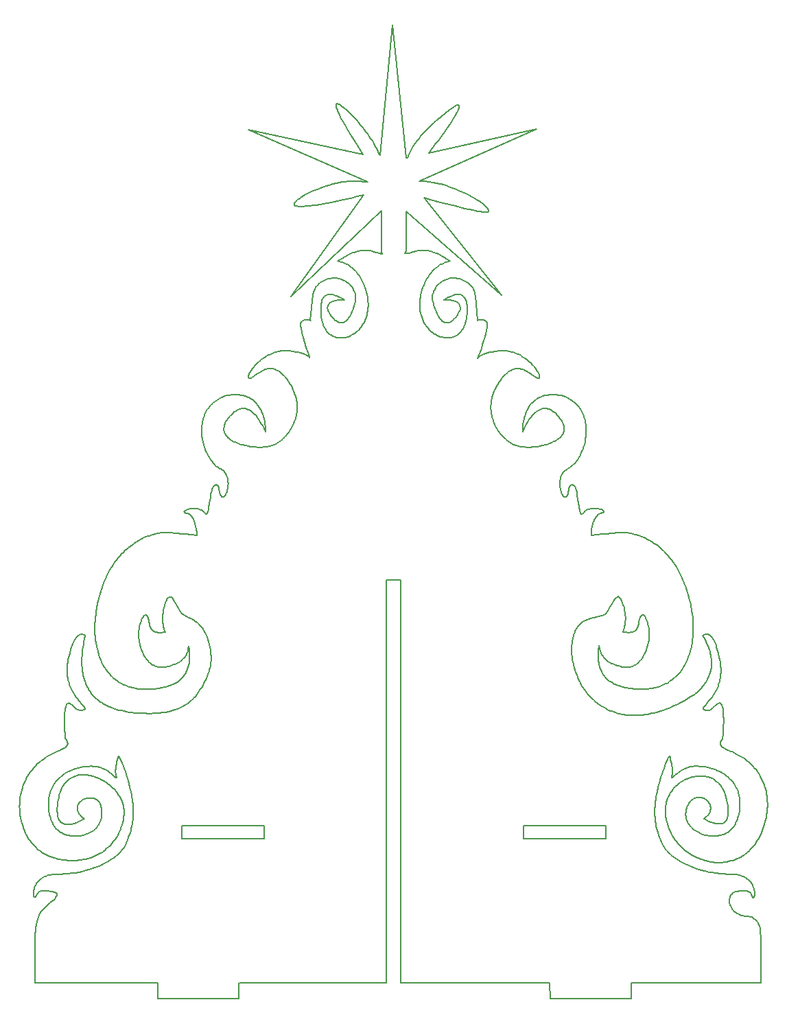
<source format=gbr>
G04 #@! TF.GenerationSoftware,KiCad,Pcbnew,(5.0.0)*
G04 #@! TF.CreationDate,2018-10-18T15:05:02+03:00*
G04 #@! TF.ProjectId,side2star,7369646532737461722E6B696361645F,rev?*
G04 #@! TF.SameCoordinates,Original*
G04 #@! TF.FileFunction,Profile,NP*
%FSLAX46Y46*%
G04 Gerber Fmt 4.6, Leading zero omitted, Abs format (unit mm)*
G04 Created by KiCad (PCBNEW (5.0.0)) date 10/18/18 15:05:02*
%MOMM*%
%LPD*%
G01*
G04 APERTURE LIST*
%ADD10C,0.200000*%
G04 APERTURE END LIST*
D10*
X150114000Y-49453800D02*
X150393400Y-52463700D01*
X130060700Y-49225200D02*
X129755900Y-52451000D01*
X95796620Y-134163654D02*
X110964063Y-134161617D01*
X159308800Y-134157720D02*
X159321500Y-136110980D01*
X169321480Y-136146540D02*
X159326580Y-136128760D01*
X169318940Y-134152640D02*
X169321480Y-136146540D01*
X120954800Y-134157720D02*
X120952260Y-136136380D01*
X110962440Y-136151620D02*
X120939560Y-136141460D01*
X110959900Y-134165340D02*
X110962440Y-136151620D01*
X95796100Y-128201420D02*
X95796100Y-134162800D01*
X140888720Y-134155180D02*
X140891260Y-128191260D01*
X139136120Y-128198880D02*
X139136120Y-134157720D01*
X185305700Y-134150100D02*
X185305700Y-128219200D01*
X102823798Y-115476076D02*
X102678090Y-115567433D01*
X102894807Y-115428730D02*
X102823798Y-115476076D01*
X102961529Y-115379216D02*
X102894807Y-115428730D01*
X103100218Y-115270842D02*
X102961529Y-115379216D01*
X103227739Y-115154109D02*
X103100218Y-115270842D01*
X103290177Y-115091660D02*
X103227739Y-115154109D01*
X103350467Y-115027054D02*
X103290177Y-115091660D01*
X103465124Y-114892901D02*
X103350467Y-115027054D01*
X103573062Y-114746075D02*
X103465124Y-114892901D01*
X103622442Y-114668772D02*
X103573062Y-114746075D01*
X103667692Y-114593341D02*
X103622442Y-114668772D01*
X103758383Y-114424881D02*
X103667692Y-114593341D01*
X103831651Y-114250285D02*
X103758383Y-114424881D01*
X103866119Y-114151157D02*
X103831651Y-114250285D01*
X103896280Y-114056332D02*
X103866119Y-114151157D01*
X103946035Y-113861574D02*
X103896280Y-114056332D01*
X103984988Y-113642889D02*
X103946035Y-113861574D01*
X103997877Y-113526802D02*
X103984988Y-113642889D01*
X104004337Y-113425464D02*
X103997877Y-113526802D01*
X104010842Y-113181814D02*
X104004337Y-113425464D01*
X104002133Y-112936364D02*
X104010842Y-113181814D01*
X103989146Y-112793662D02*
X104002133Y-112936364D01*
X103971784Y-112665695D02*
X103989146Y-112793662D01*
X103928133Y-112397397D02*
X103971784Y-112665695D01*
X103908994Y-112308129D02*
X103928133Y-112397397D01*
X103883611Y-112225651D02*
X103908994Y-112308129D01*
X103853617Y-112146405D02*
X103883611Y-112225651D01*
X103821942Y-112070411D02*
X103853617Y-112146405D01*
X103745650Y-111934805D02*
X103821942Y-112070411D01*
X103649918Y-111809313D02*
X103745650Y-111934805D01*
X103601682Y-111756894D02*
X103649918Y-111809313D01*
X103547437Y-111704744D02*
X103601682Y-111756894D01*
X103426445Y-111613482D02*
X103547437Y-111704744D01*
X103297934Y-111538535D02*
X103426445Y-111613482D01*
X103232629Y-111504839D02*
X103297934Y-111538535D01*
X103165676Y-111477645D02*
X103232629Y-111504839D01*
X103020318Y-111430631D02*
X103165676Y-111477645D01*
X102869731Y-111400528D02*
X103020318Y-111430631D01*
X102794768Y-111387685D02*
X102869731Y-111400528D01*
X102718516Y-111379220D02*
X102794768Y-111387685D01*
X102564077Y-111372798D02*
X102718516Y-111379220D01*
X102406568Y-111381442D02*
X102564077Y-111372798D01*
X102329849Y-111387843D02*
X102406568Y-111381442D01*
X102251146Y-111400611D02*
X102329849Y-111387843D01*
X102102213Y-111430843D02*
X102251146Y-111400611D01*
X101951125Y-111474025D02*
X102102213Y-111430843D01*
X101881011Y-111497407D02*
X101951125Y-111474025D01*
X101808847Y-111527129D02*
X101881011Y-111497407D01*
X101673320Y-111591678D02*
X101808847Y-111527129D01*
X101549189Y-111664459D02*
X101673320Y-111591678D01*
X101492250Y-111704536D02*
X101549189Y-111664459D01*
X101435196Y-111748919D02*
X101492250Y-111704536D01*
X101332725Y-111842868D02*
X101435196Y-111748919D01*
X101241320Y-111944918D02*
X101332725Y-111842868D01*
X101204293Y-111996354D02*
X101241320Y-111944918D01*
X101171185Y-112052232D02*
X101204293Y-111996354D01*
X101113730Y-112173563D02*
X101171185Y-112052232D01*
X101058071Y-112329871D02*
X101113730Y-112173563D01*
X101036991Y-112412114D02*
X101058071Y-112329871D01*
X101022298Y-112491912D02*
X101036991Y-112412114D01*
X101009539Y-112647309D02*
X101022298Y-112491912D01*
X101015942Y-112802757D02*
X101009539Y-112647309D01*
X101026459Y-112878413D02*
X101015942Y-112802757D01*
X101041086Y-112951514D02*
X101026459Y-112878413D01*
X101087681Y-113095499D02*
X101041086Y-112951514D01*
X101160452Y-113245285D02*
X101087681Y-113095499D01*
X101200643Y-113317195D02*
X101160452Y-113245285D01*
X101244776Y-113382331D02*
X101200643Y-113317195D01*
X101360858Y-113528477D02*
X101244776Y-113382331D01*
X101486003Y-113655756D02*
X101360858Y-113528477D01*
X101565649Y-113731086D02*
X101486003Y-113655756D01*
X101642801Y-113795367D02*
X101565649Y-113731086D01*
X101865438Y-113963039D02*
X101642801Y-113795367D01*
X101540300Y-114133772D02*
X101865438Y-113963039D01*
X101489079Y-114156044D02*
X101540300Y-114133772D01*
X101342388Y-114226124D02*
X101489079Y-114156044D01*
X101167722Y-114305737D02*
X101342388Y-114226124D01*
X100884796Y-114418495D02*
X101167722Y-114305737D01*
X100597715Y-114515690D02*
X100884796Y-114418495D01*
X100486150Y-114549170D02*
X100597715Y-114515690D01*
X100348151Y-114582568D02*
X100486150Y-114549170D01*
X100089435Y-114631887D02*
X100348151Y-114582568D01*
X99981419Y-114647019D02*
X100089435Y-114631887D01*
X99868697Y-114656050D02*
X99981419Y-114647019D01*
X99762906Y-114656060D02*
X99868697Y-114656050D01*
X99657269Y-114651572D02*
X99762906Y-114656060D01*
X99559777Y-114640246D02*
X99657269Y-114651572D01*
X99465363Y-114622272D02*
X99559777Y-114640246D01*
X99374101Y-114601746D02*
X99465363Y-114622272D01*
X99287180Y-114569733D02*
X99374101Y-114601746D01*
X99205049Y-114535516D02*
X99287180Y-114569733D01*
X99126643Y-114491713D02*
X99205049Y-114535516D01*
X99055657Y-114443632D02*
X99126643Y-114491713D01*
X98986910Y-114388649D02*
X99055657Y-114443632D01*
X98922886Y-114326922D02*
X98986910Y-114388649D01*
X98863307Y-114260474D02*
X98922886Y-114326922D01*
X98808810Y-114185560D02*
X98863307Y-114260474D01*
X98756865Y-114102594D02*
X98808810Y-114185560D01*
X98711219Y-114020013D02*
X98756865Y-114102594D01*
X98670387Y-113929307D02*
X98711219Y-114020013D01*
X98634308Y-113832364D02*
X98670387Y-113929307D01*
X98602820Y-113728935D02*
X98634308Y-113832364D01*
X98573783Y-113608374D02*
X98602820Y-113728935D01*
X98551342Y-113496201D02*
X98573783Y-113608374D01*
X98522420Y-113258337D02*
X98551342Y-113496201D01*
X98506881Y-112977019D02*
X98522420Y-113258337D01*
X98506867Y-112817047D02*
X98506881Y-112977019D01*
X98511304Y-112692661D02*
X98506867Y-112817047D01*
X98535526Y-112342023D02*
X98511304Y-112692661D01*
X98570783Y-112035541D02*
X98535526Y-112342023D01*
X98599440Y-111825930D02*
X98570783Y-112035541D01*
X98628132Y-111655898D02*
X98599440Y-111825930D01*
X98698564Y-111279359D02*
X98628132Y-111655898D01*
X98771431Y-110963486D02*
X98698564Y-111279359D01*
X98815855Y-110810173D02*
X98771431Y-110963486D01*
X98869073Y-110648244D02*
X98815855Y-110810173D01*
X98970930Y-110382466D02*
X98869073Y-110648244D01*
X99099376Y-110107807D02*
X98970930Y-110382466D01*
X99159668Y-109996117D02*
X99099376Y-110107807D01*
X99233291Y-109873392D02*
X99159668Y-109996117D01*
X99386464Y-109651361D02*
X99233291Y-109873392D01*
X99544388Y-109457812D02*
X99386464Y-109651361D01*
X99629459Y-109368253D02*
X99544388Y-109457812D01*
X99723252Y-109276675D02*
X99629459Y-109368253D01*
X99903501Y-109123104D02*
X99723252Y-109276675D01*
X100099044Y-108983083D02*
X99903501Y-109123104D01*
X100197716Y-108920281D02*
X100099044Y-108983083D01*
X100303290Y-108861864D02*
X100197716Y-108920281D01*
X100512286Y-108764014D02*
X100303290Y-108861864D01*
X100732867Y-108679325D02*
X100512286Y-108764014D01*
X100955603Y-108616937D02*
X100732867Y-108679325D01*
X101187001Y-108567965D02*
X100955603Y-108616937D01*
X101420316Y-108539057D02*
X101187001Y-108567965D01*
X101540675Y-108530131D02*
X101420316Y-108539057D01*
X101660979Y-108525665D02*
X101540675Y-108530131D01*
X101900139Y-108527859D02*
X101660979Y-108525665D01*
X102148074Y-108543333D02*
X101900139Y-108527859D01*
X102270538Y-108556681D02*
X102148074Y-108543333D01*
X102392880Y-108574466D02*
X102270538Y-108556681D01*
X102640718Y-108620912D02*
X102392880Y-108574466D01*
X102884077Y-108680621D02*
X102640718Y-108620912D01*
X103008435Y-108716142D02*
X102884077Y-108680621D01*
X103132450Y-108755992D02*
X103008435Y-108716142D01*
X103375505Y-108839932D02*
X103132450Y-108755992D01*
X103616807Y-108939527D02*
X103375505Y-108839932D01*
X103853409Y-109050061D02*
X103616807Y-108939527D01*
X104089887Y-109173800D02*
X103853409Y-109050061D01*
X104319597Y-109306297D02*
X104089887Y-109173800D01*
X104432707Y-109377257D02*
X104319597Y-109306297D01*
X104545506Y-109452439D02*
X104432707Y-109377257D01*
X104764116Y-109604774D02*
X104545506Y-109452439D01*
X166205648Y-100348095D02*
X165851705Y-100151500D01*
X166388707Y-100441781D02*
X166205648Y-100348095D01*
X166574242Y-100529071D02*
X166388707Y-100441781D01*
X166763891Y-100614067D02*
X166574242Y-100529071D01*
X166957735Y-100690278D02*
X166763891Y-100614067D01*
X167156636Y-100762387D02*
X166957735Y-100690278D01*
X167357549Y-100832249D02*
X167156636Y-100762387D01*
X167562448Y-100895443D02*
X167357549Y-100832249D01*
X167769705Y-100952146D02*
X167562448Y-100895443D01*
X167983557Y-101004498D02*
X167769705Y-100952146D01*
X168199510Y-101050287D02*
X167983557Y-101004498D01*
X168417834Y-101089564D02*
X168199510Y-101050287D01*
X168640210Y-101124428D02*
X168417834Y-101089564D01*
X169098911Y-101174625D02*
X168640210Y-101124428D01*
X169336565Y-101187685D02*
X169098911Y-101174625D01*
X169572584Y-101196406D02*
X169336565Y-101187685D01*
X169816992Y-101198566D02*
X169572584Y-101196406D01*
X170059464Y-101191992D02*
X169816992Y-101198566D01*
X170312726Y-101181053D02*
X170059464Y-101191992D01*
X170561669Y-101159193D02*
X170312726Y-101181053D01*
X170821804Y-101132938D02*
X170561669Y-101159193D01*
X171079774Y-101097938D02*
X170821804Y-101132938D01*
X171346404Y-101058573D02*
X171079774Y-101097938D01*
X171612765Y-101008334D02*
X171346404Y-101058573D01*
X171888358Y-100949254D02*
X171612765Y-101008334D01*
X172159303Y-100885862D02*
X171888358Y-100949254D01*
X172439123Y-100809322D02*
X172159303Y-100885862D01*
X172719212Y-100728331D02*
X172439123Y-100809322D01*
X173010061Y-100636456D02*
X172719212Y-100728331D01*
X173296601Y-100537997D02*
X173010061Y-100636456D01*
X173642594Y-100410953D02*
X173296601Y-100537997D01*
X173984309Y-100279488D02*
X173642594Y-100410953D01*
X174310465Y-100148118D02*
X173984309Y-100279488D01*
X174634466Y-100007975D02*
X174310465Y-100148118D01*
X174936611Y-99872196D02*
X174634466Y-100007975D01*
X175240895Y-99727683D02*
X174936611Y-99872196D01*
X175522929Y-99587728D02*
X175240895Y-99727683D01*
X175800700Y-99436782D02*
X175522929Y-99587728D01*
X176063275Y-99290146D02*
X175800700Y-99436782D01*
X176323347Y-99134946D02*
X176063275Y-99290146D01*
X176563706Y-98981960D02*
X176323347Y-99134946D01*
X176799763Y-98822373D02*
X176563706Y-98981960D01*
X177020252Y-98665162D02*
X176799763Y-98822373D01*
X177234110Y-98499282D02*
X177020252Y-98665162D01*
X177432800Y-98335497D02*
X177234110Y-98499282D01*
X177627052Y-98165225D02*
X177432800Y-98335497D01*
X177805757Y-97997386D02*
X177627052Y-98165225D01*
X177977844Y-97820910D02*
X177805757Y-97997386D01*
X178134849Y-97646430D02*
X177977844Y-97820910D01*
X178208761Y-97559458D02*
X178134849Y-97646430D01*
X178284811Y-97466010D02*
X178208761Y-97559458D01*
X178422053Y-97285166D02*
X178284811Y-97466010D01*
X178550490Y-97100095D02*
X178422053Y-97285166D01*
X178667836Y-96915347D02*
X178550490Y-97100095D01*
X178774276Y-96724147D02*
X178667836Y-96915347D01*
X178870033Y-96532590D02*
X178774276Y-96724147D01*
X178913273Y-96437441D02*
X178870033Y-96532590D01*
X178954501Y-96337599D02*
X178913273Y-96437441D01*
X179030669Y-96141688D02*
X178954501Y-96337599D01*
X179095855Y-95939550D02*
X179030669Y-96141688D01*
X179124011Y-95839887D02*
X179095855Y-95939550D01*
X179149920Y-95738374D02*
X179124011Y-95839887D01*
X179191239Y-95531686D02*
X179149920Y-95738374D01*
X179226074Y-95322560D02*
X179191239Y-95531686D01*
X179239011Y-95218979D02*
X179226074Y-95322560D01*
X179247667Y-95115012D02*
X179239011Y-95218979D01*
X179260719Y-94899325D02*
X179247667Y-95115012D01*
X179262878Y-94683786D02*
X179260719Y-94899325D01*
X179260709Y-94571589D02*
X179262878Y-94683786D01*
X179234540Y-94240488D02*
X179260709Y-94571589D01*
X179204068Y-94014273D02*
X179234540Y-94240488D01*
X179164869Y-93790084D02*
X179204068Y-94014273D01*
X179112582Y-93557069D02*
X179164869Y-93790084D01*
X179051519Y-93325982D02*
X179112582Y-93557069D01*
X178979578Y-93088435D02*
X179051519Y-93325982D01*
X178896718Y-92853006D02*
X178979578Y-93088435D01*
X178800564Y-92606125D02*
X178896718Y-92853006D01*
X178700122Y-92363813D02*
X178800564Y-92606125D01*
X178584466Y-92115098D02*
X178700122Y-92363813D01*
X178459861Y-91868131D02*
X178584466Y-92115098D01*
X178324347Y-91612459D02*
X178459861Y-91868131D01*
X178155919Y-91320914D02*
X178324347Y-91612459D01*
X178291994Y-91243585D02*
X178155919Y-91320914D01*
X178343098Y-91220349D02*
X178291994Y-91243585D01*
X178396682Y-91199375D02*
X178343098Y-91220349D01*
X178495926Y-91171671D02*
X178396682Y-91199375D01*
X178596122Y-91157680D02*
X178495926Y-91171671D01*
X178649556Y-91157675D02*
X178596122Y-91157680D01*
X178697084Y-91162421D02*
X178649556Y-91157675D01*
X178792706Y-91178742D02*
X178697084Y-91162421D01*
X178890450Y-91215966D02*
X178792706Y-91178742D01*
X178939676Y-91239402D02*
X178890450Y-91215966D01*
X178984796Y-91265518D02*
X178939676Y-91239402D01*
X179075915Y-91331569D02*
X178984796Y-91265518D01*
X179162878Y-91407074D02*
X179075915Y-91331569D01*
X179251225Y-91506730D02*
X179162878Y-91407074D01*
X179331904Y-91609801D02*
X179251225Y-91506730D01*
X179419228Y-91737401D02*
X179331904Y-91609801D01*
X179495026Y-91868908D02*
X179419228Y-91737401D01*
X179579381Y-92026488D02*
X179495026Y-91868908D01*
X179652686Y-92186389D02*
X179579381Y-92026488D01*
X179729923Y-92371706D02*
X179652686Y-92186389D01*
X179805113Y-92559639D02*
X179729923Y-92371706D01*
X179878020Y-92776088D02*
X179805113Y-92559639D01*
X179948545Y-92994205D02*
X179878020Y-92776088D01*
X180038866Y-93304725D02*
X179948545Y-92994205D01*
X180094016Y-93512008D02*
X180038866Y-93304725D01*
X180219428Y-94035461D02*
X180094016Y-93512008D01*
X180278976Y-94322045D02*
X180219428Y-94035461D01*
X180329788Y-94611304D02*
X180278976Y-94322045D01*
X180362930Y-94882857D02*
X180329788Y-94611304D01*
X180389436Y-95152088D02*
X180362930Y-94882857D01*
X180402724Y-95408573D02*
X180389436Y-95152088D01*
X180404956Y-95649463D02*
X180402724Y-95408573D01*
X180398352Y-95901240D02*
X180404956Y-95649463D01*
X180382896Y-96140048D02*
X180398352Y-95901240D01*
X180358580Y-96361284D02*
X180382896Y-96140048D01*
X180325434Y-96584597D02*
X180358580Y-96361284D01*
X180285620Y-96794835D02*
X180325434Y-96584597D01*
X180236902Y-97003074D02*
X180285620Y-96794835D01*
X180181632Y-97195480D02*
X180236902Y-97003074D01*
X180121985Y-97387732D02*
X180181632Y-97195480D01*
X180057840Y-97566945D02*
X180121985Y-97387732D01*
X179986989Y-97748552D02*
X180057840Y-97566945D01*
X179911668Y-97914738D02*
X179986989Y-97748552D01*
X179832107Y-98078321D02*
X179911668Y-97914738D01*
X179750298Y-98233124D02*
X179832107Y-98078321D01*
X179664098Y-98385666D02*
X179750298Y-98233124D01*
X179582256Y-98520622D02*
X179664098Y-98385666D01*
X179493717Y-98657883D02*
X179582256Y-98520622D01*
X179308467Y-98922576D02*
X179493717Y-98657883D01*
X179136305Y-99149959D02*
X179308467Y-98922576D01*
X178953218Y-99372793D02*
X179136305Y-99149959D01*
X178634386Y-99737866D02*
X178953218Y-99372793D01*
X178533903Y-99849292D02*
X178634386Y-99737866D01*
X178386015Y-100029834D02*
X178533903Y-99849292D01*
X178306621Y-100137144D02*
X178386015Y-100029834D01*
X178277987Y-100184194D02*
X178306621Y-100137144D01*
X178245291Y-100251647D02*
X178277987Y-100184194D01*
X178233814Y-100289911D02*
X178245291Y-100251647D01*
X178226364Y-100330913D02*
X178233814Y-100289911D01*
X178228034Y-100364272D02*
X178226364Y-100330913D01*
X178237506Y-100394256D02*
X178228034Y-100364272D01*
X178257835Y-100423050D02*
X178237506Y-100394256D01*
X178284661Y-100449874D02*
X178257835Y-100423050D01*
X178331712Y-100479273D02*
X178284661Y-100449874D01*
X178382337Y-100505592D02*
X178331712Y-100479273D01*
X178502104Y-100547604D02*
X178382337Y-100505592D01*
X178557411Y-100559890D02*
X178502104Y-100547604D01*
X178625553Y-100570208D02*
X178557411Y-100559890D01*
X178738811Y-100572295D02*
X178625553Y-100570208D01*
X178851845Y-100561818D02*
X178738811Y-100572295D01*
X178902373Y-100549688D02*
X178851845Y-100561818D01*
X178957158Y-100532825D02*
X178902373Y-100549688D01*
X179063349Y-100494586D02*
X178957158Y-100532825D01*
X179162613Y-100443886D02*
X179063349Y-100494586D01*
X179261030Y-100383969D02*
X179162613Y-100443886D01*
X179353172Y-100319672D02*
X179261030Y-100383969D01*
X179447587Y-100244553D02*
X179353172Y-100319672D01*
X179839897Y-99889440D02*
X179447587Y-100244553D01*
X179956441Y-99790808D02*
X179839897Y-99889440D01*
X180005758Y-99757924D02*
X179956441Y-99790808D01*
X180082064Y-99713981D02*
X180005758Y-99757924D01*
X180178006Y-99675592D02*
X180082064Y-99713981D01*
X180225820Y-99669963D02*
X180178006Y-99675592D01*
X180300196Y-99677926D02*
X180225820Y-99669963D01*
X180365875Y-99712073D02*
X180300196Y-99677926D01*
X180402998Y-99741235D02*
X180365875Y-99712073D01*
X180451072Y-99796510D02*
X180402998Y-99741235D01*
X180484926Y-99844866D02*
X180451072Y-99796510D01*
X180519804Y-99914604D02*
X180484926Y-99844866D01*
X180549657Y-99983481D02*
X180519804Y-99914604D01*
X180605934Y-100159006D02*
X180549657Y-99983481D01*
X180652754Y-100392999D02*
X180605934Y-100159006D01*
X180686016Y-100625680D02*
X180652754Y-100392999D01*
X180714754Y-100937087D02*
X180686016Y-100625680D01*
X180732364Y-101253707D02*
X180714754Y-100937087D01*
X180739054Y-101633250D02*
X180732364Y-101253707D01*
X180739089Y-102022444D02*
X180739054Y-101633250D01*
X180730343Y-102525778D02*
X180739089Y-102022444D01*
X180714988Y-102952365D02*
X180730343Y-102525778D01*
X180684278Y-103497236D02*
X180714988Y-102952365D01*
X180648229Y-104054519D02*
X180684278Y-103497236D01*
X180575361Y-104134939D02*
X180648229Y-104054519D01*
X180515528Y-104209745D02*
X180575361Y-104134939D01*
X180469158Y-104275096D02*
X180515528Y-104209745D01*
X180428985Y-104344884D02*
X180469158Y-104275096D01*
X180395600Y-104409581D02*
X180428985Y-104344884D01*
X180370568Y-104478436D02*
X180395600Y-104409581D01*
X180352237Y-104537523D02*
X180370568Y-104478436D01*
X180344203Y-104599837D02*
X180352237Y-104537523D01*
X180342185Y-104658479D02*
X180344203Y-104599837D01*
X180348244Y-104716989D02*
X180342185Y-104658479D01*
X180360226Y-104774882D02*
X180348244Y-104716989D01*
X180382428Y-104831378D02*
X180360226Y-104774882D01*
X180410983Y-104890515D02*
X180382428Y-104831378D01*
X180447826Y-104943724D02*
X180410983Y-104890515D01*
X180493710Y-105002110D02*
X180447826Y-104943724D01*
X180545662Y-105054055D02*
X180493710Y-105002110D01*
X180609436Y-105109314D02*
X180545662Y-105054055D01*
X180675524Y-105160470D02*
X180609436Y-105109314D01*
X180756266Y-105215703D02*
X180675524Y-105160470D01*
X180956899Y-105327862D02*
X180756266Y-105215703D01*
X181049051Y-105368570D02*
X180956899Y-105327862D01*
X181267989Y-105460501D02*
X181049051Y-105368570D01*
X181636894Y-105611978D02*
X181267989Y-105460501D01*
X181815463Y-105689118D02*
X181636894Y-105611978D01*
X182003155Y-105775216D02*
X181815463Y-105689118D01*
X182340585Y-105944996D02*
X182003155Y-105775216D01*
X182671015Y-106132201D02*
X182340585Y-105944996D01*
X182821054Y-106220442D02*
X182671015Y-106132201D01*
X182980354Y-106319984D02*
X182821054Y-106220442D01*
X183275977Y-106522911D02*
X182980354Y-106319984D01*
X183551719Y-106730230D02*
X183275977Y-106522911D01*
X183682209Y-106836372D02*
X183551719Y-106730230D01*
X183814801Y-106949056D02*
X183682209Y-106836372D01*
X184059635Y-107171792D02*
X183814801Y-106949056D01*
X184295811Y-107405719D02*
X184059635Y-107171792D01*
X184402075Y-107520816D02*
X184295811Y-107405719D01*
X184510385Y-107642369D02*
X184402075Y-107520816D01*
X184713507Y-107887395D02*
X184510385Y-107642369D01*
X116966751Y-63592490D02*
X116880369Y-63751996D01*
X117060066Y-63441375D02*
X116966751Y-63592490D01*
X117159876Y-63294960D02*
X117060066Y-63441375D01*
X117263863Y-63155550D02*
X117159876Y-63294960D01*
X117368164Y-63022374D02*
X117263863Y-63155550D01*
X117479216Y-62897968D02*
X117368164Y-63022374D01*
X117594453Y-62776065D02*
X117479216Y-62897968D01*
X117709894Y-62665042D02*
X117594453Y-62776065D01*
X117832019Y-62556221D02*
X117709894Y-62665042D01*
X117956418Y-62456239D02*
X117832019Y-62556221D01*
X118085029Y-62360874D02*
X117956418Y-62456239D01*
X118211422Y-62274376D02*
X118085029Y-62360874D01*
X118344758Y-62189917D02*
X118211422Y-62274376D01*
X118480398Y-62114296D02*
X118344758Y-62189917D01*
X118615508Y-62045619D02*
X118480398Y-62114296D01*
X118750753Y-61981304D02*
X118615508Y-62045619D01*
X118893258Y-61921174D02*
X118750753Y-61981304D01*
X119174547Y-61821477D02*
X118893258Y-61921174D01*
X119460242Y-61741718D02*
X119174547Y-61821477D01*
X119602638Y-61710555D02*
X119460242Y-61741718D01*
X119749311Y-61683876D02*
X119602638Y-61710555D01*
X120039312Y-61646216D02*
X119749311Y-61683876D01*
X120322655Y-61628483D02*
X120039312Y-61646216D01*
X120462588Y-61626246D02*
X120322655Y-61628483D01*
X120609152Y-61628457D02*
X120462588Y-61626246D01*
X120886085Y-61646155D02*
X120609152Y-61628457D01*
X121160502Y-61683752D02*
X120886085Y-61646155D01*
X121289355Y-61705957D02*
X121160502Y-61683752D01*
X121425137Y-61734882D02*
X121289355Y-61705957D01*
X121682330Y-61803587D02*
X121425137Y-61734882D01*
X121924050Y-61887832D02*
X121682330Y-61803587D01*
X122039694Y-61934522D02*
X121924050Y-61887832D01*
X122162305Y-61988014D02*
X122039694Y-61934522D01*
X122375888Y-62099233D02*
X122162305Y-61988014D01*
X122580491Y-62228192D02*
X122375888Y-62099233D01*
X122670031Y-62293100D02*
X122580491Y-62228192D01*
X122761998Y-62364865D02*
X122670031Y-62293100D01*
X122929502Y-62518940D02*
X122761998Y-62364865D01*
X123122429Y-62736221D02*
X122929502Y-62518940D01*
X123215744Y-62849513D02*
X123122429Y-62736221D01*
X123302540Y-62965221D02*
X123215744Y-62849513D01*
X123466398Y-63206534D02*
X123302540Y-62965221D01*
X123612699Y-63459184D02*
X123466398Y-63206534D01*
X123681595Y-63596945D02*
X123612699Y-63459184D01*
X123743776Y-63730159D02*
X123681595Y-63596945D01*
X123856640Y-64008918D02*
X123743776Y-63730159D01*
X123956240Y-64305419D02*
X123856640Y-64008918D01*
X124038177Y-64606484D02*
X123956240Y-64305419D01*
X124104540Y-64935948D02*
X124038177Y-64606484D01*
X124153182Y-65260778D02*
X124104540Y-64935948D01*
X124186334Y-65611825D02*
X124153182Y-65260778D01*
X124214091Y-66162553D02*
X124186334Y-65611825D01*
X123940315Y-65628299D02*
X124214091Y-66162553D01*
X123855157Y-65466759D02*
X123940315Y-65628299D01*
X123748177Y-65279035D02*
X123855157Y-65466759D01*
X123566699Y-64975180D02*
X123748177Y-65279035D01*
X123374396Y-64682413D02*
X123566699Y-64975180D01*
X123293990Y-64567257D02*
X123374396Y-64682413D01*
X123193964Y-64434640D02*
X123293990Y-64567257D01*
X122997777Y-64192719D02*
X123193964Y-64434640D01*
X122817304Y-63997061D02*
X122997777Y-64192719D01*
X122722246Y-63904182D02*
X122817304Y-63997061D01*
X122622341Y-63815151D02*
X122722246Y-63904182D01*
X122531726Y-63737492D02*
X122622341Y-63815151D01*
X122434697Y-63666353D02*
X122531726Y-63737492D01*
X122341786Y-63601541D02*
X122434697Y-63666353D01*
X122247063Y-63543427D02*
X122341786Y-63601541D01*
X122154840Y-63491967D02*
X122247063Y-63543427D01*
X122058285Y-63446919D02*
X122154840Y-63491967D01*
X121966605Y-63408549D02*
X122058285Y-63446919D01*
X121870534Y-63378669D02*
X121966605Y-63408549D01*
X121776428Y-63353014D02*
X121870534Y-63378669D01*
X121685363Y-63336082D02*
X121776428Y-63353014D01*
X121589581Y-63325446D02*
X121685363Y-63336082D01*
X121495412Y-63321176D02*
X121589581Y-63325446D01*
X121399642Y-63321185D02*
X121495412Y-63321176D01*
X121308595Y-63329661D02*
X121399642Y-63321185D01*
X121212530Y-63344614D02*
X121308595Y-63329661D01*
X121116580Y-63365945D02*
X121212530Y-63344614D01*
X121022721Y-63393683D02*
X121116580Y-63365945D01*
X120928657Y-63427899D02*
X121022721Y-63393683D01*
X120829803Y-63470891D02*
X120928657Y-63427899D01*
X120737463Y-63515995D02*
X120829803Y-63470891D01*
X120638634Y-63571866D02*
X120737463Y-63515995D01*
X120543779Y-63632239D02*
X120638634Y-63571866D01*
X120444453Y-63701348D02*
X120543779Y-63632239D01*
X120349757Y-63774535D02*
X120444453Y-63701348D01*
X120147853Y-63950425D02*
X120349757Y-63774535D01*
X119958726Y-64141758D02*
X120147853Y-63950425D01*
X119852299Y-64259064D02*
X119958726Y-64141758D01*
X119754562Y-64374196D02*
X119852299Y-64259064D01*
X119564854Y-64616282D02*
X119754562Y-64374196D01*
X119445203Y-64786004D02*
X119564854Y-64616282D01*
X119391298Y-64867950D02*
X119445203Y-64786004D01*
X119335309Y-64962725D02*
X119391298Y-64867950D01*
X119253366Y-65118020D02*
X119335309Y-64962725D01*
X119182086Y-65290856D02*
X119253366Y-65118020D01*
X119156568Y-65361054D02*
X119182086Y-65290856D01*
X119133138Y-65442023D02*
X119156568Y-65361054D01*
X119096662Y-65596572D02*
X119133138Y-65442023D01*
X119079557Y-65742085D02*
X119096662Y-65596572D01*
X119075357Y-65813559D02*
X119079557Y-65742085D01*
X119077472Y-65887387D02*
X119075357Y-65813559D01*
X119088165Y-66021939D02*
X119077472Y-65887387D01*
X119115962Y-66158718D02*
X119088165Y-66021939D01*
X119132867Y-66224209D02*
X119115962Y-66158718D01*
X119153764Y-66286875D02*
X119132867Y-66224209D01*
X119207129Y-66410656D02*
X119153764Y-66286875D01*
X119273740Y-66533110D02*
X119207129Y-66410656D01*
X119309562Y-66592098D02*
X119273740Y-66533110D01*
X119349644Y-66646938D02*
X119309562Y-66592098D01*
X119442531Y-66763564D02*
X119349644Y-66646938D01*
X119537449Y-66867092D02*
X119442531Y-66763564D01*
X119592918Y-66922551D02*
X119537449Y-66867092D01*
X119648540Y-66971750D02*
X119592918Y-66922551D01*
X119767780Y-67071458D02*
X119648540Y-66971750D01*
X119899511Y-67168617D02*
X119767780Y-67071458D01*
X120033970Y-67255346D02*
X119899511Y-67168617D01*
X120183811Y-67346537D02*
X120033970Y-67255346D01*
X120331154Y-67424527D02*
X120183811Y-67346537D01*
X120494345Y-67502838D02*
X120331154Y-67424527D01*
X120657616Y-67574663D02*
X120494345Y-67502838D01*
X120831625Y-67644248D02*
X120657616Y-67574663D01*
X121005854Y-67705211D02*
X120831625Y-67644248D01*
X121193687Y-67766347D02*
X121005854Y-67705211D01*
X121374425Y-67820768D02*
X121193687Y-67766347D01*
X121756371Y-67916765D02*
X121374425Y-67820768D01*
X122138745Y-67991020D02*
X121756371Y-67916765D01*
X122332828Y-68023712D02*
X122138745Y-67991020D01*
X122526719Y-68049835D02*
X122332828Y-68023712D01*
X122917794Y-68089129D02*
X122526719Y-68049835D01*
X123293349Y-68108745D02*
X122917794Y-68089129D01*
X123478512Y-68110910D02*
X123293349Y-68108745D01*
X123668215Y-68108709D02*
X123478512Y-68110910D01*
X124008638Y-68093404D02*
X123668215Y-68108709D01*
X124352687Y-68058535D02*
X124008638Y-68093404D01*
X124504366Y-68032517D02*
X124352687Y-68058535D01*
X124660695Y-68002105D02*
X124504366Y-68032517D01*
X124797229Y-67967415D02*
X124660695Y-68002105D01*
X124935539Y-67928502D02*
X124797229Y-67967415D01*
X125064936Y-67881046D02*
X124935539Y-67928502D01*
X125192954Y-67828957D02*
X125064936Y-67881046D01*
X125327486Y-67768185D02*
X125192954Y-67828957D01*
X125457529Y-67703150D02*
X125327486Y-67768185D01*
X125590080Y-67629257D02*
X125457529Y-67703150D01*
X125722459Y-67551112D02*
X125590080Y-67629257D01*
X125852530Y-67464383D02*
X125722459Y-67551112D01*
X125983224Y-67370701D02*
X125852530Y-67464383D01*
X126113832Y-67272726D02*
X125983224Y-67370701D01*
X126241836Y-67168571D02*
X126113832Y-67272726D01*
X126368044Y-67055396D02*
X126241836Y-67168571D01*
X126492405Y-66939741D02*
X126368044Y-67055396D01*
X126616257Y-66818043D02*
X126492405Y-66939741D01*
X126735794Y-66687618D02*
X126616257Y-66818043D01*
X126851244Y-66554710D02*
X126735794Y-66687618D01*
X126964571Y-66415212D02*
X126851244Y-66554710D01*
X127075713Y-66271352D02*
X126964571Y-66415212D01*
X127182267Y-66123451D02*
X127075713Y-66271352D01*
X127282425Y-65971012D02*
X127182267Y-66123451D01*
X127380466Y-65814108D02*
X127282425Y-65971012D01*
X127473966Y-65650999D02*
X127380466Y-65814108D01*
X127561114Y-65483200D02*
X127473966Y-65650999D01*
X127646052Y-65311113D02*
X127561114Y-65483200D01*
X127722097Y-65137254D02*
X127646052Y-65311113D01*
X127791844Y-64958477D02*
X127722097Y-65137254D01*
X127859351Y-64775504D02*
X127791844Y-64958477D01*
X127918043Y-64588505D02*
X127859351Y-64775504D01*
X127970152Y-64399529D02*
X127918043Y-64588505D01*
X128011510Y-64205728D02*
X127970152Y-64399529D01*
X128050702Y-64009696D02*
X128011510Y-64205728D01*
X128078941Y-63809699D02*
X128050702Y-64009696D01*
X128100689Y-63609459D02*
X128078941Y-63809699D01*
X128113720Y-63402853D02*
X128100689Y-63609459D01*
X128118055Y-63195956D02*
X128113720Y-63402853D01*
X128115862Y-62984873D02*
X128118055Y-63195956D01*
X128102807Y-62774141D02*
X128115862Y-62984873D01*
X128078857Y-62556589D02*
X128102807Y-62774141D01*
X128046195Y-62341168D02*
X128078857Y-62556589D01*
X128002645Y-62121327D02*
X128046195Y-62341168D01*
X127950296Y-61903293D02*
X128002645Y-62121327D01*
X127919846Y-61790231D02*
X127950296Y-61903293D01*
X127887295Y-61679590D02*
X127919846Y-61790231D01*
X127813197Y-61459542D02*
X127887295Y-61679590D01*
X127726000Y-61230716D02*
X127813197Y-61459542D01*
X127630170Y-61006435D02*
X127726000Y-61230716D01*
X127519078Y-60777771D02*
X127630170Y-61006435D01*
X127396788Y-60550709D02*
X127519078Y-60777771D01*
X127329300Y-60430997D02*
X127396788Y-60550709D01*
X127261921Y-60320169D02*
X127329300Y-60430997D01*
X127115502Y-60092933D02*
X127261921Y-60320169D01*
X126978030Y-59892221D02*
X127115502Y-60092933D01*
X126834081Y-59698147D02*
X126978030Y-59892221D01*
X126699278Y-59525985D02*
X126834081Y-59698147D01*
X126561917Y-59365045D02*
X126699278Y-59525985D01*
X126427019Y-59223648D02*
X126561917Y-59365045D01*
X126292125Y-59088775D02*
X126427019Y-59223648D01*
X126164478Y-58974125D02*
X126292125Y-59088775D01*
X126027850Y-58865712D02*
X126164478Y-58974125D01*
X125904603Y-58774914D02*
X126027850Y-58865712D01*
X125775173Y-58692960D02*
X125904603Y-58774914D01*
X125652367Y-58624030D02*
X125775173Y-58692960D01*
X125525437Y-58563808D02*
X125652367Y-58624030D01*
X125407062Y-58516467D02*
X125525437Y-58563808D01*
X125286756Y-58475663D02*
X125407062Y-58516467D01*
X125171698Y-58445844D02*
X125286756Y-58475663D01*
X125054005Y-58426594D02*
X125171698Y-58445844D01*
X124940363Y-58413738D02*
X125054005Y-58426594D01*
X124826905Y-58409469D02*
X124940363Y-58413738D01*
X124717912Y-58411615D02*
X124826905Y-58409469D01*
X124608563Y-58422348D02*
X124717912Y-58411615D01*
X124501675Y-58437321D02*
X124608563Y-58422348D01*
X124290183Y-58486973D02*
X124501675Y-58437321D01*
X124189977Y-58518967D02*
X124290183Y-58486973D01*
X123990450Y-58597061D02*
X124189977Y-58518967D01*
X123895853Y-58640072D02*
X123990450Y-58597061D01*
X123798708Y-58689732D02*
X123895853Y-58640072D01*
X123616120Y-58791917D02*
X123798708Y-58689732D01*
X123437829Y-58905001D02*
X123616120Y-58791917D01*
X123124889Y-59119504D02*
X123437829Y-58905001D01*
X122813125Y-59339098D02*
X123124889Y-59119504D01*
X122684089Y-59425878D02*
X122813125Y-59339098D01*
X122549228Y-59502317D02*
X122684089Y-59425878D01*
X122436715Y-59552844D02*
X122549228Y-59502317D01*
X122314874Y-59585659D02*
X122436715Y-59552844D01*
X122262980Y-59588398D02*
X122314874Y-59585659D01*
X122210307Y-59577310D02*
X122262980Y-59588398D01*
X122165735Y-59555029D02*
X122210307Y-59577310D01*
X122134515Y-59514457D02*
X122165735Y-59555029D01*
X122114399Y-59468486D02*
X122134515Y-59514457D01*
X122109019Y-59420080D02*
X122114399Y-59468486D01*
X122109014Y-59362438D02*
X122109019Y-59420080D01*
X122116237Y-59302168D02*
X122109014Y-59362438D01*
X122137176Y-59220716D02*
X122116237Y-59302168D01*
X122162430Y-59149525D02*
X122137176Y-59220716D01*
X122225033Y-59004159D02*
X122162430Y-59149525D01*
X122322871Y-58815117D02*
X122225033Y-59004159D01*
X122378817Y-58721104D02*
X122322871Y-58815117D01*
X122436828Y-58631844D02*
X122378817Y-58721104D01*
X122589433Y-58417273D02*
X122436828Y-58631844D01*
X122753005Y-58211662D02*
X122589433Y-58417273D01*
X122856939Y-58090012D02*
X122753005Y-58211662D01*
X122950009Y-57985851D02*
X122856939Y-58090012D01*
X123171101Y-57760455D02*
X122950009Y-57985851D01*
X123400432Y-57546375D02*
X123171101Y-57760455D01*
X123528884Y-57435623D02*
X123400432Y-57546375D01*
X123655148Y-57333703D02*
X123528884Y-57435623D01*
X123933161Y-57126255D02*
X123655148Y-57333703D01*
X124222831Y-56931637D02*
X123933161Y-57126255D01*
X124536846Y-56752478D02*
X124222831Y-56931637D01*
X124700811Y-56670477D02*
X124536846Y-56752478D01*
X124866639Y-56593074D02*
X124700811Y-56670477D01*
X125039411Y-56519957D02*
X124866639Y-56593074D01*
X125212173Y-56455710D02*
X125039411Y-56519957D01*
X125391616Y-56395876D02*
X125212173Y-56455710D01*
X125573105Y-56344957D02*
X125391616Y-56395876D01*
X125757080Y-56298392D02*
X125573105Y-56344957D01*
X125945760Y-56262852D02*
X125757080Y-56298392D01*
X126140656Y-56234042D02*
X125945760Y-56262852D01*
X126333777Y-56214049D02*
X126140656Y-56234042D01*
X126533033Y-56205172D02*
X126333777Y-56214049D01*
X126732891Y-56200715D02*
X126533033Y-56205172D01*
X126939361Y-56214018D02*
X126732891Y-56200715D01*
X127140574Y-56231688D02*
X126939361Y-56214018D01*
X127514931Y-56282309D02*
X127140574Y-56231688D01*
X127678100Y-56306544D02*
X127514931Y-56282309D01*
X127883030Y-56341779D02*
X127678100Y-56306544D01*
X128198155Y-56401250D02*
X127883030Y-56341779D01*
X128507181Y-56474066D02*
X128198155Y-56401250D01*
X128761608Y-56544840D02*
X128507181Y-56474066D01*
X129014380Y-56631286D02*
X128761608Y-56544840D01*
X129209797Y-56713434D02*
X129014380Y-56631286D01*
X129303949Y-56758251D02*
X129209797Y-56713434D01*
X129402977Y-56812261D02*
X129303949Y-56758251D01*
X129479842Y-56861986D02*
X129402977Y-56812261D01*
X129555808Y-56916571D02*
X129479842Y-56861986D01*
X129667533Y-57057134D02*
X129555808Y-56916571D01*
X129528638Y-56650292D02*
X129667533Y-57057134D01*
X129315613Y-56007018D02*
X129528638Y-56650292D01*
X129159379Y-55527448D02*
X129315613Y-56007018D01*
X129143906Y-55470003D02*
X129159379Y-55527448D01*
X128979344Y-54930411D02*
X129143906Y-55470003D01*
X128856168Y-54495048D02*
X128979344Y-54930411D01*
X128743394Y-54054959D02*
X128856168Y-54495048D01*
X128666812Y-53724695D02*
X128743394Y-54054959D01*
X128638039Y-53578693D02*
X128666812Y-53724695D01*
X128604875Y-53388640D02*
X128638039Y-53578693D01*
X128573746Y-53155332D02*
X128604875Y-53388640D01*
X128564790Y-52920772D02*
X128573746Y-53155332D01*
X128569408Y-52842184D02*
X128564790Y-52920772D01*
X128581422Y-52760425D02*
X128569408Y-52842184D01*
X128627865Y-52647957D02*
X128581422Y-52760425D01*
X128696325Y-52569698D02*
X128627865Y-52647957D01*
X128739688Y-52533986D02*
X128696325Y-52569698D01*
X128878871Y-52459741D02*
X128739688Y-52533986D01*
X128985882Y-52427155D02*
X128878871Y-52459741D01*
X129055631Y-52413205D02*
X128985882Y-52427155D01*
X129118383Y-52406222D02*
X129055631Y-52413205D01*
X129248971Y-52401710D02*
X129118383Y-52406222D01*
X129407632Y-52408396D02*
X129248971Y-52401710D01*
X129499552Y-52417359D02*
X129407632Y-52408396D01*
X129567088Y-52426354D02*
X129499552Y-52417359D01*
X129769717Y-52464729D02*
X129567088Y-52426354D01*
X130128975Y-49015012D02*
X130071210Y-49221694D01*
X130164737Y-48912155D02*
X130128975Y-49015012D01*
X130204965Y-48807095D02*
X130164737Y-48912155D01*
X130289613Y-48622162D02*
X130204965Y-48807095D01*
X130389558Y-48442229D02*
X130289613Y-48622162D01*
X130441348Y-48356638D02*
X130389558Y-48442229D01*
X130499942Y-48275497D02*
X130441348Y-48356638D01*
X130622549Y-48119425D02*
X130499942Y-48275497D01*
X130758918Y-47978562D02*
X130622549Y-48119425D01*
X130833130Y-47911086D02*
X130758918Y-47978562D01*
X130909419Y-47848245D02*
X130833130Y-47911086D01*
X131072063Y-47727912D02*
X130909419Y-47848245D01*
X131243698Y-47623124D02*
X131072063Y-47727912D01*
X131335456Y-47573880D02*
X131243698Y-47623124D01*
X131431760Y-47526836D02*
X131335456Y-47573880D01*
X131625238Y-47446758D02*
X131431760Y-47526836D01*
X131776274Y-47395651D02*
X131625238Y-47446758D01*
X131924837Y-47349073D02*
X131776274Y-47395651D01*
X132071899Y-47311183D02*
X131924837Y-47349073D01*
X132217065Y-47282136D02*
X132071899Y-47311183D01*
X132498944Y-47244373D02*
X132217065Y-47282136D01*
X132635332Y-47237657D02*
X132498944Y-47244373D01*
X132771379Y-47235416D02*
X132635332Y-47237657D01*
X132900839Y-47242097D02*
X132771379Y-47235416D01*
X133032262Y-47253225D02*
X132900839Y-47242097D01*
X133157572Y-47271114D02*
X133032262Y-47253225D01*
X133280275Y-47295647D02*
X133157572Y-47271114D01*
X133400533Y-47324588D02*
X133280275Y-47295647D01*
X133516796Y-47358112D02*
X133400533Y-47324588D01*
X133630750Y-47398316D02*
X133516796Y-47358112D01*
X133742632Y-47443058D02*
X133630750Y-47398316D01*
X133952209Y-47543368D02*
X133742632Y-47443058D01*
X134153146Y-47666139D02*
X133952209Y-47543368D01*
X134335906Y-47799834D02*
X134153146Y-47666139D01*
X134507538Y-47946925D02*
X134335906Y-47799834D01*
X134663750Y-48105340D02*
X134507538Y-47946925D01*
X134804252Y-48274804D02*
X134663750Y-48105340D01*
X134928969Y-48450709D02*
X134804252Y-48274804D01*
X135039992Y-48632755D02*
X134928969Y-48450709D01*
X135089353Y-48722487D02*
X135039992Y-48632755D01*
X135134334Y-48816923D02*
X135089353Y-48722487D01*
X135212220Y-49008245D02*
X135134334Y-48816923D01*
X135272362Y-49193068D02*
X135212220Y-49008245D01*
X135297102Y-49287498D02*
X135272362Y-49193068D01*
X135317452Y-49384689D02*
X135297102Y-49287498D01*
X135339829Y-49565807D02*
X135317452Y-49384689D01*
X135348810Y-49747356D02*
X135339829Y-49565807D01*
X135344254Y-49834074D02*
X135348810Y-49747356D01*
X135335210Y-49920079D02*
X135344254Y-49834074D01*
X135306085Y-50085951D02*
X135335210Y-49920079D01*
X135206664Y-50448405D02*
X135306085Y-50085951D01*
X135151497Y-50629408D02*
X135206664Y-50448405D01*
X150732678Y-52406505D02*
X150642956Y-52415489D01*
X150891388Y-52399788D02*
X150732678Y-52406505D01*
X151022067Y-52404280D02*
X150891388Y-52399788D01*
X151082491Y-52411252D02*
X151022067Y-52404280D01*
X151154355Y-52425147D02*
X151082491Y-52411252D01*
X151260755Y-52457528D02*
X151154355Y-52425147D01*
X151360545Y-52506251D02*
X151260755Y-52457528D01*
X151402113Y-52533138D02*
X151360545Y-52506251D01*
X151444063Y-52567679D02*
X151402113Y-52533138D01*
X151510976Y-52644141D02*
X151444063Y-52567679D01*
X151541833Y-52700698D02*
X151510976Y-52644141D01*
X151559346Y-52760711D02*
X151541833Y-52700698D01*
X151571032Y-52840142D02*
X151559346Y-52760711D01*
X151575663Y-52918729D02*
X151571032Y-52840142D01*
X151566754Y-53153113D02*
X151575663Y-52918729D01*
X151537861Y-53384434D02*
X151566754Y-53153113D01*
X151502432Y-53577167D02*
X151537861Y-53384434D01*
X151471544Y-53722843D02*
X151502432Y-53577167D01*
X151396738Y-54055211D02*
X151471544Y-53722843D01*
X151282383Y-54493003D02*
X151396738Y-54055211D01*
X151161492Y-54926155D02*
X151282383Y-54493003D01*
X150996715Y-55468997D02*
X151161492Y-54926155D01*
X150857488Y-55925544D02*
X150996715Y-55468997D01*
X150375049Y-57137939D02*
X150857488Y-55925544D01*
X150524993Y-56964724D02*
X150375049Y-57137939D01*
X150586827Y-56912036D02*
X150524993Y-56964724D01*
X150661805Y-56859772D02*
X150586827Y-56912036D01*
X150740430Y-56810342D02*
X150661805Y-56859772D01*
X150836996Y-56756429D02*
X150740430Y-56810342D01*
X150931330Y-56711505D02*
X150836996Y-56756429D01*
X151126730Y-56629323D02*
X150931330Y-56711505D01*
X151379489Y-56542832D02*
X151126730Y-56629323D01*
X151633934Y-56472003D02*
X151379489Y-56542832D01*
X151945117Y-56399141D02*
X151633934Y-56472003D01*
X152258041Y-56339612D02*
X151945117Y-56399141D01*
X152465186Y-56304337D02*
X152258041Y-56339612D01*
X152628274Y-56280084D02*
X152465186Y-56304337D01*
X152998049Y-56229421D02*
X152628274Y-56280084D01*
X153203901Y-56209484D02*
X152998049Y-56229421D01*
X153408360Y-56198351D02*
X153203901Y-56209484D01*
X153608004Y-56202768D02*
X153408360Y-56198351D01*
X153807236Y-56211608D02*
X153608004Y-56202768D01*
X154002590Y-56231568D02*
X153807236Y-56211608D01*
X154195365Y-56260357D02*
X154002590Y-56231568D01*
X154381763Y-56295850D02*
X154195365Y-56260357D01*
X154567962Y-56342382D02*
X154381763Y-56295850D01*
X154747246Y-56393270D02*
X154567962Y-56342382D01*
X154928747Y-56453015D02*
X154747246Y-56393270D01*
X155103883Y-56517287D02*
X154928747Y-56453015D01*
X155274556Y-56590416D02*
X155103883Y-56517287D01*
X155440411Y-56667797D02*
X155274556Y-56590416D01*
X155601979Y-56749667D02*
X155440411Y-56667797D01*
X155761143Y-56838075D02*
X155601979Y-56749667D01*
X155916278Y-56928922D02*
X155761143Y-56838075D01*
X156207906Y-57123298D02*
X155916278Y-56928922D01*
X156488365Y-57330847D02*
X156207906Y-57123298D01*
X156612509Y-57432807D02*
X156488365Y-57330847D01*
X156740855Y-57543428D02*
X156612509Y-57432807D01*
X156979299Y-57766373D02*
X156740855Y-57543428D01*
X157188801Y-57982452D02*
X156979299Y-57766373D01*
X157286453Y-58086746D02*
X157188801Y-57982452D01*
X157388618Y-58208879D02*
X157286453Y-58086746D01*
X157549884Y-58414289D02*
X157388618Y-58208879D01*
X157702443Y-58628717D02*
X157549884Y-58414289D01*
X157760468Y-58717966D02*
X157702443Y-58628717D01*
X157816228Y-58811628D02*
X157760468Y-58717966D01*
X157918668Y-59000876D02*
X157816228Y-58811628D01*
X157979219Y-59146614D02*
X157918668Y-59000876D01*
X158004587Y-59218086D02*
X157979219Y-59146614D01*
X158022998Y-59298599D02*
X158004587Y-59218086D01*
X158032437Y-59355208D02*
X158022998Y-59298599D01*
X158034985Y-59418760D02*
X158032437Y-59355208D01*
X158018742Y-59486470D02*
X158034985Y-59418760D01*
X157976576Y-59552740D02*
X158018742Y-59486470D01*
X157907438Y-59579804D02*
X157976576Y-59552740D01*
X157876302Y-59582918D02*
X157907438Y-59579804D01*
X157827153Y-59580337D02*
X157876302Y-59582918D01*
X157705730Y-59549991D02*
X157827153Y-59580337D01*
X157644662Y-59524162D02*
X157705730Y-59549991D01*
X157591936Y-59498952D02*
X157644662Y-59524162D01*
X157457514Y-59422794D02*
X157591936Y-59498952D01*
X157328380Y-59335981D02*
X157457514Y-59422794D01*
X157016718Y-59114348D02*
X157328380Y-59335981D01*
X156701534Y-58902077D02*
X157016718Y-59114348D01*
X156525268Y-58788940D02*
X156701534Y-58902077D01*
X156342767Y-58686846D02*
X156525268Y-58788940D01*
X156245615Y-58637204D02*
X156342767Y-58686846D01*
X156151007Y-58594209D02*
X156245615Y-58637204D01*
X155951590Y-58516199D02*
X156151007Y-58594209D01*
X155848486Y-58483986D02*
X155951590Y-58516199D01*
X155745179Y-58456020D02*
X155848486Y-58483986D01*
X155642075Y-58434549D02*
X155745179Y-58456020D01*
X155535057Y-58417433D02*
X155642075Y-58434549D01*
X155426139Y-58408901D02*
X155535057Y-58417433D01*
X155314527Y-58406765D02*
X155426139Y-58408901D01*
X155201111Y-58411053D02*
X155314527Y-58406765D01*
X155089607Y-58423930D02*
X155201111Y-58411053D01*
X154969674Y-58443217D02*
X155089607Y-58423930D01*
X154854568Y-58473071D02*
X154969674Y-58443217D01*
X154731758Y-58514017D02*
X154854568Y-58473071D01*
X154613927Y-58559019D02*
X154731758Y-58514017D01*
X154489633Y-58621183D02*
X154613927Y-58559019D01*
X154368498Y-58690417D02*
X154489633Y-58621183D01*
X154236610Y-58772593D02*
X154368498Y-58690417D01*
X154111599Y-58863134D02*
X154236610Y-58772593D01*
X153979315Y-58971581D02*
X154111599Y-58863134D01*
X153836089Y-59097471D02*
X153979315Y-58971581D01*
X153712604Y-59220979D02*
X153836089Y-59097471D01*
X153582024Y-59362465D02*
X153712604Y-59220979D01*
X153431778Y-59536693D02*
X153582024Y-59362465D01*
X153307585Y-59695776D02*
X153431778Y-59536693D01*
X153161476Y-59889899D02*
X153307585Y-59695776D01*
X153026312Y-60090501D02*
X153161476Y-59889899D01*
X152879844Y-60317898D02*
X153026312Y-60090501D01*
X152812486Y-60428738D02*
X152879844Y-60317898D01*
X152745098Y-60548322D02*
X152812486Y-60428738D01*
X152625034Y-60775400D02*
X152745098Y-60548322D01*
X152513835Y-61004389D02*
X152625034Y-60775400D01*
X152415907Y-61228590D02*
X152513835Y-61004389D01*
X152330957Y-61455186D02*
X152415907Y-61228590D01*
X152254678Y-61677551D02*
X152330957Y-61455186D01*
X152222180Y-61788078D02*
X152254678Y-61677551D01*
X152191697Y-61901341D02*
X152222180Y-61788078D01*
X152137207Y-62119388D02*
X152191697Y-61901341D01*
X152093773Y-62338827D02*
X152137207Y-62119388D01*
X152063328Y-62554251D02*
X152093773Y-62338827D01*
X152039394Y-62772020D02*
X152063328Y-62554251D01*
X152026365Y-62982976D02*
X152039394Y-62772020D01*
X152022030Y-63194060D02*
X152026365Y-62982976D01*
X152026401Y-63400733D02*
X152022030Y-63194060D01*
X152039452Y-63607106D02*
X152026401Y-63400733D01*
X152063411Y-63807343D02*
X152039452Y-63607106D01*
X152091755Y-64007795D02*
X152063411Y-63807343D01*
X152128712Y-64203363D02*
X152091755Y-64007795D01*
X152174407Y-64396938D02*
X152128712Y-64203363D01*
X152226675Y-64586350D02*
X152174407Y-64396938D01*
X152285537Y-64773774D02*
X152226675Y-64586350D01*
X152348643Y-64956510D02*
X152285537Y-64773774D01*
X152420350Y-65134647D02*
X152348643Y-64956510D01*
X152498786Y-65308910D02*
X152420350Y-65134647D01*
X152581667Y-65481178D02*
X152498786Y-65308910D01*
X152668747Y-65648766D02*
X152581667Y-65481178D01*
X152762272Y-65811858D02*
X152668747Y-65648766D01*
X152860231Y-65968563D02*
X152762272Y-65811858D01*
X152962597Y-66120992D02*
X152860231Y-65968563D01*
X153069424Y-66269215D02*
X152962597Y-66120992D01*
X153178408Y-66413049D02*
X153069424Y-66269215D01*
X153291499Y-66552210D02*
X153178408Y-66413049D01*
X153408856Y-66684759D02*
X153291499Y-66552210D01*
X153651024Y-66937788D02*
X153408856Y-66684759D01*
X153774914Y-67052966D02*
X153651024Y-66937788D01*
X153901145Y-67166119D02*
X153774914Y-67052966D01*
X154029169Y-67270251D02*
X153901145Y-67166119D01*
X154159933Y-67368306D02*
X154029169Y-67270251D01*
X154288188Y-67461766D02*
X154159933Y-67368306D01*
X154422637Y-67548487D02*
X154288188Y-67461766D01*
X154553122Y-67626766D02*
X154422637Y-67548487D01*
X154685424Y-67700489D02*
X154553122Y-67626766D01*
X154817783Y-67765571D02*
X154685424Y-67700489D01*
X154950268Y-67826369D02*
X154817783Y-67765571D01*
X155077775Y-67878223D02*
X154950268Y-67826369D01*
X155209739Y-67923640D02*
X155077775Y-67878223D01*
X155346286Y-67964806D02*
X155209739Y-67923640D01*
X155482435Y-67999372D02*
X155346286Y-67964806D01*
X155638823Y-68029766D02*
X155482435Y-67999372D01*
X155788296Y-68055750D02*
X155638823Y-68029766D01*
X156134496Y-68090554D02*
X155788296Y-68055750D01*
X156474933Y-68105800D02*
X156134496Y-68090554D01*
X156664639Y-68107967D02*
X156474933Y-68105800D01*
X156851988Y-68105769D02*
X156664639Y-68107967D01*
X157225225Y-68086094D02*
X156851988Y-68105769D01*
X157616536Y-68044521D02*
X157225225Y-68086094D01*
X157810537Y-68020526D02*
X157616536Y-68044521D01*
X158004404Y-67987836D02*
X157810537Y-68020526D01*
X158388814Y-67913539D02*
X158004404Y-67987836D01*
X158768829Y-67815223D02*
X158388814Y-67913539D01*
X158951741Y-67762944D02*
X158768829Y-67815223D01*
X159134736Y-67701928D02*
X158951741Y-67762944D01*
X159311428Y-67638651D02*
X159134736Y-67701928D01*
X159483468Y-67571124D02*
X159311428Y-67638651D01*
X159648686Y-67499365D02*
X159483468Y-67571124D01*
X159809589Y-67421072D02*
X159648686Y-67499365D01*
X159961485Y-67340765D02*
X159809589Y-67421072D01*
X160109238Y-67251660D02*
X159961485Y-67340765D01*
X160245646Y-67165037D02*
X160109238Y-67251660D01*
X160375049Y-67067966D02*
X160245646Y-67165037D01*
X160494080Y-66968397D02*
X160375049Y-67067966D01*
X160547527Y-66919216D02*
X160494080Y-66968397D01*
X160603620Y-66863111D02*
X160547527Y-66919216D01*
X160702701Y-66759707D02*
X160603620Y-66863111D01*
X160792524Y-66644196D02*
X160702701Y-66759707D01*
X160869566Y-66528615D02*
X160792524Y-66644196D01*
X160935716Y-66406955D02*
X160869566Y-66528615D01*
X160988891Y-66283558D02*
X160935716Y-66406955D01*
X161029053Y-66154578D02*
X160988891Y-66283558D01*
X161052422Y-66018533D02*
X161029053Y-66154578D01*
X161065230Y-65883937D02*
X161052422Y-66018533D01*
X161065223Y-65807642D02*
X161065230Y-65883937D01*
X161063098Y-65737749D02*
X161065223Y-65807642D01*
X161046038Y-65592850D02*
X161063098Y-65737749D01*
X161009536Y-65438309D02*
X161046038Y-65592850D01*
X160986091Y-65357344D02*
X161009536Y-65438309D01*
X160960636Y-65287367D02*
X160986091Y-65357344D01*
X160887070Y-65114312D02*
X160960636Y-65287367D01*
X160806991Y-64958517D02*
X160887070Y-65114312D01*
X160753263Y-64863973D02*
X160806991Y-64958517D01*
X160699550Y-64782344D02*
X160753263Y-64863973D01*
X160579949Y-64612762D02*
X160699550Y-64782344D01*
X160385644Y-64368285D02*
X160579949Y-64612762D01*
X160292307Y-64255437D02*
X160385644Y-64368285D01*
X160183870Y-64138345D02*
X160292307Y-64255437D01*
X159994557Y-63946890D02*
X160183870Y-64138345D01*
X159792618Y-63771037D02*
X159994557Y-63946890D01*
X159697662Y-63697674D02*
X159792618Y-63771037D01*
X159598594Y-63626619D02*
X159697662Y-63697674D01*
X159503840Y-63568485D02*
X159598594Y-63626619D01*
X159407380Y-63512766D02*
X159503840Y-63568485D01*
X159213306Y-63424375D02*
X159407380Y-63512766D01*
X159119713Y-63390349D02*
X159213306Y-63424375D01*
X159023557Y-63362582D02*
X159119713Y-63390349D01*
X158929594Y-63341236D02*
X159023557Y-63362582D01*
X158835909Y-63326340D02*
X158929594Y-63341236D01*
X158740059Y-63317829D02*
X158835909Y-63326340D01*
X158646853Y-63315716D02*
X158740059Y-63317829D01*
X158551085Y-63322110D02*
X158646853Y-63315716D01*
X158459067Y-63332820D02*
X158551085Y-63322110D01*
X158363515Y-63349815D02*
X158459067Y-63332820D01*
X158269711Y-63375405D02*
X158363515Y-63349815D01*
X158175835Y-63405283D02*
X158269711Y-63375405D01*
X158084036Y-63443724D02*
X158175835Y-63405283D01*
X157987686Y-63488697D02*
X158084036Y-63443724D01*
X157897466Y-63540258D02*
X157987686Y-63488697D01*
X157800092Y-63598696D02*
X157897466Y-63540258D01*
X157707641Y-63661061D02*
X157800092Y-63598696D01*
X157610958Y-63734120D02*
X157707641Y-63661061D01*
X157417919Y-63901165D02*
X157610958Y-63734120D01*
X157325190Y-63993909D02*
X157417919Y-63901165D01*
X157142414Y-64189775D02*
X157325190Y-63993909D01*
X156948695Y-64429248D02*
X157142414Y-64189775D01*
X156765689Y-64677657D02*
X156948695Y-64429248D01*
X156566707Y-64989025D02*
X156765689Y-64677657D01*
X156394447Y-65276180D02*
X156566707Y-64989025D01*
X156287523Y-65463883D02*
X156394447Y-65276180D01*
X156202397Y-65625438D02*
X156287523Y-65463883D01*
X155928781Y-66159601D02*
X156202397Y-65625438D01*
X155956352Y-65607194D02*
X155928781Y-66159601D01*
X155969607Y-65434682D02*
X155956352Y-65607194D01*
X155989516Y-65257571D02*
X155969607Y-65434682D01*
X156038044Y-64933116D02*
X155989516Y-65257571D01*
X156104277Y-64604004D02*
X156038044Y-64933116D01*
X156142015Y-64455219D02*
X156104277Y-64604004D01*
X156186307Y-64302363D02*
X156142015Y-64455219D01*
X156283532Y-64006178D02*
X156186307Y-64302363D01*
X156396456Y-63727120D02*
X156283532Y-64006178D01*
X156460880Y-63591579D02*
X156396456Y-63727120D01*
X156529692Y-63456143D02*
X156460880Y-63591579D01*
X156675877Y-63203589D02*
X156529692Y-63456143D01*
X156839730Y-62962193D02*
X156675877Y-63203589D01*
X156928521Y-62844524D02*
X156839730Y-62962193D01*
X157017519Y-62733254D02*
X156928521Y-62844524D01*
X157214932Y-62515841D02*
X157017519Y-62733254D01*
X157380015Y-62361884D02*
X157214932Y-62515841D01*
X157472282Y-62289858D02*
X157380015Y-62361884D01*
X157563934Y-62225016D02*
X157472282Y-62289858D01*
X157766173Y-62096094D02*
X157563934Y-62225016D01*
X157981767Y-61984936D02*
X157766173Y-62096094D01*
X158099564Y-61931581D02*
X157981767Y-61984936D01*
X158215627Y-61882467D02*
X158099564Y-61931581D01*
X158457717Y-61800265D02*
X158215627Y-61882467D01*
X158716852Y-61731584D02*
X158457717Y-61800265D01*
X158850035Y-61702715D02*
X158716852Y-61731584D01*
X158979143Y-61678217D02*
X158850035Y-61702715D01*
X159256107Y-61642739D02*
X158979143Y-61678217D01*
X159532839Y-61625005D02*
X159256107Y-61642739D01*
X159677203Y-61622768D02*
X159532839Y-61625005D01*
X159819159Y-61624977D02*
X159677203Y-61622768D01*
X160104868Y-61640455D02*
X159819159Y-61624977D01*
X160395107Y-61680308D02*
X160104868Y-61640455D01*
X160539429Y-61706937D02*
X160395107Y-61680308D01*
X160681732Y-61738052D02*
X160539429Y-61706937D01*
X160969639Y-61817755D02*
X160681732Y-61738052D01*
X161251219Y-61917500D02*
X160969639Y-61817755D01*
X161389209Y-61977574D02*
X161251219Y-61917500D01*
X161526314Y-62041692D02*
X161389209Y-61977574D01*
X161663890Y-62110465D02*
X161526314Y-62041692D01*
X161797723Y-62186289D02*
X161663890Y-62110465D01*
X162059063Y-62356790D02*
X161797723Y-62186289D01*
X162185864Y-62452428D02*
X162059063Y-62356790D01*
X162310294Y-62552398D02*
X162185864Y-62452428D01*
X162430080Y-62661073D02*
X162310294Y-62552398D01*
X162547460Y-62771792D02*
X162430080Y-62661073D01*
X162663153Y-62891911D02*
X162547460Y-62771792D01*
X162771849Y-63018332D02*
X162663153Y-62891911D01*
X162880479Y-63151323D02*
X162771849Y-63018332D01*
X162982674Y-63291260D02*
X162880479Y-63151323D01*
X163080175Y-63437484D02*
X162982674Y-63291260D01*
X163173400Y-63588391D02*
X163080175Y-63437484D01*
X163259811Y-63747881D02*
X163173400Y-63588391D01*
X163341783Y-63907362D02*
X163259811Y-63747881D01*
X163415087Y-64071700D02*
X163341783Y-63907362D01*
X163481591Y-64240133D02*
X163415087Y-64071700D01*
X163541387Y-64410613D02*
X163481591Y-64240133D01*
X163594569Y-64581190D02*
X163541387Y-64410613D01*
X163641104Y-64756184D02*
X163594569Y-64581190D01*
X163680979Y-64931120D02*
X163641104Y-64756184D01*
X163714172Y-65108060D02*
X163680979Y-64931120D01*
X163742972Y-65287412D02*
X163714172Y-65108060D01*
X163762918Y-65466779D02*
X163742972Y-65287412D01*
X163778419Y-65650384D02*
X163762918Y-65466779D01*
X163793902Y-66010176D02*
X163778419Y-65650384D01*
X163791700Y-66192107D02*
X163793902Y-66010176D01*
X163782868Y-66373497D02*
X163791700Y-66192107D01*
X163754225Y-66737457D02*
X163782868Y-66373497D01*
X163705730Y-67094790D02*
X163754225Y-66737457D01*
X163676964Y-67269696D02*
X163705730Y-67094790D01*
X163639316Y-67449157D02*
X163676964Y-67269696D01*
X163553337Y-67795407D02*
X163639316Y-67449157D01*
X163454107Y-68130695D02*
X163553337Y-67795407D01*
X163398807Y-68294434D02*
X163454107Y-68130695D01*
X163336829Y-68462703D02*
X163398807Y-68294434D01*
X163206572Y-68771866D02*
X163336829Y-68462703D01*
X163061091Y-69073916D02*
X163206572Y-68771866D01*
X162990027Y-69213853D02*
X163061091Y-69073916D01*
X162905621Y-69356043D02*
X162990027Y-69213853D01*
X162735630Y-69625432D02*
X162905621Y-69356043D01*
X162563184Y-69864247D02*
X162735630Y-69625432D01*
X162474095Y-69977858D02*
X162563184Y-69864247D01*
X162371915Y-70093386D02*
X162474095Y-69977858D01*
X162276821Y-70195131D02*
X162371915Y-70093386D01*
X162178601Y-70295602D02*
X162276821Y-70195131D01*
X161976284Y-70469046D02*
X162178601Y-70295602D01*
X161872992Y-70545407D02*
X161976284Y-70469046D01*
X161765740Y-70614688D02*
X161872992Y-70545407D01*
X161662828Y-70675106D02*
X161765740Y-70614688D01*
X161454540Y-70780370D02*
X161662828Y-70675106D01*
X161358438Y-70838040D02*
X161454540Y-70780370D01*
X161272701Y-70898070D02*
X161358438Y-70838040D01*
X161189622Y-70961987D02*
X161272701Y-70898070D01*
X161112898Y-71034463D02*
X161189622Y-70961987D01*
X161041797Y-71107732D02*
X161112898Y-71034463D01*
X160973522Y-71184553D02*
X161041797Y-71107732D01*
X160913859Y-71265539D02*
X160973522Y-71184553D01*
X160858071Y-71349235D02*
X160913859Y-71265539D01*
X160807028Y-71436454D02*
X160858071Y-71349235D01*
X160720959Y-71619395D02*
X160807028Y-71436454D01*
X160651952Y-71811370D02*
X160720959Y-71619395D01*
X160624109Y-71909925D02*
X160651952Y-71811370D01*
X160600453Y-72011043D02*
X160624109Y-71909925D01*
X160563685Y-72214454D02*
X160600453Y-72011043D01*
X160544186Y-72420460D02*
X160563685Y-72214454D01*
X160537742Y-72521570D02*
X160544186Y-72420460D01*
X160537751Y-72625078D02*
X160537742Y-72521570D01*
X160542118Y-72831644D02*
X160537751Y-72625078D01*
X160559457Y-73026519D02*
X160542118Y-72831644D01*
X160587610Y-73221302D02*
X160559457Y-73026519D01*
X160626511Y-73398442D02*
X160587610Y-73221302D01*
X160676431Y-73574184D02*
X160626511Y-73398442D01*
X160700011Y-73647049D02*
X160676431Y-73574184D01*
X160730052Y-73726420D02*
X160700011Y-73647049D01*
X160792475Y-73872756D02*
X160730052Y-73726420D01*
X160856689Y-73988320D02*
X160792475Y-73872756D01*
X160888119Y-74038592D02*
X160856689Y-73988320D01*
X160929657Y-74094659D02*
X160888119Y-74038592D01*
X160997968Y-74169170D02*
X160929657Y-74094659D01*
X161074289Y-74227403D02*
X160997968Y-74169170D01*
X161106940Y-74241910D02*
X161074289Y-74227403D01*
X161142289Y-74253070D02*
X161106940Y-74241910D01*
X161172815Y-74256461D02*
X161142289Y-74253070D01*
X161204359Y-74252951D02*
X161172815Y-74256461D01*
X161271583Y-74235149D02*
X161204359Y-74252951D01*
X161300316Y-74220780D02*
X161271583Y-74235149D01*
X161328542Y-74201958D02*
X161300316Y-74220780D01*
X161380093Y-74156350D02*
X161328542Y-74201958D01*
X161422999Y-74099132D02*
X161380093Y-74156350D01*
X161444459Y-74067910D02*
X161422999Y-74099132D01*
X161494483Y-73957415D02*
X161444459Y-74067910D01*
X161522045Y-73870463D02*
X161494483Y-73957415D01*
X161547876Y-73780026D02*
X161522045Y-73870463D01*
X161569344Y-73685522D02*
X161547876Y-73780026D01*
X161624062Y-73385518D02*
X161569344Y-73685522D01*
X161659317Y-73204750D02*
X161624062Y-73385518D01*
X161677377Y-73123449D02*
X161659317Y-73204750D01*
X161709059Y-73021582D02*
X161677377Y-73123449D01*
X161737058Y-72949233D02*
X161709059Y-73021582D01*
X161777437Y-72877958D02*
X161737058Y-72949233D01*
X161819008Y-72824153D02*
X161777437Y-72877958D01*
X161845286Y-72800496D02*
X161819008Y-72824153D01*
X161877969Y-72775982D02*
X161845286Y-72800496D01*
X161946689Y-72749544D02*
X161877969Y-72775982D01*
X162020562Y-72744440D02*
X161946689Y-72749544D01*
X162068448Y-72749479D02*
X162020562Y-72744440D01*
X162114289Y-72759661D02*
X162068448Y-72749479D01*
X162196352Y-72794820D02*
X162114289Y-72759661D01*
X162248103Y-72821921D02*
X162196352Y-72794820D01*
X162295694Y-72861993D02*
X162248103Y-72821921D01*
X162339007Y-72910111D02*
X162295694Y-72861993D01*
X162377216Y-72965023D02*
X162339007Y-72910111D01*
X162451930Y-73107628D02*
X162377216Y-72965023D01*
X162510444Y-73253875D02*
X162451930Y-73107628D01*
X162544196Y-73361851D02*
X162510444Y-73253875D01*
X162615016Y-73636178D02*
X162544196Y-73361851D01*
X162659284Y-73857414D02*
X162615016Y-73636178D01*
X162696758Y-74077727D02*
X162659284Y-73857414D01*
X162771520Y-74550216D02*
X162696758Y-74077727D01*
X162835668Y-75025092D02*
X162771520Y-74550216D01*
X162898793Y-75438423D02*
X162835668Y-75025092D01*
X162924946Y-75590904D02*
X162898793Y-75438423D01*
X162983718Y-75873754D02*
X162924946Y-75590904D01*
X163020271Y-75998421D02*
X162983718Y-75873754D01*
X163069851Y-76142811D02*
X163020271Y-75998421D01*
X163092277Y-76193766D02*
X163069851Y-76142811D01*
X163120825Y-76242696D02*
X163092277Y-76193766D01*
X163143546Y-76274878D02*
X163120825Y-76242696D01*
X163173552Y-76303002D02*
X163143546Y-76274878D01*
X163198573Y-76321347D02*
X163173552Y-76303002D01*
X163276962Y-76324513D02*
X163198573Y-76321347D01*
X163314379Y-76305799D02*
X163276962Y-76324513D01*
X183485567Y-122816677D02*
X183564917Y-122827109D01*
X183258794Y-122808059D02*
X183485567Y-122816677D01*
X183033340Y-122816750D02*
X183258794Y-122808059D01*
X182817955Y-122836347D02*
X183033340Y-122816750D01*
X182386376Y-122890882D02*
X182817955Y-122836347D01*
X182210895Y-122931556D02*
X182386376Y-122890882D01*
X182132911Y-122958965D02*
X182210895Y-122931556D01*
X182054950Y-122990577D02*
X182132911Y-122958965D01*
X181985825Y-123028289D02*
X182054950Y-122990577D01*
X181918244Y-123070536D02*
X181985825Y-123028289D01*
X181859706Y-123114448D02*
X181918244Y-123070536D01*
X181803066Y-123164804D02*
X181859706Y-123114448D01*
X181750282Y-123219707D02*
X181803066Y-123164804D01*
X181701986Y-123276413D02*
X181750282Y-123219707D01*
X181658262Y-123338891D02*
X181701986Y-123276413D01*
X181622592Y-123401851D02*
X181658262Y-123338891D01*
X181554396Y-123540405D02*
X181622592Y-123401851D01*
X181507900Y-123688389D02*
X181554396Y-123540405D01*
X181484485Y-123814041D02*
X181507900Y-123688389D01*
X181480415Y-123846632D02*
X181484485Y-123814041D01*
X181473899Y-124176650D02*
X181480415Y-123846632D01*
X181495367Y-124346117D02*
X181473899Y-124176650D01*
X181536250Y-124518197D02*
X181495367Y-124346117D01*
X181561848Y-124603500D02*
X181536250Y-124518197D01*
X181591686Y-124684465D02*
X181561848Y-124603500D01*
X181664996Y-124852602D02*
X181591686Y-124684465D01*
X181753266Y-125011883D02*
X181664996Y-124852602D01*
X181804437Y-125090757D02*
X181753266Y-125011883D01*
X181857761Y-125163266D02*
X181804437Y-125090757D01*
X181978237Y-125307381D02*
X181857761Y-125163266D01*
X182115842Y-125438514D02*
X181978237Y-125307381D01*
X182190619Y-125500460D02*
X182115842Y-125438514D01*
X182265631Y-125556175D02*
X182190619Y-125500460D01*
X182349318Y-125611952D02*
X182265631Y-125556175D01*
X182432417Y-125660952D02*
X182349318Y-125611952D01*
X182613294Y-125749217D02*
X182432417Y-125660952D01*
X182710909Y-125785279D02*
X182613294Y-125749217D01*
X182812097Y-125815410D02*
X182710909Y-125785279D01*
X182917380Y-125843334D02*
X182812097Y-125815410D01*
X184226085Y-126083605D02*
X182917380Y-125843334D01*
X185304551Y-127391269D02*
X184889321Y-126675323D01*
X185304585Y-127765225D02*
X185304551Y-127391269D01*
X185304622Y-128186713D02*
X185304585Y-127765225D01*
X169312915Y-134157132D02*
X185304622Y-134155713D01*
X140890827Y-134159653D02*
X159306330Y-134158019D01*
X140886948Y-84467187D02*
X140890827Y-128190653D01*
X139129623Y-84467343D02*
X140886948Y-84467187D01*
X139129623Y-84467343D02*
X139133502Y-128190809D01*
X120963788Y-134161421D02*
X139133502Y-134159809D01*
X95831035Y-127756597D02*
X95796620Y-128194654D01*
X95853089Y-127568961D02*
X95831035Y-127756597D01*
X95879548Y-127365984D02*
X95853089Y-127568961D01*
X95939088Y-127012969D02*
X95879548Y-127365984D01*
X96016281Y-126664353D02*
X95939088Y-127012969D01*
X96053900Y-126520481D02*
X96016281Y-126664353D01*
X96100403Y-126356528D02*
X96053900Y-126520481D01*
X96204517Y-126052987D02*
X96100403Y-126356528D01*
X96377207Y-125663208D02*
X96204517Y-126052987D01*
X96517248Y-125411988D02*
X96377207Y-125663208D01*
X96593256Y-125297941D02*
X96517248Y-125411988D01*
X96670119Y-125191684D02*
X96593256Y-125297941D01*
X97101964Y-124742040D02*
X96670119Y-125191684D01*
X97647966Y-124299429D02*
X97101964Y-124742040D01*
X97866390Y-124115924D02*
X97647966Y-124299429D01*
X98106611Y-123895320D02*
X97866390Y-124115924D01*
X98184578Y-123819446D02*
X98106611Y-123895320D01*
X98283683Y-123709530D02*
X98184578Y-123819446D01*
X98351839Y-123626444D02*
X98283683Y-123709530D01*
X98410827Y-123540051D02*
X98351839Y-123626444D01*
X98469460Y-123429043D02*
X98410827Y-123540051D01*
X98482761Y-123389129D02*
X98469460Y-123429043D01*
X98494525Y-123326362D02*
X98482761Y-123389129D01*
X98492563Y-123257846D02*
X98494525Y-123326362D01*
X98487375Y-123231936D02*
X98492563Y-123257846D01*
X98477176Y-123204750D02*
X98487375Y-123231936D01*
X98443222Y-123153822D02*
X98477176Y-123204750D01*
X98382896Y-123097526D02*
X98443222Y-123153822D01*
X98345730Y-123070153D02*
X98382896Y-123097526D01*
X98316676Y-123054657D02*
X98345730Y-123070153D01*
X98206085Y-123003629D02*
X98316676Y-123054657D01*
X98093522Y-122967533D02*
X98206085Y-123003629D01*
X98001137Y-122943911D02*
X98093522Y-122967533D01*
X97932615Y-122928929D02*
X98001137Y-122943911D01*
X97767639Y-122900722D02*
X97932615Y-122928929D01*
X97335010Y-122843949D02*
X97767639Y-122900722D01*
X97119548Y-122826559D02*
X97335010Y-122843949D01*
X96934743Y-122817879D02*
X97119548Y-122826559D01*
X96894891Y-122817883D02*
X96934743Y-122817879D01*
X96666616Y-122826599D02*
X96894891Y-122817883D01*
X96604464Y-122832819D02*
X96666616Y-122826599D01*
X96505017Y-122853990D02*
X96604464Y-122832819D01*
X96438112Y-122872810D02*
X96505017Y-122853990D01*
X96374196Y-122897558D02*
X96438112Y-122872810D01*
X96318790Y-122926297D02*
X96374196Y-122897558D01*
X96267307Y-122959248D02*
X96318790Y-122926297D01*
X96220101Y-122996204D02*
X96267307Y-122959248D01*
X96178043Y-123036263D02*
X96220101Y-122996204D01*
X96098153Y-123141408D02*
X96178043Y-123036263D01*
X96029950Y-123254386D02*
X96098153Y-123141408D01*
X95954047Y-123404057D02*
X96029950Y-123254386D01*
X95881445Y-123553689D02*
X95954047Y-123404057D01*
X95851529Y-123609802D02*
X95881445Y-123553689D01*
X95657817Y-123612892D02*
X95851529Y-123609802D01*
X95626596Y-123533081D02*
X95657817Y-123612892D01*
X95614667Y-123494959D02*
X95626596Y-123533081D01*
X95593930Y-123405087D02*
X95614667Y-123494959D01*
X95580288Y-123268887D02*
X95593930Y-123405087D01*
X95578024Y-123131428D02*
X95580288Y-123268887D01*
X95589236Y-122963058D02*
X95578024Y-123131428D01*
X95616090Y-122795139D02*
X95589236Y-122963058D01*
X95658463Y-122607735D02*
X95616090Y-122795139D01*
X95716677Y-122421846D02*
X95658463Y-122607735D01*
X95801407Y-122223344D02*
X95716677Y-122421846D01*
X95850795Y-122124542D02*
X95801407Y-122223344D01*
X95904501Y-122030546D02*
X95850795Y-122124542D01*
X95964599Y-121934819D02*
X95904501Y-122030546D01*
X96029364Y-121838765D02*
X95964599Y-121934819D01*
X96103421Y-121742242D02*
X96029364Y-121838765D01*
X96181917Y-121652523D02*
X96103421Y-121742242D01*
X96271442Y-121560740D02*
X96181917Y-121652523D01*
X96365152Y-121475940D02*
X96271442Y-121560740D01*
X96465644Y-121391068D02*
X96365152Y-121475940D01*
X96573253Y-121312583D02*
X96465644Y-121391068D01*
X96691291Y-121236847D02*
X96573253Y-121312583D01*
X96811777Y-121165436D02*
X96691291Y-121236847D01*
X96950385Y-121096116D02*
X96811777Y-121165436D01*
X97086303Y-121038168D02*
X96950385Y-121096116D01*
X97239629Y-120980380D02*
X97086303Y-121038168D01*
X97412131Y-120928277D02*
X97239629Y-120980380D01*
X97564480Y-120889088D02*
X97412131Y-120928277D01*
X97737810Y-120853517D02*
X97564480Y-120889088D01*
X97928631Y-120824657D02*
X97737810Y-120853517D01*
X98119226Y-120804692D02*
X97928631Y-120824657D01*
X98329596Y-120791386D02*
X98119226Y-120804692D01*
X98981563Y-120780354D02*
X98329596Y-120791386D01*
X99421343Y-120756248D02*
X98981563Y-120780354D01*
X99867666Y-120721201D02*
X99421343Y-120756248D01*
X100309504Y-120668664D02*
X99867666Y-120721201D01*
X100532343Y-120635875D02*
X100309504Y-120668664D01*
X100755559Y-120598652D02*
X100532343Y-120635875D01*
X101199952Y-120519800D02*
X100755559Y-120598652D01*
X101637542Y-120423492D02*
X101199952Y-120519800D01*
X102070632Y-120318460D02*
X101637542Y-120423492D01*
X102497014Y-120193785D02*
X102070632Y-120318460D01*
X102917390Y-120057997D02*
X102497014Y-120193785D01*
X103120226Y-119988181D02*
X102917390Y-120057997D01*
X103728167Y-119749754D02*
X103120226Y-119988181D01*
X104294236Y-119485236D02*
X103728167Y-119749754D01*
X104481572Y-119385011D02*
X104294236Y-119485236D01*
X104833566Y-119188204D02*
X104481572Y-119385011D01*
X105174292Y-118974118D02*
X104833566Y-119188204D01*
X105331255Y-118867277D02*
X105174292Y-118974118D01*
X105490199Y-118754035D02*
X105331255Y-118867277D01*
X105791331Y-118516136D02*
X105490199Y-118754035D01*
X105930546Y-118394304D02*
X105791331Y-118516136D01*
X106067869Y-118267859D02*
X105930546Y-118394304D01*
X106196306Y-118141576D02*
X106067869Y-118267859D01*
X106320093Y-118011250D02*
X106196306Y-118141576D01*
X106435394Y-117876349D02*
X106320093Y-118011250D01*
X106546530Y-117741214D02*
X106435394Y-117876349D01*
X106650814Y-117604316D02*
X106546530Y-117741214D01*
X106750574Y-117461154D02*
X106650814Y-117604316D01*
X106839409Y-117318124D02*
X106750574Y-117461154D01*
X106921879Y-117170515D02*
X106839409Y-117318124D01*
X106997938Y-117020535D02*
X106921879Y-117170515D01*
X107067421Y-116870676D02*
X106997938Y-117020535D01*
X107191932Y-116566972D02*
X107067421Y-116870676D01*
X107307851Y-116265061D02*
X107191932Y-116566972D01*
X107410516Y-115976651D02*
X107307851Y-116265061D01*
X107502315Y-115683677D02*
X107410516Y-115976651D01*
X107585401Y-115403718D02*
X107502315Y-115683677D01*
X107659644Y-115121917D02*
X107585401Y-115403718D01*
X107722928Y-114846860D02*
X107659644Y-115121917D01*
X107775337Y-114571583D02*
X107722928Y-114846860D01*
X107821164Y-114300840D02*
X107775337Y-114571583D01*
X107847315Y-114089283D02*
X107821164Y-114300840D01*
X107882247Y-113761525D02*
X107847315Y-114089283D01*
X107897495Y-113490998D02*
X107882247Y-113761525D01*
X107906209Y-113220088D02*
X107897495Y-113490998D01*
X107906185Y-112947156D02*
X107906209Y-113220088D01*
X107897428Y-112674216D02*
X107906185Y-112947156D01*
X107879932Y-112401208D02*
X107897428Y-112674216D01*
X107853660Y-112119082D02*
X107879932Y-112401208D01*
X107823044Y-111839393D02*
X107853660Y-112119082D01*
X107779307Y-111548723D02*
X107823044Y-111839393D01*
X107731106Y-111259671D02*
X107779307Y-111548723D01*
X107674173Y-110944519D02*
X107731106Y-111259671D01*
X107610720Y-110640510D02*
X107674173Y-110944519D01*
X107468252Y-110024863D02*
X107610720Y-110640510D01*
X107360878Y-109610858D02*
X107468252Y-110024863D01*
X107249099Y-109196752D02*
X107360878Y-109610858D01*
X107137346Y-108815608D02*
X107249099Y-109196752D01*
X107021210Y-108436637D02*
X107137346Y-108815608D01*
X106907368Y-108090837D02*
X107021210Y-108436637D01*
X106784751Y-107747180D02*
X106907368Y-108090837D01*
X106666648Y-107434503D02*
X106784751Y-107747180D01*
X106537573Y-107128297D02*
X106666648Y-107434503D01*
X106415018Y-106848240D02*
X106537573Y-107128297D01*
X106286118Y-106575210D02*
X106415018Y-106848240D01*
X106159636Y-106331023D02*
X106286118Y-106575210D01*
X106071910Y-106179273D02*
X106159636Y-106331023D01*
X106015220Y-106368301D02*
X106071910Y-106179273D01*
X105936505Y-106654828D02*
X106015220Y-106368301D01*
X105875352Y-106899531D02*
X105936505Y-106654828D01*
X105816389Y-107168270D02*
X105875352Y-106899531D01*
X105772817Y-107397130D02*
X105816389Y-107168270D01*
X105740193Y-107625620D02*
X105772817Y-107397130D01*
X105720611Y-107826004D02*
X105740193Y-107625620D01*
X105714123Y-107916936D02*
X105720611Y-107826004D01*
X105709804Y-108025126D02*
X105714123Y-107916936D01*
X105709819Y-108195723D02*
X105709804Y-108025126D01*
X105724941Y-108366216D02*
X105709819Y-108195723D01*
X105744235Y-108509743D02*
X105724941Y-108366216D01*
X105780752Y-108651460D02*
X105744235Y-108509743D01*
X105800771Y-108720384D02*
X105780752Y-108651460D01*
X105816960Y-108796672D02*
X105800771Y-108720384D01*
X105821066Y-108837720D02*
X105816960Y-108796672D01*
X105773530Y-108901111D02*
X105821066Y-108837720D01*
X105685589Y-108843770D02*
X105773530Y-108901111D01*
X105369616Y-108534481D02*
X105685589Y-108843770D01*
X105171497Y-108362516D02*
X105369616Y-108534481D01*
X105038990Y-108256098D02*
X105171497Y-108362516D01*
X104900238Y-108154219D02*
X105038990Y-108256098D01*
X104736966Y-108047571D02*
X104900238Y-108154219D01*
X104574144Y-107945555D02*
X104736966Y-108047571D01*
X104383727Y-107846038D02*
X104574144Y-107945555D01*
X104188274Y-107759191D02*
X104383727Y-107846038D01*
X103968778Y-107672286D02*
X104188274Y-107759191D01*
X103854226Y-107635553D02*
X103968778Y-107672286D01*
X103746147Y-107603141D02*
X103854226Y-107635553D01*
X103496307Y-107544505D02*
X103746147Y-107603141D01*
X103244286Y-107501076D02*
X103496307Y-107544505D01*
X103088467Y-107483778D02*
X103244286Y-107501076D01*
X102963068Y-107475141D02*
X103088467Y-107483778D01*
X102679868Y-107468631D02*
X102963068Y-107475141D01*
X102370283Y-107477378D02*
X102679868Y-107468631D01*
X102218172Y-107488257D02*
X102370283Y-107477378D01*
X102063611Y-107503509D02*
X102218172Y-107488257D01*
X101744930Y-107545010D02*
X102063611Y-107503509D01*
X101431030Y-107601715D02*
X101744930Y-107545010D01*
X101112708Y-107675876D02*
X101431030Y-107601715D01*
X100798892Y-107765256D02*
X101112708Y-107675876D01*
X100484638Y-107874402D02*
X100798892Y-107765256D01*
X100330117Y-107933181D02*
X100484638Y-107874402D01*
X100180171Y-107996216D02*
X100330117Y-107933181D01*
X99877224Y-108137914D02*
X100180171Y-107996216D01*
X99585462Y-108299070D02*
X99877224Y-108137914D01*
X99446416Y-108385992D02*
X99585462Y-108299070D01*
X99307032Y-108477483D02*
X99446416Y-108385992D01*
X99172311Y-108573109D02*
X99307032Y-108477483D01*
X99039435Y-108675504D02*
X99172311Y-108573109D01*
X98909006Y-108779864D02*
X99039435Y-108675504D01*
X98785267Y-108890599D02*
X98909006Y-108779864D01*
X98663543Y-109005824D02*
X98785267Y-108890599D01*
X98548469Y-109125257D02*
X98663543Y-109005824D01*
X98435432Y-109251365D02*
X98548469Y-109125257D01*
X98329011Y-109379528D02*
X98435432Y-109251365D01*
X98224734Y-109516415D02*
X98329011Y-109379528D01*
X184889321Y-126675323D02*
X184226085Y-126083605D01*
X98127120Y-109655265D02*
X98224734Y-109516415D01*
X98035893Y-109800822D02*
X98127120Y-109655265D01*
X97949125Y-109948370D02*
X98035893Y-109800822D01*
X97868989Y-110106516D02*
X97949125Y-109948370D01*
X97797144Y-110265461D02*
X97868989Y-110106516D01*
X97725459Y-110432780D02*
X97797144Y-110265461D01*
X97664733Y-110604164D02*
X97725459Y-110432780D01*
X97608201Y-110782507D02*
X97664733Y-110604164D01*
X97560527Y-110960268D02*
X97608201Y-110782507D01*
X97521395Y-111151650D02*
X97560527Y-110960268D01*
X97486626Y-111342991D02*
X97521395Y-111151650D01*
X97462709Y-111545317D02*
X97486626Y-111342991D01*
X97443119Y-111745785D02*
X97462709Y-111545317D01*
X97432259Y-111958966D02*
X97443119Y-111745785D01*
X97430104Y-112174290D02*
X97432259Y-111958966D01*
X97438849Y-112398856D02*
X97430104Y-112174290D01*
X97451951Y-112623412D02*
X97438849Y-112398856D01*
X97475953Y-112845755D02*
X97451951Y-112623412D01*
X97504292Y-113065834D02*
X97475953Y-112845755D01*
X97541336Y-113268359D02*
X97504292Y-113065834D01*
X97582779Y-113471150D02*
X97541336Y-113268359D01*
X97628549Y-113656307D02*
X97582779Y-113471150D01*
X97678584Y-113838989D02*
X97628549Y-113656307D01*
X97735016Y-114008253D02*
X97678584Y-113838989D01*
X97798039Y-114175545D02*
X97735016Y-114008253D01*
X97863163Y-114327452D02*
X97798039Y-114175545D01*
X97934876Y-114477359D02*
X97863163Y-114327452D01*
X98006309Y-114613712D02*
X97934876Y-114477359D01*
X98086480Y-114745852D02*
X98006309Y-114613712D01*
X98166565Y-114869206D02*
X98086480Y-114745852D01*
X98255275Y-114988184D02*
X98166565Y-114869206D01*
X98341714Y-115096213D02*
X98255275Y-114988184D01*
X98434473Y-115197583D02*
X98341714Y-115096213D01*
X98530023Y-115293111D02*
X98434473Y-115197583D01*
X98627095Y-115385859D02*
X98530023Y-115293111D01*
X98726261Y-115465610D02*
X98627095Y-115385859D01*
X98830087Y-115545622D02*
X98726261Y-115465610D01*
X98933334Y-115614444D02*
X98830087Y-115545622D01*
X99041799Y-115679504D02*
X98933334Y-115614444D01*
X99147742Y-115740039D02*
X99041799Y-115679504D01*
X99257410Y-115793782D02*
X99147742Y-115740039D01*
X99476630Y-115887091D02*
X99257410Y-115793782D01*
X99588522Y-115925813D02*
X99476630Y-115887091D01*
X99703014Y-115960363D02*
X99588522Y-115925813D01*
X99928594Y-116016740D02*
X99703014Y-115960363D01*
X100160694Y-116055763D02*
X99928594Y-116016740D01*
X100271101Y-116068738D02*
X100160694Y-116055763D01*
X100383734Y-116079561D02*
X100271101Y-116068738D01*
X100609678Y-116090402D02*
X100383734Y-116079561D01*
X100820627Y-116088209D02*
X100609678Y-116090402D01*
X100926663Y-116083870D02*
X100820627Y-116088209D01*
X101034910Y-116075201D02*
X100926663Y-116083870D01*
X101233013Y-116053413D02*
X101034910Y-116075201D01*
X101428644Y-116022964D02*
X101233013Y-116053413D01*
X101602222Y-115988235D02*
X101428644Y-116022964D01*
X101773619Y-115944826D02*
X101602222Y-115988235D01*
X101925530Y-115899239D02*
X101773619Y-115944826D01*
X102077577Y-115847092D02*
X101925530Y-115899239D01*
X102229687Y-115788405D02*
X102077577Y-115847092D01*
X102381636Y-115723272D02*
X102229687Y-115788405D01*
X102533089Y-115649691D02*
X102381636Y-115723272D01*
X102678090Y-115567433D02*
X102533089Y-115649691D01*
X184901102Y-108138948D02*
X184713507Y-107887395D01*
X184989598Y-108265031D02*
X184901102Y-108138948D01*
X185075959Y-108395657D02*
X184989598Y-108265031D01*
X185234874Y-108656046D02*
X185075959Y-108395657D01*
X185382951Y-108923414D02*
X185234874Y-108656046D01*
X97104408Y-118360364D02*
X97347410Y-118477423D01*
X96872071Y-118234266D02*
X97104408Y-118360364D01*
X96644214Y-118094927D02*
X96872071Y-118234266D01*
X96431819Y-117951139D02*
X96644214Y-118094927D01*
X96119916Y-117716709D02*
X96431819Y-117951139D01*
X95834342Y-117457748D02*
X96119916Y-117716709D01*
X95654995Y-117274008D02*
X95834342Y-117457748D01*
X95484720Y-117083854D02*
X95654995Y-117274008D01*
X95318809Y-116880377D02*
X95484720Y-117083854D01*
X95164234Y-116670631D02*
X95318809Y-116880377D01*
X95086890Y-116560163D02*
X95164234Y-116670631D01*
X95013713Y-116451530D02*
X95086890Y-116560163D01*
X94874515Y-116223996D02*
X95013713Y-116451530D01*
X94742153Y-115987993D02*
X94874515Y-116223996D01*
X94678016Y-115866392D02*
X94742153Y-115987993D01*
X94618229Y-115746846D02*
X94678016Y-115866392D01*
X94503478Y-115497534D02*
X94618229Y-115746846D01*
X94397620Y-115243978D02*
X94503478Y-115497534D01*
X94346717Y-115113428D02*
X94397620Y-115243978D01*
X94300250Y-114982937D02*
X94346717Y-115113428D01*
X94212014Y-114718316D02*
X94300250Y-114982937D01*
X94134843Y-114449379D02*
X94212014Y-114718316D01*
X94097282Y-114310246D02*
X94134843Y-114449379D01*
X94064078Y-114173054D02*
X94097282Y-114310246D01*
X94004456Y-113892733D02*
X94064078Y-114173054D01*
X93936075Y-113471682D02*
X94004456Y-113892733D01*
X93918356Y-113325529D02*
X93936075Y-113471682D01*
X93889672Y-113038957D02*
X93918356Y-113325529D01*
X93871981Y-112749814D02*
X93889672Y-113038957D01*
X93865338Y-112458491D02*
X93871981Y-112749814D01*
X93869723Y-112164975D02*
X93865338Y-112458491D01*
X93885151Y-111873719D02*
X93869723Y-112164975D01*
X93898395Y-111723389D02*
X93885151Y-111873719D01*
X93913825Y-111575652D02*
X93898395Y-111723389D01*
X93949084Y-111284529D02*
X93913825Y-111575652D01*
X93999882Y-110990609D02*
X93949084Y-111284529D01*
X94063864Y-110699254D02*
X93999882Y-110990609D01*
X94138856Y-110405796D02*
X94063864Y-110699254D01*
X94224894Y-110118923D02*
X94138856Y-110405796D01*
X94273582Y-109974999D02*
X94224894Y-110118923D01*
X94326660Y-109831220D02*
X94273582Y-109974999D01*
X94439035Y-109551325D02*
X94326660Y-109831220D01*
X94562613Y-109268792D02*
X94439035Y-109551325D01*
X94631305Y-109131370D02*
X94562613Y-109268792D01*
X94704192Y-108992194D02*
X94631305Y-109131370D01*
X94856326Y-108720929D02*
X94704192Y-108992194D01*
X95019712Y-108455945D02*
X94856326Y-108720929D01*
X95200861Y-108190788D02*
X95019712Y-108455945D01*
X95395146Y-107936851D02*
X95200861Y-108190788D01*
X95602455Y-107685392D02*
X95395146Y-107936851D01*
X95712989Y-107561561D02*
X95602455Y-107685392D01*
X95823543Y-107442148D02*
X95712989Y-107561561D01*
X96064099Y-107201552D02*
X95823543Y-107442148D01*
X96313465Y-106976418D02*
X96064099Y-107201552D01*
X96450329Y-106861602D02*
X96313465Y-106976418D01*
X96582872Y-106753348D02*
X96450329Y-106861602D01*
X96860806Y-106543754D02*
X96582872Y-106753348D01*
X97162817Y-106336492D02*
X96860806Y-106543754D01*
X97321892Y-106234845D02*
X97162817Y-106336492D01*
X97472120Y-106144249D02*
X97321892Y-106234845D01*
X97811548Y-105952453D02*
X97472120Y-106144249D01*
X98146645Y-105784868D02*
X97811548Y-105952453D01*
X98331869Y-105698851D02*
X98146645Y-105784868D01*
X98510585Y-105619400D02*
X98331869Y-105698851D01*
X98883901Y-105467840D02*
X98510585Y-105619400D01*
X99193136Y-105334968D02*
X98883901Y-105467840D01*
X99395853Y-105222805D02*
X99193136Y-105334968D01*
X99473940Y-105170033D02*
X99395853Y-105222805D01*
X99539955Y-105116788D02*
X99473940Y-105170033D01*
X99603707Y-105061525D02*
X99539955Y-105116788D01*
X99654113Y-105009013D02*
X99603707Y-105061525D01*
X99702091Y-104952670D02*
X99654113Y-105009013D01*
X99738182Y-104898527D02*
X99702091Y-104952670D01*
X99764815Y-104839103D02*
X99738182Y-104898527D01*
X99787551Y-104781202D02*
X99764815Y-104839103D01*
X99801493Y-104725446D02*
X99787551Y-104781202D01*
X99781074Y-104485324D02*
X99801493Y-104725446D01*
X99754146Y-104416987D02*
X99781074Y-104485324D01*
X99722865Y-104354430D02*
X99754146Y-104416987D01*
X99680529Y-104284578D02*
X99722865Y-104354430D01*
X99633827Y-104216671D02*
X99680529Y-104284578D01*
X99574180Y-104142126D02*
X99633827Y-104216671D01*
X99501366Y-104061791D02*
X99574180Y-104142126D01*
X99462954Y-103504356D02*
X99501366Y-104061791D01*
X99436540Y-102959514D02*
X99462954Y-103504356D01*
X99418915Y-102533198D02*
X99436540Y-102959514D01*
X99407884Y-102029754D02*
X99418915Y-102533198D01*
X99407850Y-101642539D02*
X99407884Y-102029754D01*
X99416622Y-101263663D02*
X99407850Y-101642539D01*
X99447408Y-100792436D02*
X99416622Y-101263663D01*
X99462924Y-100632779D02*
X99447408Y-100792436D01*
X99496161Y-100399963D02*
X99462924Y-100632779D01*
X99545014Y-100168914D02*
X99496161Y-100399963D01*
X99570005Y-100080261D02*
X99545014Y-100168914D01*
X99628778Y-99921988D02*
X99570005Y-100080261D01*
X99665959Y-99854579D02*
X99628778Y-99921988D01*
X99696895Y-99804598D02*
X99665959Y-99854579D01*
X99746241Y-99747842D02*
X99696895Y-99804598D01*
X99786599Y-99718248D02*
X99746241Y-99747842D01*
X99849048Y-99689615D02*
X99786599Y-99718248D01*
X99923369Y-99679357D02*
X99849048Y-99689615D01*
X99967148Y-99682271D02*
X99923369Y-99679357D01*
X100068847Y-99721005D02*
X99967148Y-99682271D01*
X100143848Y-99765526D02*
X100068847Y-99721005D01*
X100192666Y-99800387D02*
X100143848Y-99765526D01*
X100308848Y-99896445D02*
X100192666Y-99800387D01*
X100528762Y-100098733D02*
X100308848Y-99896445D01*
X100703356Y-100251474D02*
X100528762Y-100098733D01*
X100795893Y-100326781D02*
X100703356Y-100251474D01*
X100887846Y-100390923D02*
X100795893Y-100326781D01*
X100986114Y-100450727D02*
X100887846Y-100390923D01*
X101087485Y-100501401D02*
X100986114Y-100450727D01*
X101248850Y-100558710D02*
X101087485Y-100501401D01*
X101298822Y-100568701D02*
X101248850Y-100558710D01*
X101412292Y-100581299D02*
X101298822Y-100568701D01*
X101525052Y-100577113D02*
X101412292Y-100581299D01*
X101591400Y-100566740D02*
X101525052Y-100577113D01*
X101646798Y-100554423D02*
X101591400Y-100566740D01*
X101766563Y-100512390D02*
X101646798Y-100554423D01*
X101817180Y-100486062D02*
X101766563Y-100512390D01*
X101864824Y-100456280D02*
X101817180Y-100486062D01*
X101893006Y-100429855D02*
X101864824Y-100456280D01*
X101910522Y-100402778D02*
X101893006Y-100429855D01*
X101918894Y-100370947D02*
X101910522Y-100402778D01*
X101922289Y-100338688D02*
X101918894Y-100370947D01*
X101914996Y-100298597D02*
X101922289Y-100338688D01*
X101903681Y-100259009D02*
X101914996Y-100298597D01*
X101841538Y-100143038D02*
X101903681Y-100259009D01*
X101754157Y-100025843D02*
X101841538Y-100143038D01*
X101614817Y-99858226D02*
X101754157Y-100025843D01*
X101193326Y-99379744D02*
X101614817Y-99858226D01*
X101012338Y-99159068D02*
X101193326Y-99379744D01*
X100840152Y-98931734D02*
X101012338Y-99159068D01*
X100654636Y-98666767D02*
X100840152Y-98931734D01*
X100484534Y-98392888D02*
X100654636Y-98666767D01*
X100398196Y-98240165D02*
X100484534Y-98392888D01*
X100316359Y-98085376D02*
X100398196Y-98240165D01*
X100236769Y-97921807D02*
X100316359Y-98085376D01*
X100161456Y-97755716D02*
X100236769Y-97921807D01*
X100090535Y-97576243D02*
X100161456Y-97755716D01*
X100026435Y-97395041D02*
X100090535Y-97576243D01*
X99964474Y-97204802D02*
X100026435Y-97395041D01*
X99911308Y-97009915D02*
X99964474Y-97204802D01*
X99862572Y-96801756D02*
X99911308Y-97009915D01*
X99824970Y-96591761D02*
X99862572Y-96801756D01*
X99789576Y-96370657D02*
X99824970Y-96591761D01*
X99767431Y-96149367D02*
X99789576Y-96370657D01*
X99749730Y-95908581D02*
X99767431Y-96149367D01*
X99743080Y-95656620D02*
X99749730Y-95908581D01*
X99745268Y-95415720D02*
X99743080Y-95656620D01*
X99758513Y-95161443D02*
X99745268Y-95415720D01*
X99784963Y-94890023D02*
X99758513Y-95161443D01*
X99818042Y-94618633D02*
X99784963Y-94890023D01*
X99844580Y-94459280D02*
X99818042Y-94618633D01*
X99868840Y-94329113D02*
X99844580Y-94459280D01*
X99926111Y-94042636D02*
X99868840Y-94329113D01*
X100053732Y-93520935D02*
X99926111Y-94042636D01*
X100198913Y-93001625D02*
X100053732Y-93520935D01*
X100267428Y-92784966D02*
X100198913Y-93001625D01*
X100335385Y-92598580D02*
X100267428Y-92784966D01*
X100344291Y-92569627D02*
X100335385Y-92598580D01*
X100417449Y-92381142D02*
X100344291Y-92569627D01*
X100494787Y-92195485D02*
X100417449Y-92381142D01*
X100570169Y-92033600D02*
X100494787Y-92195485D01*
X100652219Y-91876111D02*
X100570169Y-92033600D01*
X100728203Y-91744230D02*
X100652219Y-91876111D01*
X100815395Y-91619007D02*
X100728203Y-91744230D01*
X100895710Y-91514137D02*
X100815395Y-91619007D01*
X100937059Y-91465887D02*
X100895710Y-91514137D01*
X100987153Y-91415781D02*
X100937059Y-91465887D01*
X101071050Y-91338678D02*
X100987153Y-91415781D01*
X101164456Y-91272595D02*
X101071050Y-91338678D01*
X101207113Y-91246522D02*
X101164456Y-91272595D01*
X101257208Y-91222661D02*
X101207113Y-91246522D01*
X101354408Y-91187938D02*
X101257208Y-91222661D01*
X101448460Y-91169116D02*
X101354408Y-91187938D01*
X101498811Y-91166716D02*
X101448460Y-91169116D01*
X101550565Y-91166711D02*
X101498811Y-91166716D01*
X101653851Y-91178441D02*
X101550565Y-91166711D01*
X101802957Y-91226600D02*
X101653851Y-91178441D01*
X101855457Y-91250457D02*
X101802957Y-91226600D01*
X101979169Y-91322368D02*
X101855457Y-91250457D01*
X101886659Y-91728155D02*
X101979169Y-91322368D01*
X101810092Y-92102411D02*
X101886659Y-91728155D01*
X101746652Y-92459181D02*
X101810092Y-92102411D01*
X101689745Y-92818325D02*
X101746652Y-92459181D01*
X101641645Y-93159625D02*
X101689745Y-92818325D01*
X101604508Y-93502881D02*
X101641645Y-93159625D01*
X101578294Y-93830886D02*
X101604508Y-93502881D01*
X101560827Y-94161152D02*
X101578294Y-93830886D01*
X101552115Y-94471430D02*
X101560827Y-94161152D01*
X101556523Y-94930213D02*
X101552115Y-94471430D01*
X101587132Y-95379952D02*
X101556523Y-94930213D01*
X101637420Y-95803823D02*
X101587132Y-95379952D01*
X101659156Y-95942846D02*
X101637420Y-95803823D01*
X101709414Y-96211476D02*
X101659156Y-95942846D01*
X101768286Y-96479574D02*
X101709414Y-96211476D01*
X101838001Y-96730014D02*
X101768286Y-96479574D01*
X101918692Y-96982921D02*
X101838001Y-96730014D01*
X102005867Y-97220404D02*
X101918692Y-96982921D01*
X102053606Y-97335385D02*
X102005867Y-97220404D01*
X102105773Y-97452732D02*
X102053606Y-97335385D01*
X102214833Y-97677347D02*
X102105773Y-97452732D01*
X102332521Y-97897416D02*
X102214833Y-97677347D01*
X102395322Y-98003512D02*
X102332521Y-97897416D01*
X102460460Y-98105539D02*
X102395322Y-98003512D01*
X102597929Y-98308430D02*
X102460460Y-98105539D01*
X102743592Y-98506237D02*
X102597929Y-98308430D01*
X102902234Y-98693096D02*
X102743592Y-98506237D01*
X103067655Y-98871544D02*
X102902234Y-98693096D01*
X103244287Y-99043782D02*
X103067655Y-98871544D01*
X103337493Y-99130472D02*
X103244287Y-99043782D01*
X103432920Y-99210701D02*
X103337493Y-99130472D01*
X103627055Y-99367728D02*
X103432920Y-99210701D01*
X103834267Y-99518200D02*
X103627055Y-99367728D01*
X103940670Y-99592016D02*
X103834267Y-99518200D01*
X104047078Y-99659322D02*
X103940670Y-99592016D01*
X104274213Y-99796885D02*
X104047078Y-99659322D01*
X104507308Y-99925387D02*
X104274213Y-99796885D01*
X104753622Y-100045249D02*
X104507308Y-99925387D01*
X105004602Y-100156526D02*
X104753622Y-100045249D01*
X105271176Y-100263565D02*
X105004602Y-100156526D01*
X105410224Y-100315693D02*
X105271176Y-100263565D01*
X105829792Y-100451139D02*
X105410224Y-100315693D01*
X106120381Y-100531950D02*
X105829792Y-100451139D01*
X106428669Y-100610634D02*
X106120381Y-100531950D01*
X106736754Y-100678340D02*
X106428669Y-100610634D01*
X107062502Y-100739524D02*
X106736754Y-100678340D01*
X107392739Y-100791983D02*
X107062502Y-100739524D01*
X107738258Y-100837875D02*
X107392739Y-100791983D01*
X108086282Y-100872864D02*
X107738258Y-100837875D01*
X108451890Y-100905671D02*
X108086282Y-100872864D01*
X108821667Y-100927519D02*
X108451890Y-100905671D01*
X109391161Y-100949371D02*
X108821667Y-100927519D01*
X109651482Y-100951536D02*
X109391161Y-100949371D01*
X109960086Y-100951508D02*
X109651482Y-100951536D01*
X110470029Y-100936143D02*
X109960086Y-100951508D01*
X110979969Y-100903268D02*
X110470029Y-100936143D01*
X111187394Y-100883599D02*
X110979969Y-100903268D01*
X111436405Y-100855182D02*
X111187394Y-100883599D01*
X111888817Y-100787388D02*
X111436405Y-100855182D01*
X112297711Y-100704259D02*
X111888817Y-100787388D01*
X112297711Y-100704259D02*
X113058659Y-100494857D01*
X113416497Y-100361722D02*
X113058659Y-100494857D01*
X113575211Y-100294308D02*
X113416497Y-100361722D01*
X113736273Y-100220288D02*
X113575211Y-100294308D01*
X114050228Y-100061096D02*
X113736273Y-100220288D01*
X114335492Y-99891208D02*
X114050228Y-100061096D01*
X114472568Y-99799807D02*
X114335492Y-99891208D01*
X114611734Y-99704114D02*
X114472568Y-99799807D01*
X114864294Y-99508124D02*
X114611734Y-99704114D01*
X115108665Y-99294263D02*
X114864294Y-99508124D01*
X115223910Y-99187696D02*
X115108665Y-99294263D01*
X115336530Y-99075057D02*
X115223910Y-99187696D01*
X115548067Y-98837308D02*
X115336530Y-99075057D01*
X115753403Y-98590423D02*
X115548067Y-98837308D01*
X115851406Y-98464085D02*
X115753403Y-98590423D01*
X115945002Y-98337814D02*
X115851406Y-98464085D01*
X116130522Y-98067124D02*
X115945002Y-98337814D01*
X116303060Y-97789694D02*
X116130522Y-98067124D01*
X116473519Y-97498983D02*
X116303060Y-97789694D01*
X116630977Y-97205876D02*
X116473519Y-97498983D01*
X116777540Y-96923624D02*
X116630977Y-97205876D01*
X116915085Y-96637552D02*
X116777540Y-96923624D01*
X117061279Y-96297073D02*
X116915085Y-96637552D01*
X117189997Y-95947910D02*
X117061279Y-96297073D01*
X117250956Y-95756266D02*
X117189997Y-95947910D01*
X117307548Y-95560314D02*
X117250956Y-95756266D01*
X117357652Y-95348911D02*
X117307548Y-95560314D01*
X117403396Y-95135367D02*
X117357652Y-95348911D01*
X117440343Y-94907011D02*
X117403396Y-95135367D01*
X117466483Y-94678129D02*
X117440343Y-94907011D01*
X117488256Y-94431843D02*
X117466483Y-94678129D01*
X117496945Y-94181374D02*
X117488256Y-94431843D01*
X117496934Y-94048617D02*
X117496945Y-94181374D01*
X117494746Y-93918004D02*
X117496934Y-94048617D01*
X117481633Y-93651881D02*
X117494746Y-93918004D01*
X117455398Y-93365787D02*
X117481633Y-93651881D01*
X117438004Y-93213697D02*
X117455398Y-93365787D01*
X117416265Y-93081160D02*
X117438004Y-93213697D01*
X117359371Y-92761837D02*
X117416265Y-93081160D01*
X117296058Y-92469420D02*
X117359371Y-92761837D01*
X117210911Y-92142048D02*
X117296058Y-92469420D01*
X117110484Y-91816851D02*
X117210911Y-92142048D01*
X117001422Y-91509383D02*
X117110484Y-91816851D01*
X116874978Y-91206431D02*
X117001422Y-91509383D01*
X116761984Y-90969629D02*
X116874978Y-91206431D01*
X116611662Y-90706076D02*
X116761984Y-90969629D01*
X116553087Y-90610643D02*
X116611662Y-90706076D01*
X116479603Y-90498280D02*
X116553087Y-90610643D01*
X116331865Y-90302776D02*
X116479603Y-90498280D01*
X116191020Y-90133792D02*
X116331865Y-90302776D01*
X116037405Y-89978042D02*
X116191020Y-90133792D01*
X115892248Y-89848074D02*
X116037405Y-89978042D01*
X115729112Y-89717588D02*
X115892248Y-89848074D01*
X115659958Y-89665731D02*
X115729112Y-89717588D01*
X115580254Y-89609736D02*
X115659958Y-89665731D01*
X115424121Y-89512173D02*
X115580254Y-89609736D01*
X115127466Y-89346429D02*
X115424121Y-89512173D01*
X114550187Y-89058950D02*
X115127466Y-89346429D01*
X114275682Y-88904019D02*
X114550187Y-89058950D01*
X114154569Y-88823295D02*
X114275682Y-88904019D01*
X114036014Y-88731598D02*
X114154569Y-88823295D01*
X113981621Y-88684014D02*
X114036014Y-88731598D01*
X113926892Y-88631573D02*
X113981621Y-88684014D01*
X113830311Y-88521539D02*
X113926892Y-88631573D01*
X113736447Y-88398642D02*
X113830311Y-88521539D01*
X113649637Y-88269562D02*
X113736447Y-88398642D01*
X113561184Y-88125855D02*
X113649637Y-88269562D01*
X113475050Y-87980125D02*
X113561184Y-88125855D01*
X113307799Y-87676496D02*
X113475050Y-87980125D01*
X113143190Y-87369288D02*
X113307799Y-87676496D01*
X113073413Y-87242841D02*
X113143190Y-87369288D01*
X112990781Y-87103697D02*
X113073413Y-87242841D01*
X112823538Y-86845281D02*
X112990781Y-87103697D01*
X112746559Y-86751214D02*
X112823538Y-86845281D01*
X112715063Y-86715527D02*
X112746559Y-86751214D01*
X112667227Y-86667700D02*
X112715063Y-86715527D01*
X112595339Y-86610200D02*
X112667227Y-86667700D01*
X112516479Y-86567746D02*
X112595339Y-86610200D01*
X112484064Y-86556943D02*
X112516479Y-86567746D01*
X112448257Y-86551575D02*
X112484064Y-86556943D01*
X112415360Y-86553408D02*
X112448257Y-86551575D01*
X112379672Y-86559043D02*
X112415360Y-86553408D01*
X112342537Y-86572044D02*
X112379672Y-86559043D01*
X112310652Y-86588929D02*
X112342537Y-86572044D01*
X112269320Y-86618457D02*
X112310652Y-86588929D01*
X112233722Y-86652080D02*
X112269320Y-86618457D01*
X112140854Y-86761857D02*
X112233722Y-86652080D01*
X112066674Y-86882691D02*
X112140854Y-86761857D01*
X112006323Y-87001260D02*
X112066674Y-86882691D01*
X111972029Y-87074149D02*
X112006323Y-87001260D01*
X111891664Y-87274027D02*
X111972029Y-87074149D01*
X111782581Y-87583915D02*
X111891664Y-87274027D01*
X111734707Y-87740643D02*
X111782581Y-87583915D01*
X111689010Y-87901729D02*
X111734707Y-87740643D01*
X111617131Y-88204605D02*
X111689010Y-87901729D01*
X111562733Y-88515927D02*
X111617131Y-88204605D01*
X111527950Y-88816153D02*
X111562733Y-88515927D01*
X111512749Y-89116350D02*
X111527950Y-88816153D01*
X111514955Y-89410251D02*
X111512749Y-89116350D01*
X111523625Y-89557430D02*
X111514955Y-89410251D01*
X111538851Y-89705207D02*
X111523625Y-89557430D01*
X111575891Y-89996961D02*
X111538851Y-89705207D01*
X111636795Y-90281784D02*
X111575891Y-89996961D01*
X111673740Y-90425163D02*
X111636795Y-90281784D01*
X111714975Y-90568360D02*
X111673740Y-90425163D01*
X111827755Y-90896348D02*
X111714975Y-90568360D01*
X111517402Y-90948975D02*
X111827755Y-90896348D01*
X111396610Y-90962408D02*
X111517402Y-90948975D01*
X111251992Y-90971320D02*
X111396610Y-90962408D01*
X111135717Y-90973569D02*
X111251992Y-90971320D01*
X111019351Y-90969102D02*
X111135717Y-90973569D01*
X110913406Y-90960095D02*
X111019351Y-90969102D01*
X110807199Y-90942029D02*
X110913406Y-90960095D01*
X110710652Y-90919584D02*
X110807199Y-90942029D01*
X110612544Y-90892212D02*
X110710652Y-90919584D01*
X110527755Y-90855559D02*
X110612544Y-90892212D01*
X110444150Y-90814892D02*
X110527755Y-90855559D01*
X110366360Y-90769144D02*
X110444150Y-90814892D01*
X110292629Y-90716161D02*
X110366360Y-90769144D01*
X110225495Y-90655983D02*
X110292629Y-90716161D01*
X110165878Y-90589499D02*
X110225495Y-90655983D01*
X110109108Y-90516846D02*
X110165878Y-90589499D01*
X110058812Y-90441417D02*
X110109108Y-90516846D01*
X110012870Y-90356442D02*
X110058812Y-90441417D01*
X109976440Y-90267661D02*
X110012870Y-90356442D01*
X103132453Y-118543164D02*
X103393200Y-118421600D01*
X102862962Y-118651429D02*
X103132453Y-118543164D01*
X102589085Y-118750853D02*
X102862962Y-118651429D01*
X102312871Y-118834845D02*
X102589085Y-118750853D01*
X102034728Y-118907719D02*
X102312871Y-118834845D01*
X101754345Y-118969563D02*
X102034728Y-118907719D01*
X101469585Y-119020357D02*
X101754345Y-118969563D01*
X101184682Y-119060140D02*
X101469585Y-119020357D01*
X100898062Y-119086621D02*
X101184682Y-119060140D01*
X100754442Y-119097684D02*
X100898062Y-119086621D01*
X100612668Y-119104343D02*
X100754442Y-119097684D01*
X100326026Y-119108776D02*
X100612668Y-119104343D01*
X100041600Y-119104394D02*
X100326026Y-119108776D01*
X99897492Y-119097755D02*
X100041600Y-119104394D01*
X99474093Y-119062507D02*
X99897492Y-119097755D01*
X99055197Y-119003018D02*
X99474093Y-119062507D01*
X98915216Y-118978590D02*
X99055197Y-119003018D01*
X98641613Y-118916833D02*
X98915216Y-118978590D01*
X98375019Y-118850760D02*
X98641613Y-118916833D01*
X98239821Y-118813099D02*
X98375019Y-118850760D01*
X98106953Y-118771036D02*
X98239821Y-118813099D01*
X97849047Y-118682884D02*
X98106953Y-118771036D01*
X97592725Y-118585688D02*
X97849047Y-118682884D01*
X97347410Y-118477423D02*
X97592725Y-118585688D01*
X166412515Y-88391755D02*
X166497000Y-88265000D01*
X166315986Y-88517490D02*
X166412515Y-88391755D01*
X166213741Y-88626571D02*
X166315986Y-88517490D01*
X166153247Y-88675440D02*
X166213741Y-88626571D01*
X166090976Y-88719266D02*
X166153247Y-88675440D01*
X165952970Y-88796205D02*
X166090976Y-88719266D01*
X165807399Y-88856689D02*
X165952970Y-88796205D01*
X165724239Y-88888163D02*
X165807399Y-88856689D01*
X165643148Y-88912948D02*
X165724239Y-88888163D01*
X165477364Y-88957174D02*
X165643148Y-88912948D01*
X165295894Y-89001453D02*
X165477364Y-88957174D01*
X165110845Y-89036715D02*
X165295894Y-89001453D01*
X164712533Y-89119916D02*
X165110845Y-89036715D01*
X164319276Y-89216084D02*
X164712533Y-89119916D01*
X164115359Y-89276845D02*
X164319276Y-89216084D01*
X163915831Y-89350604D02*
X164115359Y-89276845D01*
X163714443Y-89437242D02*
X163915831Y-89350604D01*
X163519317Y-89541331D02*
X163714443Y-89437242D01*
X163420299Y-89599464D02*
X163519317Y-89541331D01*
X163328465Y-89661409D02*
X163420299Y-89599464D01*
X163148509Y-89804533D02*
X163328465Y-89661409D01*
X163057780Y-89884476D02*
X163148509Y-89804533D01*
X162969563Y-89968403D02*
X163057780Y-89884476D01*
X162885568Y-90061028D02*
X162969563Y-89968403D01*
X162803572Y-90158147D02*
X162885568Y-90061028D01*
X162723665Y-90266151D02*
X162803572Y-90158147D01*
X162647669Y-90376907D02*
X162723665Y-90266151D01*
X162569812Y-90498045D02*
X162647669Y-90376907D01*
X162500916Y-90622943D02*
X162569812Y-90498045D01*
X162433683Y-90763948D02*
X162500916Y-90622943D01*
X162370642Y-90905282D02*
X162433683Y-90763948D01*
X162307729Y-91063689D02*
X162370642Y-90905282D01*
X162253411Y-91222344D02*
X162307729Y-91063689D01*
X162201187Y-91389948D02*
X162253411Y-91222344D01*
X162155487Y-91559746D02*
X162201187Y-91389948D01*
X162114175Y-91731588D02*
X162155487Y-91559746D01*
X162081623Y-91900940D02*
X162114175Y-91731588D01*
X162029314Y-92247694D02*
X162081623Y-91900940D01*
X161998809Y-92594497D02*
X162029314Y-92247694D01*
X161990115Y-92766513D02*
X161998809Y-92594497D01*
X161985778Y-92940581D02*
X161990115Y-92766513D01*
X161992357Y-93289804D02*
X161985778Y-92940581D01*
X162014204Y-93634501D02*
X161992357Y-93289804D01*
X162053514Y-93979277D02*
X162014204Y-93634501D01*
X162105971Y-94315683D02*
X162053514Y-93979277D01*
X162169387Y-94652280D02*
X162105971Y-94315683D01*
X162204282Y-94809243D02*
X162169387Y-94652280D01*
X162243594Y-94972977D02*
X162204282Y-94809243D01*
X162328864Y-95294266D02*
X162243594Y-94972977D01*
X162422917Y-95600387D02*
X162328864Y-95294266D01*
X162521373Y-95904416D02*
X162422917Y-95600387D01*
X162624058Y-96188358D02*
X162521373Y-95904416D01*
X162735525Y-96468045D02*
X162624058Y-96188358D01*
X162844886Y-96721702D02*
X162735525Y-96468045D01*
X162958557Y-96973029D02*
X162844886Y-96721702D01*
X163067778Y-97193609D02*
X162958557Y-96973029D01*
X163181462Y-97412183D02*
X163067778Y-97193609D01*
X163284005Y-97597594D02*
X163181462Y-97412183D01*
X163390838Y-97776340D02*
X163284005Y-97597594D01*
X163480085Y-97915626D02*
X163390838Y-97776340D01*
X163575615Y-98054552D02*
X163480085Y-97915626D01*
X163807125Y-98355897D02*
X163575615Y-98054552D01*
X163929262Y-98504180D02*
X163807125Y-98355897D01*
X164051316Y-98645822D02*
X163929262Y-98504180D01*
X164315672Y-98929791D02*
X164051316Y-98645822D01*
X164590811Y-99200516D02*
X164315672Y-98929791D01*
X164736712Y-99331149D02*
X164590811Y-99200516D01*
X164885111Y-99457703D02*
X164736712Y-99331149D01*
X165190895Y-99704469D02*
X164885111Y-99457703D01*
X165516248Y-99935885D02*
X165190895Y-99704469D01*
X165684142Y-100047065D02*
X165516248Y-99935885D01*
X165851705Y-100151500D02*
X165684142Y-100047065D01*
X185513375Y-109193043D02*
X185382951Y-108923414D01*
X185632566Y-109468876D02*
X185513375Y-109193043D01*
X185740690Y-109744632D02*
X185632566Y-109468876D01*
X185789516Y-109884417D02*
X185740690Y-109744632D01*
X185833754Y-110028142D02*
X185789516Y-109884417D01*
X185915356Y-110308143D02*
X185833754Y-110028142D01*
X185983773Y-110592736D02*
X185915356Y-110308143D01*
X186014752Y-110736503D02*
X185983773Y-110592736D01*
X186041313Y-110880304D02*
X186014752Y-110736503D01*
X186087657Y-111171444D02*
X186041313Y-110880304D01*
X186120763Y-111460340D02*
X186087657Y-111171444D01*
X186134049Y-111604132D02*
X186120763Y-111460340D01*
X186142902Y-111749978D02*
X186134049Y-111604132D01*
X186156154Y-112040965D02*
X186142902Y-111749978D01*
X186156179Y-112329767D02*
X186156154Y-112040965D01*
X186153984Y-112473396D02*
X186156179Y-112329767D01*
X186147368Y-112619222D02*
X186153984Y-112473396D01*
X186129755Y-112908041D02*
X186147368Y-112619222D01*
X186098877Y-113195007D02*
X186129755Y-112908041D01*
X186059213Y-113479455D02*
X186098877Y-113195007D01*
X186010725Y-113761711D02*
X186059213Y-113479455D01*
X185953401Y-114041844D02*
X186010725Y-113761711D01*
X185887265Y-114315312D02*
X185953401Y-114041844D01*
X185812308Y-114590985D02*
X185887265Y-114315312D01*
X185728481Y-114860199D02*
X185812308Y-114590985D01*
X185635868Y-115124882D02*
X185728481Y-114860199D01*
X185536671Y-115382864D02*
X185635868Y-115124882D01*
X185428598Y-115640979D02*
X185536671Y-115382864D01*
X185313926Y-115888026D02*
X185428598Y-115640979D01*
X185192613Y-116132911D02*
X185313926Y-115888026D01*
X185064587Y-116366933D02*
X185192613Y-116132911D01*
X184927763Y-116598697D02*
X185064587Y-116366933D01*
X184784281Y-116821694D02*
X184927763Y-116598697D01*
X184634315Y-117037862D02*
X184784281Y-116821694D01*
X184482020Y-117245374D02*
X184634315Y-117037862D01*
X184320604Y-117446627D02*
X184482020Y-117245374D01*
X184117308Y-117676481D02*
X184320604Y-117446627D01*
X184010901Y-117785124D02*
X184117308Y-117676481D01*
X183900212Y-117893617D02*
X184010901Y-117785124D01*
X183679253Y-118092517D02*
X183900212Y-117893617D01*
X183447131Y-118280461D02*
X183679253Y-118092517D01*
X183331629Y-118364878D02*
X183447131Y-118280461D01*
X183211839Y-118446973D02*
X183331629Y-118364878D01*
X182964376Y-118601668D02*
X183211839Y-118446973D01*
X182714743Y-118740877D02*
X182964376Y-118601668D01*
X182588525Y-118805105D02*
X182714743Y-118740877D01*
X182459688Y-118867316D02*
X182588525Y-118805105D01*
X182196236Y-118975824D02*
X182459688Y-118867316D01*
X181928989Y-119068613D02*
X182196236Y-118975824D01*
X181796349Y-119110631D02*
X181928989Y-119068613D01*
X181661046Y-119150568D02*
X181796349Y-119110631D01*
X181386886Y-119216925D02*
X181661046Y-119150568D01*
X181110545Y-119270004D02*
X181386886Y-119216925D01*
X180970563Y-119290016D02*
X181110545Y-119270004D01*
X180829088Y-119305502D02*
X180970563Y-119290016D01*
X180548878Y-119332002D02*
X180829088Y-119305502D01*
X180265773Y-119343088D02*
X180548878Y-119332002D01*
X179982835Y-119340904D02*
X180265773Y-119343088D01*
X179702127Y-119325457D02*
X179982835Y-119340904D01*
X179417538Y-119296802D02*
X179702127Y-119325457D01*
X179275914Y-119279113D02*
X179417538Y-119296802D01*
X179134158Y-119256972D02*
X179275914Y-119279113D01*
X178851418Y-119203988D02*
X179134158Y-119256972D01*
X178573340Y-119135598D02*
X178851418Y-119203988D01*
X178432022Y-119098073D02*
X178573340Y-119135598D01*
X178294868Y-119058269D02*
X178432022Y-119098073D01*
X178021041Y-118969962D02*
X178294868Y-119058269D01*
X177749662Y-118866294D02*
X178021041Y-118969962D01*
X177612591Y-118811035D02*
X177749662Y-118866294D01*
X177481918Y-118753466D02*
X177612591Y-118811035D01*
X177217150Y-118627727D02*
X177481918Y-118753466D01*
X176958770Y-118490836D02*
X177217150Y-118627727D01*
X176704812Y-118342910D02*
X176958770Y-118490836D01*
X176457419Y-118183900D02*
X176704812Y-118342910D01*
X176216765Y-118013930D02*
X176457419Y-118183900D01*
X175982561Y-117834996D02*
X176216765Y-118013930D01*
X175757296Y-117642894D02*
X175982561Y-117834996D01*
X175538916Y-117444401D02*
X175757296Y-117642894D01*
X175430477Y-117338193D02*
X175538916Y-117444401D01*
X175326373Y-117231892D02*
X175430477Y-117338193D01*
X175127725Y-117011215D02*
X175326373Y-117231892D01*
X174933426Y-116779423D02*
X175127725Y-117011215D01*
X174752230Y-116540817D02*
X174933426Y-116779423D01*
X174579756Y-116291000D02*
X174752230Y-116540817D01*
X174422987Y-116032712D02*
X174579756Y-116291000D01*
X174345707Y-115898051D02*
X174422987Y-116032712D01*
X174272578Y-115765118D02*
X174345707Y-115898051D01*
X174137837Y-115489070D02*
X174272578Y-115765118D01*
X174011866Y-115201840D02*
X174137837Y-115489070D01*
X173903505Y-114910008D02*
X174011866Y-115201840D01*
X173806295Y-114603010D02*
X173903505Y-114910008D01*
X173724564Y-114296078D02*
X173806295Y-114603010D01*
X173689042Y-114134074D02*
X173724564Y-114296078D01*
X173682467Y-114096829D02*
X173689042Y-114134074D01*
X173656030Y-113977912D02*
X173682467Y-114096829D01*
X173605138Y-113652840D02*
X173656030Y-113977912D01*
X173574143Y-113352009D02*
X173605138Y-113652840D01*
X173567475Y-113203374D02*
X173574143Y-113352009D01*
X173563034Y-113048449D02*
X173567475Y-113203374D01*
X173567437Y-112767315D02*
X173563034Y-113048449D01*
X173591736Y-112477621D02*
X173567437Y-112767315D01*
X173607320Y-112346171D02*
X173591736Y-112477621D01*
X173631801Y-112208115D02*
X173607320Y-112346171D01*
X173689271Y-111940544D02*
X173631801Y-112208115D01*
X173760173Y-111685652D02*
X173689271Y-111940544D01*
X173846656Y-111435004D02*
X173760173Y-111685652D01*
X173946467Y-111199834D02*
X173846656Y-111435004D01*
X174061543Y-110967418D02*
X173946467Y-111199834D01*
X174121627Y-110858355D02*
X174061543Y-110967418D01*
X174188418Y-110747010D02*
X174121627Y-110858355D01*
X174327791Y-110539019D02*
X174188418Y-110747010D01*
X174476247Y-110337348D02*
X174327791Y-110539019D01*
X174635987Y-110148733D02*
X174476247Y-110337348D01*
X174804364Y-109971463D02*
X174635987Y-110148733D01*
X174983712Y-109800942D02*
X174804364Y-109971463D01*
X175170042Y-109641201D02*
X174983712Y-109800942D01*
X175367305Y-109494888D02*
X175170042Y-109641201D01*
X175566156Y-109360087D02*
X175367305Y-109494888D01*
X175668166Y-109295762D02*
X175566156Y-109360087D01*
X175772833Y-109233395D02*
X175668166Y-109295762D01*
X175985312Y-109122705D02*
X175772833Y-109233395D01*
X176200120Y-109020815D02*
X175985312Y-109122705D01*
X176421937Y-108932065D02*
X176200120Y-109020815D01*
X176645514Y-108856778D02*
X176421937Y-108932065D01*
X176871723Y-108790225D02*
X176645514Y-108856778D01*
X177100114Y-108741421D02*
X176871723Y-108790225D01*
X177325987Y-108701541D02*
X177100114Y-108741421D01*
X177556916Y-108674874D02*
X177325987Y-108701541D01*
X177783450Y-108663749D02*
X177556916Y-108674874D01*
X178012042Y-108665949D02*
X177783450Y-108663749D01*
X178236244Y-108681468D02*
X178012042Y-108665949D01*
X178460773Y-108710346D02*
X178236244Y-108681468D01*
X178676686Y-108754846D02*
X178460773Y-108710346D01*
X178891634Y-108814655D02*
X178676686Y-108754846D01*
X178998536Y-108848052D02*
X178891634Y-108814655D01*
X179103943Y-108886168D02*
X178998536Y-108848052D01*
X179306139Y-108975023D02*
X179103943Y-108886168D01*
X179506152Y-109077229D02*
X179306139Y-108975023D01*
X179602351Y-109135385D02*
X179506152Y-109077229D01*
X179696304Y-109195772D02*
X179602351Y-109135385D01*
X179880731Y-109333510D02*
X179696304Y-109195772D01*
X180054078Y-109480162D02*
X179880731Y-109333510D01*
X180141174Y-109565008D02*
X180054078Y-109480162D01*
X180221582Y-109647638D02*
X180141174Y-109565008D01*
X180375146Y-109827874D02*
X180221582Y-109647638D01*
X180519789Y-110030336D02*
X180375146Y-109827874D01*
X180648650Y-110241359D02*
X180519789Y-110030336D01*
X180775297Y-110483492D02*
X180648650Y-110241359D01*
X180875082Y-110722914D02*
X180775297Y-110483492D01*
X180926162Y-110858356D02*
X180875082Y-110722914D01*
X180970654Y-110994015D02*
X180926162Y-110858356D01*
X181048017Y-111270210D02*
X180970654Y-110994015D01*
X181131837Y-111634022D02*
X181048017Y-111270210D01*
X181202374Y-111997557D02*
X181131837Y-111634022D01*
X181253129Y-112315151D02*
X181202374Y-111997557D01*
X181290679Y-112632974D02*
X181253129Y-112315151D01*
X181299587Y-112753090D02*
X181290679Y-112632974D01*
X181306253Y-112908304D02*
X181299587Y-112753090D01*
X181306277Y-113182613D02*
X181306253Y-112908304D01*
X181292936Y-113412008D02*
X181306277Y-113182613D01*
X181257271Y-113639496D02*
X181292936Y-113412008D01*
X181234540Y-113737283D02*
X181257271Y-113639496D01*
X181174003Y-113921190D02*
X181234540Y-113737283D01*
X181135186Y-114007978D02*
X181174003Y-113921190D01*
X181080551Y-114110439D02*
X181135186Y-114007978D01*
X180998353Y-114226907D02*
X181080551Y-114110439D01*
X180940398Y-114289510D02*
X180998353Y-114226907D01*
X180880480Y-114344829D02*
X180940398Y-114289510D01*
X180815655Y-114393456D02*
X180880480Y-114344829D01*
X180744549Y-114437048D02*
X180815655Y-114393456D01*
X180673462Y-114473744D02*
X180744549Y-114437048D01*
X180595415Y-114505889D02*
X180673462Y-114473744D01*
X180514725Y-114531256D02*
X180595415Y-114505889D01*
X180426006Y-114549466D02*
X180514725Y-114531256D01*
X180339781Y-114563085D02*
X180426006Y-114549466D01*
X180242544Y-114569878D02*
X180339781Y-114563085D01*
X180145713Y-114572142D02*
X180242544Y-114569878D01*
X180044167Y-114567636D02*
X180145713Y-114572142D01*
X179938329Y-114556388D02*
X180044167Y-114567636D01*
X179705377Y-114516471D02*
X179938329Y-114556388D01*
X179578059Y-114487449D02*
X179705377Y-114516471D01*
X179475337Y-114458427D02*
X179578059Y-114487449D01*
X179205670Y-114372250D02*
X179475337Y-114458427D01*
X178942418Y-114270512D02*
X179205670Y-114372250D01*
X178780972Y-114199759D02*
X178942418Y-114270512D01*
X178641718Y-114135674D02*
X178780972Y-114199759D01*
X178284633Y-113957173D02*
X178641718Y-114135674D01*
X178508453Y-113788549D02*
X178284633Y-113957173D01*
X178585592Y-113724253D02*
X178508453Y-113788549D01*
X178665226Y-113648910D02*
X178585592Y-113724253D01*
X178790347Y-113521609D02*
X178665226Y-113648910D01*
X178906101Y-113375823D02*
X178790347Y-113521609D01*
X178948453Y-113310162D02*
X178906101Y-113375823D01*
X178992989Y-113235915D02*
X178948453Y-113310162D01*
X179061255Y-113088691D02*
X178992989Y-113235915D01*
X179110038Y-112944417D02*
X179061255Y-113088691D01*
X179124616Y-112869406D02*
X179110038Y-112944417D01*
X179135134Y-112793631D02*
X179124616Y-112869406D01*
X179141506Y-112638205D02*
X179135134Y-112793631D01*
X179128718Y-112484909D02*
X179141506Y-112638205D01*
X179113920Y-112402506D02*
X179128718Y-112484909D01*
X179094900Y-112322226D02*
X179113920Y-112402506D01*
X179041419Y-112163975D02*
X179094900Y-112322226D01*
X178986254Y-112045186D02*
X179041419Y-112163975D01*
X178952728Y-111988620D02*
X178986254Y-112045186D01*
X178916737Y-111933589D02*
X178952728Y-111988620D01*
X178837922Y-111829230D02*
X178916737Y-111933589D01*
X178746295Y-111733359D02*
X178837922Y-111829230D01*
X178697626Y-111688926D02*
X178746295Y-111733359D01*
X178646718Y-111646514D02*
X178697626Y-111688926D01*
X178541635Y-111569321D02*
X178646718Y-111646514D01*
X178424444Y-111496894D02*
X178541635Y-111569321D01*
X178303194Y-111439471D02*
X178424444Y-111496894D01*
X178176859Y-111392375D02*
X178303194Y-111439471D01*
X178046230Y-111353843D02*
X178176859Y-111392375D01*
X177909844Y-111326153D02*
X178046230Y-111353843D01*
X177775565Y-111313375D02*
X177909844Y-111326153D01*
X177635647Y-111311234D02*
X177775565Y-111313375D01*
X177567771Y-111313362D02*
X177635647Y-111311234D01*
X177500802Y-111319647D02*
X177567771Y-111313362D01*
X177361537Y-111345368D02*
X177500802Y-111319647D01*
X177229167Y-111379543D02*
X177361537Y-111345368D01*
X177161867Y-111404785D02*
X177229167Y-111379543D01*
X177096063Y-111432388D02*
X177161867Y-111404785D01*
X176970114Y-111496445D02*
X177096063Y-111432388D01*
X176846066Y-111577733D02*
X176970114Y-111496445D01*
X176784866Y-111624168D02*
X176846066Y-111577733D01*
X176732521Y-111670240D02*
X176784866Y-111624168D01*
X176618640Y-111788438D02*
X176732521Y-111670240D01*
X176519977Y-111908573D02*
X176618640Y-111788438D01*
X176469373Y-111982383D02*
X176519977Y-111908573D01*
X176426843Y-112056825D02*
X176469373Y-111982383D01*
X176346823Y-112212575D02*
X176426843Y-112056825D01*
X176286338Y-112355181D02*
X176346823Y-112212575D01*
X176232205Y-112498131D02*
X176286338Y-112355181D01*
X176188873Y-112634666D02*
X176232205Y-112498131D01*
X176149869Y-112771231D02*
X176188873Y-112634666D01*
X176119704Y-112902718D02*
X176149869Y-112771231D01*
X176098075Y-113032556D02*
X176119704Y-112902718D01*
X176080816Y-113155615D02*
X176098075Y-113032556D01*
X176072231Y-113278090D02*
X176080816Y-113155615D01*
X176070082Y-113396893D02*
X176072231Y-113278090D01*
X176072250Y-113517736D02*
X176070082Y-113396893D01*
X176080816Y-113628949D02*
X176072250Y-113517736D01*
X176098049Y-113740901D02*
X176080816Y-113628949D01*
X176117531Y-113849085D02*
X176098049Y-113740901D01*
X176141064Y-113951727D02*
X176117531Y-113849085D01*
X176179689Y-114074004D02*
X176141064Y-113951727D01*
X176209610Y-114153057D02*
X176179689Y-114074004D01*
X176291780Y-114341141D02*
X176209610Y-114153057D01*
X176393286Y-114524674D02*
X176291780Y-114341141D01*
X176446986Y-114608429D02*
X176393286Y-114524674D01*
X176504815Y-114691942D02*
X176446986Y-114608429D01*
X176632477Y-114847706D02*
X176504815Y-114691942D01*
X176766558Y-114994737D02*
X176632477Y-114847706D01*
X176913832Y-115131159D02*
X176766558Y-114994737D01*
X177063676Y-115259263D02*
X176913832Y-115131159D01*
X177217444Y-115376195D02*
X177063676Y-115259263D01*
X177373236Y-115480032D02*
X177217444Y-115376195D01*
X177534042Y-115573456D02*
X177373236Y-115480032D01*
X177688462Y-115658261D02*
X177534042Y-115573456D01*
X177844872Y-115734275D02*
X177688462Y-115658261D01*
X177985899Y-115797179D02*
X177844872Y-115734275D01*
X178131598Y-115853706D02*
X177985899Y-115797179D01*
X178255389Y-115899300D02*
X178131598Y-115853706D01*
X178378319Y-115938107D02*
X178255389Y-115899300D01*
X178549420Y-115981409D02*
X178378319Y-115938107D01*
X178722968Y-116016100D02*
X178549420Y-115981409D01*
X178920800Y-116046518D02*
X178722968Y-116016100D01*
X179118528Y-116068229D02*
X178920800Y-116046518D01*
X179333645Y-116081248D02*
X179118528Y-116068229D01*
X179550757Y-116083399D02*
X179333645Y-116081248D01*
X179776744Y-116072516D02*
X179550757Y-116083399D01*
X179891569Y-116061671D02*
X179776744Y-116072516D01*
X180001934Y-116048680D02*
X179891569Y-116061671D01*
X180234070Y-116009608D02*
X180001934Y-116048680D01*
X180461949Y-115953158D02*
X180234070Y-116009608D01*
X180578577Y-115918592D02*
X180461949Y-115953158D01*
X180690497Y-115879836D02*
X180578577Y-115918592D01*
X180914237Y-115786408D02*
X180690497Y-115879836D01*
X181026110Y-115732612D02*
X180914237Y-115786408D01*
X181134094Y-115672125D02*
X181026110Y-115732612D01*
X181242557Y-115607037D02*
X181134094Y-115672125D01*
X181347979Y-115538177D02*
X181242557Y-115607037D01*
X181451394Y-115458444D02*
X181347979Y-115538177D01*
X181550951Y-115376187D02*
X181451394Y-115458444D01*
X181650376Y-115285390D02*
X181550951Y-115376187D01*
X181745733Y-115190017D02*
X181650376Y-115285390D01*
X181840649Y-115088612D02*
X181745733Y-115190017D01*
X181926912Y-114980762D02*
X181840649Y-115088612D01*
X182015760Y-114861554D02*
X181926912Y-114980762D01*
X182097999Y-114738173D02*
X182015760Y-114861554D01*
X182178142Y-114606016D02*
X182097999Y-114738173D01*
X182251729Y-114469637D02*
X182178142Y-114606016D01*
X182323238Y-114320084D02*
X182251729Y-114469637D01*
X182427511Y-114072375D02*
X182323238Y-114320084D01*
X182507868Y-113831236D02*
X182427511Y-114072375D01*
X182560113Y-113648312D02*
X182507868Y-113831236D01*
X182607962Y-113463373D02*
X182560113Y-113648312D01*
X182649283Y-113261029D02*
X182607962Y-113463373D01*
X182684108Y-113058500D02*
X182649283Y-113261029D01*
X182712418Y-112838400D02*
X182684108Y-113058500D01*
X182734236Y-112615640D02*
X182712418Y-112838400D01*
X182751658Y-112391085D02*
X182734236Y-112615640D01*
X182758168Y-112164745D02*
X182751658Y-112391085D01*
X182755971Y-111951399D02*
X182758168Y-112164745D01*
X182745075Y-111738217D02*
X182755971Y-111951399D01*
X182725469Y-111537981D02*
X182745075Y-111738217D01*
X182699344Y-111335656D02*
X182725469Y-111537981D01*
X182664582Y-111144558D02*
X182699344Y-111335656D01*
X182621055Y-110953111D02*
X182664582Y-111144558D01*
X182573220Y-110772712D02*
X182621055Y-110953111D01*
X182516851Y-110594989D02*
X182573220Y-110772712D01*
X182451759Y-110425792D02*
X182516851Y-110594989D01*
X182379864Y-110258079D02*
X182451759Y-110425792D01*
X182306060Y-110097485D02*
X182379864Y-110258079D01*
X182221499Y-109941404D02*
X182306060Y-110097485D01*
X182134554Y-109793630D02*
X182221499Y-109941404D01*
X182039203Y-109646298D02*
X182134554Y-109793630D01*
X181836757Y-109372066D02*
X182039203Y-109646298D01*
X181726273Y-109242108D02*
X181836757Y-109372066D01*
X181613453Y-109118463D02*
X181726273Y-109242108D01*
X181491679Y-108998885D02*
X181613453Y-109118463D01*
X181369638Y-108883402D02*
X181491679Y-108998885D01*
X181243528Y-108772533D02*
X181369638Y-108883402D01*
X181113234Y-108666143D02*
X181243528Y-108772533D01*
X180978282Y-108566038D02*
X181113234Y-108666143D01*
X180841346Y-108468244D02*
X180978282Y-108566038D01*
X180700068Y-108379147D02*
X180841346Y-108468244D01*
X180556294Y-108292029D02*
X180700068Y-108379147D01*
X180264293Y-108130810D02*
X180556294Y-108292029D01*
X179959132Y-107989160D02*
X180264293Y-108130810D01*
X179808973Y-107926067D02*
X179959132Y-107989160D01*
X179652408Y-107865195D02*
X179808973Y-107926067D01*
X179335933Y-107758279D02*
X179652408Y-107865195D01*
X179024114Y-107666727D02*
X179335933Y-107758279D01*
X178865438Y-107629789D02*
X179024114Y-107666727D01*
X178704072Y-107594915D02*
X178865438Y-107629789D01*
X178391856Y-107538177D02*
X178704072Y-107594915D01*
X178075789Y-107494609D02*
X178391856Y-107538177D01*
X177775125Y-107470671D02*
X178075789Y-107494609D01*
X177467911Y-107459804D02*
X177775125Y-107470671D01*
X177187568Y-107466349D02*
X177467911Y-107459804D01*
X176905451Y-107492416D02*
X177187568Y-107466349D01*
X176654012Y-107535789D02*
X176905451Y-107492416D01*
X176404441Y-107596580D02*
X176654012Y-107535789D01*
X176183275Y-107665986D02*
X176404441Y-107596580D01*
X175964037Y-107750663D02*
X176183275Y-107665986D01*
X175766662Y-107839612D02*
X175964037Y-107750663D01*
X175578055Y-107939358D02*
X175766662Y-107839612D01*
X175413155Y-108039185D02*
X175578055Y-107939358D01*
X175250311Y-108147769D02*
X175413155Y-108039185D01*
X175113288Y-108250011D02*
X175250311Y-108147769D01*
X174978593Y-108354312D02*
X175113288Y-108250011D01*
X174782982Y-108526044D02*
X174978593Y-108354312D01*
X174464298Y-108838143D02*
X174782982Y-108526044D01*
X174378234Y-108890539D02*
X174464298Y-108838143D01*
X174329144Y-108833273D02*
X174378234Y-108890539D01*
X174333408Y-108790593D02*
X174329144Y-108833273D01*
X174349674Y-108713873D02*
X174333408Y-108790593D01*
X174371728Y-108643277D02*
X174349674Y-108713873D01*
X174404122Y-108502849D02*
X174371728Y-108643277D01*
X174419043Y-108428210D02*
X174404122Y-108502849D01*
X174427489Y-108360589D02*
X174419043Y-108428210D01*
X174440438Y-108189898D02*
X174427489Y-108360589D01*
X174440423Y-108019028D02*
X174440438Y-108189898D01*
X174436086Y-107910839D02*
X174440423Y-108019028D01*
X174429599Y-107820140D02*
X174436086Y-107910839D01*
X174407779Y-107619558D02*
X174429599Y-107820140D01*
X174377263Y-107390845D02*
X174407779Y-107619558D01*
X174333689Y-107162192D02*
X174377263Y-107390845D01*
X174274675Y-106893463D02*
X174333689Y-107162192D01*
X174213478Y-106648771D02*
X174274675Y-106893463D01*
X174134715Y-106362257D02*
X174213478Y-106648771D01*
X174078266Y-106174155D02*
X174134715Y-106362257D01*
X173992338Y-106325254D02*
X174078266Y-106174155D01*
X173924795Y-106449472D02*
X173992338Y-106325254D01*
X173863918Y-106569079D02*
X173924795Y-106449472D01*
X173734975Y-106842325D02*
X173863918Y-106569079D01*
X173612546Y-107120041D02*
X173734975Y-106842325D01*
X173485735Y-107428402D02*
X173612546Y-107120041D01*
X173367577Y-107741387D02*
X173485735Y-107428402D01*
X173242835Y-108085068D02*
X173367577Y-107741387D01*
X173129093Y-108430772D02*
X173242835Y-108085068D01*
X173013013Y-108809796D02*
X173129093Y-108430772D01*
X118818776Y-74208652D02*
X118766240Y-74160168D01*
X118843632Y-74226404D02*
X118818776Y-74208652D01*
X118871722Y-74238690D02*
X118843632Y-74226404D01*
X118937726Y-74256686D02*
X118871722Y-74238690D01*
X118971424Y-74260231D02*
X118937726Y-74256686D01*
X119003918Y-74256806D02*
X118971424Y-74260231D01*
X119036983Y-74245781D02*
X119003918Y-74256806D01*
X119070282Y-74230979D02*
X119036983Y-74245781D01*
X119146504Y-74174805D02*
X119070282Y-74230979D01*
X119214196Y-74100945D02*
X119146504Y-74174805D01*
X119253742Y-74044741D02*
X119214196Y-74100945D01*
X119287445Y-73992065D02*
X119253742Y-74044741D01*
X119349507Y-73876480D02*
X119287445Y-73992065D01*
X119414185Y-73729835D02*
X119349507Y-73876480D01*
X119444185Y-73650529D02*
X119414185Y-73729835D01*
X119467663Y-73580083D02*
X119444185Y-73650529D01*
X119515313Y-73404577D02*
X119467663Y-73580083D01*
X119554373Y-73224389D02*
X119515313Y-73404577D01*
X119571514Y-73125769D02*
X119554373Y-73224389D01*
X119601896Y-72834715D02*
X119571514Y-73125769D01*
X119608377Y-72628931D02*
X119601896Y-72834715D01*
X119606208Y-72525192D02*
X119608377Y-72628931D01*
X104976615Y-109770760D02*
X104764116Y-109604774D01*
X105177759Y-109945350D02*
X104976615Y-109770760D01*
X105374483Y-110128778D02*
X105177759Y-109945350D01*
X105560436Y-110321339D02*
X105374483Y-110128778D01*
X105646457Y-110420577D02*
X105560436Y-110321339D01*
X105734915Y-110517861D02*
X105646457Y-110420577D01*
X105901220Y-110728474D02*
X105734915Y-110517861D01*
X106051520Y-110942834D02*
X105901220Y-110728474D01*
X106124624Y-111053575D02*
X106051520Y-110942834D01*
X106193553Y-111164726D02*
X106124624Y-111053575D01*
X106319776Y-111392770D02*
X106193553Y-111164726D01*
X106432620Y-111627251D02*
X106319776Y-111392770D01*
X146579399Y-49931394D02*
X146327971Y-49920386D01*
X146784957Y-49946847D02*
X146579399Y-49931394D01*
X147021959Y-49973408D02*
X146784957Y-49946847D01*
X147208127Y-50006634D02*
X147021959Y-49973408D01*
X147397187Y-50044424D02*
X147208127Y-50006634D01*
X147551380Y-50091338D02*
X147397187Y-50044424D01*
X147622963Y-50115941D02*
X147551380Y-50091338D01*
X147706379Y-50147495D02*
X147622963Y-50115941D01*
X147826349Y-50204066D02*
X147706379Y-50147495D01*
X147948600Y-50278764D02*
X147826349Y-50204066D01*
X147998488Y-50316171D02*
X147948600Y-50278764D01*
X148215428Y-50586144D02*
X147998488Y-50316171D01*
X148268775Y-50926893D02*
X148215428Y-50586144D01*
X148238652Y-51114686D02*
X148268775Y-50926893D01*
X148193114Y-51255895D02*
X148238652Y-51114686D01*
X148134671Y-51390802D02*
X148193114Y-51255895D01*
X148051978Y-51551748D02*
X148134671Y-51390802D01*
X147965165Y-51689788D02*
X148051978Y-51551748D01*
X147905221Y-51780832D02*
X147965165Y-51689788D01*
X147849486Y-51858876D02*
X147905221Y-51780832D01*
X147727966Y-52017981D02*
X147849486Y-51858876D01*
X147630156Y-52138044D02*
X147727966Y-52017981D01*
X147525884Y-52251209D02*
X147630156Y-52138044D01*
X147434429Y-52347148D02*
X147525884Y-52251209D01*
X147333753Y-52436647D02*
X147434429Y-52347148D01*
X147244278Y-52510479D02*
X147333753Y-52436647D01*
X147146973Y-52580648D02*
X147244278Y-52510479D01*
X147056178Y-52632863D02*
X147146973Y-52580648D01*
X146966016Y-52677954D02*
X147056178Y-52632863D01*
X146879003Y-52714598D02*
X146966016Y-52677954D01*
X146791877Y-52739831D02*
X146879003Y-52714598D01*
X146708589Y-52758346D02*
X146791877Y-52739831D01*
X146620482Y-52765306D02*
X146708589Y-52758346D01*
X146539512Y-52765313D02*
X146620482Y-52765306D01*
X146457735Y-52755979D02*
X146539512Y-52765313D01*
X146378544Y-52737346D02*
X146457735Y-52755979D01*
X146304612Y-52711944D02*
X146378544Y-52737346D01*
X146231758Y-52680079D02*
X146304612Y-52711944D01*
X146157988Y-52643205D02*
X146231758Y-52680079D01*
X146086922Y-52595074D02*
X146157988Y-52643205D01*
X146018689Y-52545036D02*
X146086922Y-52595074D01*
X145950394Y-52483582D02*
X146018689Y-52545036D01*
X145887320Y-52420520D02*
X145950394Y-52483582D01*
X145768688Y-52288484D02*
X145887320Y-52420520D01*
X145652814Y-52128076D02*
X145768688Y-52288484D01*
X145596864Y-52045283D02*
X145652814Y-52128076D01*
X145547660Y-51962551D02*
X145596864Y-52045283D01*
X145445824Y-51781052D02*
X145547660Y-51962551D01*
X145354988Y-51594993D02*
X145445824Y-51781052D01*
X145266537Y-51398234D02*
X145354988Y-51594993D01*
X145187024Y-51199503D02*
X145266537Y-51398234D01*
X145112046Y-51001083D02*
X145187024Y-51199503D01*
X145043637Y-50804739D02*
X145112046Y-51001083D01*
X144986252Y-50626021D02*
X145043637Y-50804739D01*
X144933270Y-50447260D02*
X144986252Y-50626021D01*
X144836185Y-50085528D02*
X144933270Y-50447260D01*
X172901380Y-109188598D02*
X173013013Y-108809796D01*
X172684494Y-110019204D02*
X172901380Y-109188598D01*
X172539960Y-110632615D02*
X172684494Y-110019204D01*
X172476571Y-110938765D02*
X172539960Y-110632615D01*
X172419696Y-111251736D02*
X172476571Y-110938765D01*
X172371545Y-111542989D02*
X172419696Y-111251736D01*
X172327861Y-111831483D02*
X172371545Y-111542989D01*
X172297294Y-112113361D02*
X172327861Y-111831483D01*
X172271075Y-112393306D02*
X172297294Y-112113361D01*
X172253627Y-112668496D02*
X172271075Y-112393306D01*
X172244916Y-112941448D02*
X172253627Y-112668496D01*
X172244940Y-113212192D02*
X172244916Y-112941448D01*
X172253704Y-113485284D02*
X172244940Y-113212192D01*
X172269001Y-113753649D02*
X172253704Y-113485284D01*
X172297411Y-114024408D02*
X172269001Y-113753649D01*
X172330209Y-114295342D02*
X172297411Y-114024408D01*
X172373865Y-114565855D02*
X172330209Y-114295342D01*
X172428475Y-114840959D02*
X172373865Y-114565855D01*
X172491806Y-115116012D02*
X172428475Y-114840959D01*
X172568329Y-115397953D02*
X172491806Y-115116012D01*
X172649279Y-115677904D02*
X172568329Y-115397953D01*
X172743316Y-115970855D02*
X172649279Y-115677904D01*
X172843847Y-116259254D02*
X172743316Y-115970855D01*
X172961936Y-116560960D02*
X172843847Y-116259254D01*
X173086691Y-116862922D02*
X172961936Y-116560960D01*
X173154055Y-117014999D02*
X173086691Y-116862922D01*
X173229864Y-117164417D02*
X173154055Y-117014999D01*
X173314581Y-117312100D02*
X173229864Y-117164417D01*
X173401380Y-117453118D02*
X173314581Y-117312100D01*
X173501114Y-117596192D02*
X173401380Y-117453118D01*
X173605525Y-117733205D02*
X173501114Y-117596192D01*
X173716586Y-117870373D02*
X173605525Y-117733205D01*
X173831787Y-118002936D02*
X173716586Y-117870373D01*
X173955718Y-118133366D02*
X173831787Y-118002936D01*
X174084309Y-118259756D02*
X173955718Y-118133366D01*
X174221522Y-118388234D02*
X174084309Y-118259756D01*
X174360550Y-118507690D02*
X174221522Y-118388234D01*
X174360550Y-118507690D02*
X174977881Y-118967925D01*
X175318644Y-119181951D02*
X174977881Y-118967925D01*
X175670410Y-119378550D02*
X175318644Y-119181951D01*
X175860278Y-119476736D02*
X175670410Y-119378550D01*
X176043594Y-119566193D02*
X175860278Y-119476736D01*
X176426338Y-119738934D02*
X176043594Y-119566193D01*
X176829056Y-119903042D02*
X176426338Y-119738934D01*
X177032035Y-119981593D02*
X176829056Y-119903042D01*
X177234973Y-120051403D02*
X177032035Y-119981593D01*
X177655180Y-120187054D02*
X177234973Y-120051403D01*
X178081923Y-120307378D02*
X177655180Y-120187054D01*
X178300608Y-120364214D02*
X178081923Y-120307378D01*
X178517080Y-120416672D02*
X178300608Y-120364214D01*
X178954706Y-120512905D02*
X178517080Y-120416672D01*
X179396920Y-120591678D02*
X178954706Y-120512905D01*
X179619917Y-120628824D02*
X179396920Y-120591678D01*
X179842750Y-120659389D02*
X179619917Y-120628824D01*
X180287108Y-120711885D02*
X179842750Y-120659389D01*
X180733444Y-120749040D02*
X180287108Y-120711885D01*
X181173123Y-120773062D02*
X180733444Y-120749040D01*
X181824875Y-120783975D02*
X181173123Y-120773062D01*
X182033188Y-120795039D02*
X181824875Y-120783975D01*
X182224115Y-120814643D02*
X182033188Y-120795039D01*
X182414975Y-120846062D02*
X182224115Y-120814643D01*
X182587673Y-120881473D02*
X182414975Y-120846062D01*
X182745666Y-120919288D02*
X182587673Y-120881473D01*
X182914875Y-120972705D02*
X182745666Y-120919288D01*
X183066235Y-121028337D02*
X182914875Y-120972705D01*
X183204379Y-121088482D02*
X183066235Y-121028337D01*
X183340926Y-121155619D02*
X183204379Y-121088482D01*
X183461529Y-121229308D02*
X183340926Y-121155619D01*
X183579327Y-121304864D02*
X183461529Y-121229308D01*
X183686770Y-121383192D02*
X183579327Y-121304864D01*
X183789684Y-121468192D02*
X183686770Y-121383192D01*
X183881367Y-121553153D02*
X183789684Y-121468192D01*
X183970735Y-121644735D02*
X183881367Y-121553153D01*
X184049238Y-121734439D02*
X183970735Y-121644735D01*
X184122964Y-121830487D02*
X184049238Y-121734439D01*
X184189989Y-121924307D02*
X184122964Y-121830487D01*
X184250411Y-122020516D02*
X184189989Y-121924307D01*
X184304420Y-122115009D02*
X184250411Y-122020516D01*
X184351533Y-122215944D02*
X184304420Y-122115009D01*
X184436084Y-122411697D02*
X184351533Y-122215944D01*
X184494300Y-122597482D02*
X184436084Y-122411697D01*
X184538991Y-122787341D02*
X184494300Y-122597482D01*
X184563661Y-122955446D02*
X184538991Y-122787341D01*
X184574882Y-123123533D02*
X184563661Y-122955446D01*
X184572640Y-123261027D02*
X184574882Y-123123533D01*
X184559089Y-123394400D02*
X184572640Y-123261027D01*
X184540412Y-123487827D02*
X184559089Y-123394400D01*
X184504284Y-123581782D02*
X184540412Y-123487827D01*
X184484379Y-123610224D02*
X184504284Y-123581782D01*
X184457391Y-123640216D02*
X184484379Y-123610224D01*
X184423398Y-123657217D02*
X184457391Y-123640216D01*
X184385837Y-123657220D02*
X184423398Y-123657217D01*
X184345537Y-123642570D02*
X184385837Y-123657220D01*
X184319218Y-123616256D02*
X184345537Y-123642570D01*
X184293668Y-123583046D02*
X184319218Y-123616256D01*
X184271815Y-123544202D02*
X184293668Y-123583046D01*
X184124968Y-123246194D02*
X184271815Y-123544202D01*
X184057097Y-123131687D02*
X184124968Y-123246194D01*
X183975202Y-123028809D02*
X184057097Y-123131687D01*
X183932785Y-122988422D02*
X183975202Y-123028809D01*
X183885096Y-122951104D02*
X183932785Y-122988422D01*
X183833549Y-122916062D02*
X183885096Y-122951104D01*
X183779212Y-122887893D02*
X183833549Y-122916062D01*
X183715340Y-122865232D02*
X183779212Y-122887893D01*
X183647487Y-122846158D02*
X183715340Y-122865232D01*
X183564917Y-122827109D02*
X183647487Y-122846158D01*
X144802407Y-49918968D02*
X144836185Y-50085528D01*
X144791084Y-49747067D02*
X144802407Y-49918968D01*
X144797811Y-49564969D02*
X144791084Y-49747067D01*
X144822501Y-49383056D02*
X144797811Y-49564969D01*
X144867208Y-49192961D02*
X144822501Y-49383056D01*
X144925255Y-49007602D02*
X144867208Y-49192961D01*
X145003430Y-48815467D02*
X144925255Y-49007602D01*
X145097172Y-48632406D02*
X145003430Y-48815467D01*
X145208496Y-48449796D02*
X145097172Y-48632406D01*
X145333377Y-48273597D02*
X145208496Y-48449796D01*
X145478175Y-48104261D02*
X145333377Y-48273597D01*
X145631915Y-47946039D02*
X145478175Y-48104261D01*
X145803383Y-47799036D02*
X145631915Y-47946039D01*
X145894956Y-47729788D02*
X145803383Y-47799036D01*
X145986671Y-47664906D02*
X145894956Y-47729788D01*
X146187213Y-47542328D02*
X145986671Y-47664906D01*
X146394568Y-47441968D02*
X146187213Y-47542328D01*
X146506526Y-47397172D02*
X146394568Y-47441968D01*
X146620580Y-47356912D02*
X146506526Y-47397172D01*
X146738939Y-47323404D02*
X146620580Y-47356912D01*
X146857034Y-47294425D02*
X146738939Y-47323404D01*
X146984163Y-47269876D02*
X146857034Y-47294425D01*
X147107100Y-47251985D02*
X146984163Y-47269876D01*
X147236396Y-47240824D02*
X147107100Y-47251985D01*
X147368084Y-47234120D02*
X147236396Y-47240824D01*
X147504113Y-47236337D02*
X147368084Y-47234120D01*
X147640522Y-47243030D02*
X147504113Y-47236337D01*
X147920217Y-47280746D02*
X147640522Y-47243030D01*
X148065364Y-47309763D02*
X147920217Y-47280746D01*
X148212345Y-47347604D02*
X148065364Y-47309763D01*
X148363202Y-47394177D02*
X148212345Y-47347604D01*
X148512137Y-47445296D02*
X148363202Y-47394177D01*
X148705727Y-47525379D02*
X148512137Y-47445296D01*
X148897589Y-47621288D02*
X148705727Y-47525379D01*
X149067570Y-47726389D02*
X148897589Y-47621288D01*
X149230130Y-47846618D02*
X149067570Y-47726389D01*
X149306690Y-47909655D02*
X149230130Y-47846618D01*
X149378696Y-47977147D02*
X149306690Y-47909655D01*
X149514859Y-48117747D02*
X149378696Y-47977147D01*
X149637493Y-48273798D02*
X149514859Y-48117747D01*
X149695857Y-48354594D02*
X149637493Y-48273798D01*
X149749900Y-48440150D02*
X149695857Y-48354594D01*
X149850077Y-48620425D02*
X149749900Y-48440150D01*
X149934982Y-48805831D02*
X149850077Y-48620425D01*
X150008480Y-49012913D02*
X149934982Y-48805831D01*
X150068539Y-49219707D02*
X150008480Y-49012913D01*
X150117475Y-49448717D02*
X150068539Y-49219707D01*
X150575515Y-52424482D02*
X150386825Y-52457805D01*
X150642956Y-52415489D02*
X150575515Y-52424482D01*
X113889638Y-114818147D02*
X113889642Y-114869629D01*
X113889642Y-114869629D02*
X113889780Y-116418147D01*
X114322385Y-114818109D02*
X113889638Y-114818147D01*
X124039780Y-116417247D02*
X113889780Y-116418147D01*
X124039638Y-114817247D02*
X114322385Y-114818109D01*
X124039780Y-116417247D02*
X124039638Y-114817247D01*
X156039637Y-114814408D02*
X156039779Y-116414408D01*
X166189779Y-116413507D02*
X166189637Y-114813507D01*
X156039779Y-116414408D02*
X166189779Y-116413507D01*
X156039637Y-114814408D02*
X166189637Y-114813507D01*
X106483687Y-111744907D02*
X106432620Y-111627251D01*
X106532728Y-111867472D02*
X106483687Y-111744907D01*
X106612551Y-112111303D02*
X106532728Y-111867472D01*
X106679019Y-112359358D02*
X106612551Y-112111303D01*
X106705755Y-112486309D02*
X106679019Y-112359358D01*
X106728039Y-112613254D02*
X106705755Y-112486309D01*
X106759124Y-112870633D02*
X106728039Y-112613254D01*
X106770249Y-113130346D02*
X106759124Y-112870633D01*
X106768029Y-113264038D02*
X106770249Y-113130346D01*
X106761347Y-113395689D02*
X106768029Y-113264038D01*
X106730353Y-113659339D02*
X106761347Y-113395689D01*
X106668649Y-114025352D02*
X106730353Y-113659339D01*
X106653049Y-114103392D02*
X106668649Y-114025352D01*
X106586884Y-114392442D02*
X106653049Y-114103392D01*
X106494194Y-114725798D02*
X106586884Y-114392442D01*
X106381695Y-115065596D02*
X106494194Y-114725798D01*
X106324239Y-115218111D02*
X106381695Y-115065596D01*
X106260125Y-115381758D02*
X106324239Y-115218111D01*
X106123183Y-115686638D02*
X106260125Y-115381758D01*
X105975267Y-115973706D02*
X106123183Y-115686638D01*
X105897711Y-116111120D02*
X105975267Y-115973706D01*
X105811371Y-116252835D02*
X105897711Y-116111120D01*
X105641300Y-116511301D02*
X105811371Y-116252835D01*
X105453428Y-116763316D02*
X105641300Y-116511301D01*
X105261171Y-116997605D02*
X105453428Y-116763316D01*
X105055439Y-117223284D02*
X105261171Y-116997605D01*
X104841209Y-117430927D02*
X105055439Y-117223284D01*
X104732612Y-117530674D02*
X104841209Y-117430927D01*
X104617361Y-117628213D02*
X104732612Y-117530674D01*
X104387743Y-117811499D02*
X104617361Y-117628213D01*
X104149315Y-117981521D02*
X104387743Y-117811499D01*
X104027531Y-118063465D02*
X104149315Y-117981521D01*
X103903529Y-118140982D02*
X104027531Y-118063465D01*
X103651783Y-118288966D02*
X103903529Y-118140982D01*
X103393200Y-118421600D02*
X103651783Y-118288966D01*
X135028236Y-51003703D02*
X135151497Y-50629408D01*
X134955295Y-51200482D02*
X135028236Y-51003703D01*
X134873637Y-51399157D02*
X134955295Y-51200482D01*
X134787429Y-51595938D02*
X134873637Y-51399157D01*
X134694326Y-51782187D02*
X134787429Y-51595938D01*
X134592623Y-51963524D02*
X134694326Y-51782187D01*
X134543639Y-52045916D02*
X134592623Y-51963524D01*
X134489823Y-52128903D02*
X134543639Y-52045916D01*
X134371750Y-52289332D02*
X134489823Y-52128903D01*
X134254764Y-52424343D02*
X134371750Y-52289332D01*
X134119765Y-52545858D02*
X134254764Y-52424343D01*
X134053760Y-52595946D02*
X134119765Y-52545858D01*
X133982647Y-52644131D02*
X134053760Y-52595946D01*
X133910883Y-52681173D02*
X133982647Y-52644131D01*
X133835390Y-52713209D02*
X133910883Y-52681173D01*
X133759625Y-52738467D02*
X133835390Y-52713209D01*
X133682834Y-52757097D02*
X133759625Y-52738467D01*
X133601511Y-52766394D02*
X133682834Y-52757097D01*
X133517659Y-52768729D02*
X133601511Y-52766394D01*
X133433478Y-52759389D02*
X133517659Y-52768729D01*
X133348659Y-52741059D02*
X133433478Y-52759389D01*
X133261606Y-52715863D02*
X133348659Y-52741059D01*
X133172374Y-52679268D02*
X133261606Y-52715863D01*
X133081816Y-52633997D02*
X133172374Y-52679268D01*
X132993018Y-52581642D02*
X133081816Y-52633997D01*
X132898321Y-52511755D02*
X132993018Y-52581642D01*
X132806810Y-52438111D02*
X132898321Y-52511755D01*
X132706117Y-52348629D02*
X132806810Y-52438111D01*
X132612268Y-52252560D02*
X132706117Y-52348629D01*
X132510012Y-52139207D02*
X132612268Y-52252560D01*
X132412327Y-52019342D02*
X132510012Y-52139207D01*
X132290779Y-51860258D02*
X132412327Y-52019342D01*
X132235173Y-51782423D02*
X132290779Y-51860258D01*
X132174975Y-51693257D02*
X132235173Y-51782423D01*
X132090362Y-51553007D02*
X132174975Y-51693257D01*
X132005605Y-51392452D02*
X132090362Y-51553007D01*
X131946914Y-51257046D02*
X132005605Y-51392452D01*
X131903776Y-51116318D02*
X131946914Y-51257046D01*
X131869022Y-50928730D02*
X131903776Y-51116318D01*
X131924707Y-50587472D02*
X131869022Y-50928730D01*
X132141503Y-50317580D02*
X131924707Y-50587472D01*
X132191236Y-50280272D02*
X132141503Y-50317580D01*
X132311398Y-50205439D02*
X132191236Y-50280272D01*
X132433915Y-50148711D02*
X132311398Y-50205439D01*
X132586362Y-50092644D02*
X132433915Y-50148711D01*
X132745061Y-50047925D02*
X132586362Y-50092644D01*
X132929316Y-50007954D02*
X132745061Y-50047925D01*
X133117993Y-49974642D02*
X132929316Y-50007954D01*
X133352749Y-49948042D02*
X133117993Y-49974642D01*
X133558335Y-49932549D02*
X133352749Y-49948042D01*
X133811954Y-49921498D02*
X133558335Y-49932549D01*
X133915804Y-49919683D02*
X133811954Y-49921498D01*
X133679610Y-49776001D02*
X133915804Y-49919683D01*
X133542447Y-49699815D02*
X133679610Y-49776001D01*
X133333139Y-49588648D02*
X133542447Y-49699815D01*
X133089207Y-49475416D02*
X133333139Y-49588648D01*
X133000910Y-49438818D02*
X133089207Y-49475416D01*
X132888167Y-49397634D02*
X133000910Y-49438818D01*
X132682071Y-49328236D02*
X132888167Y-49397634D01*
X132500298Y-49284973D02*
X132682071Y-49328236D01*
X132416851Y-49267865D02*
X132500298Y-49284973D01*
X132321239Y-49255124D02*
X132416851Y-49267865D01*
X132167256Y-49246580D02*
X132321239Y-49255124D01*
X132009306Y-49255135D02*
X132167256Y-49246580D01*
X131940816Y-49265521D02*
X132009306Y-49255135D01*
X131872200Y-49282160D02*
X131940816Y-49265521D01*
X131743813Y-49326371D02*
X131872200Y-49282160D01*
X131626112Y-49391537D02*
X131743813Y-49326371D01*
X131572418Y-49428719D02*
X131626112Y-49391537D01*
X131522913Y-49469984D02*
X131572418Y-49428719D01*
X131421374Y-49573655D02*
X131522913Y-49469984D01*
X131339367Y-49687215D02*
X131421374Y-49573655D01*
X131262759Y-49829826D02*
X131339367Y-49687215D01*
X131200755Y-49979532D02*
X131262759Y-49829826D01*
X131144613Y-50163122D02*
X131200755Y-49979532D01*
X131118950Y-50263682D02*
X131144613Y-50163122D01*
X131103974Y-50349307D02*
X131118950Y-50263682D01*
X131069141Y-50582380D02*
X131103974Y-50349307D01*
X131049611Y-50795277D02*
X131069141Y-50582380D01*
X131043114Y-50931953D02*
X131049611Y-50795277D01*
X131040946Y-51053820D02*
X131043114Y-50931953D01*
X131040969Y-51315860D02*
X131040946Y-51053820D01*
X131049709Y-51520737D02*
X131040969Y-51315860D01*
X131062812Y-51721362D02*
X131049709Y-51520737D01*
X131082416Y-51912896D02*
X131062812Y-51721362D01*
X131108563Y-52100150D02*
X131082416Y-51912896D01*
X131139087Y-52276651D02*
X131108563Y-52100150D01*
X131173873Y-52450518D02*
X131139087Y-52276651D01*
X131215161Y-52611259D02*
X131173873Y-52450518D01*
X131260819Y-52772092D02*
X131215161Y-52611259D01*
X131310691Y-52919504D02*
X131260819Y-52772092D01*
X131367112Y-53067024D02*
X131310691Y-52919504D01*
X131425641Y-53201390D02*
X131367112Y-53067024D01*
X131490793Y-53336013D02*
X131425641Y-53201390D01*
X131555606Y-53459126D02*
X131490793Y-53336013D01*
X131628899Y-53577671D02*
X131555606Y-53459126D01*
X131704744Y-53688159D02*
X131628899Y-53577671D01*
X131782455Y-53793914D02*
X131704744Y-53688159D01*
X131866447Y-53892968D02*
X131782455Y-53793914D01*
X131950657Y-53983635D02*
X131866447Y-53892968D01*
X132038912Y-54069724D02*
X131950657Y-53983635D01*
X132131580Y-54149446D02*
X132038912Y-54069724D01*
X132223958Y-54222478D02*
X132131580Y-54149446D01*
X132322727Y-54289021D02*
X132223958Y-54222478D01*
X132422059Y-54349475D02*
X132322727Y-54289021D01*
X132523169Y-54405397D02*
X132422059Y-54349475D01*
X132628403Y-54454779D02*
X132523169Y-54405397D01*
X132733357Y-54497608D02*
X132628403Y-54454779D01*
X132841002Y-54532048D02*
X132733357Y-54497608D01*
X132950828Y-54564338D02*
X132841002Y-54532048D01*
X133062839Y-54588018D02*
X132950828Y-54564338D01*
X133177124Y-54609575D02*
X133062839Y-54588018D01*
X133290645Y-54622417D02*
X133177124Y-54609575D01*
X133404923Y-54628872D02*
X133290645Y-54622417D01*
X133521411Y-54631018D02*
X133404923Y-54628872D01*
X133637952Y-54626694D02*
X133521411Y-54631018D01*
X133756337Y-54618070D02*
X133637952Y-54626694D01*
X133874402Y-54600887D02*
X133756337Y-54618070D01*
X134115413Y-54553098D02*
X133874402Y-54600887D01*
X134233831Y-54520792D02*
X134115413Y-54553098D01*
X134350202Y-54484140D02*
X134233831Y-54520792D01*
X134590822Y-54390904D02*
X134350202Y-54484140D01*
X134822841Y-54278128D02*
X134590822Y-54390904D01*
X134941565Y-54211191D02*
X134822841Y-54278128D01*
X135056215Y-54139797D02*
X134941565Y-54211191D01*
X135280079Y-53985448D02*
X135056215Y-54139797D01*
X135493017Y-53813767D02*
X135280079Y-53985448D01*
X135594788Y-53722806D02*
X135493017Y-53813767D01*
X135694314Y-53627592D02*
X135594788Y-53722806D01*
X135876793Y-53432045D02*
X135694314Y-53627592D01*
X136045974Y-53223780D02*
X135876793Y-53432045D01*
X136197881Y-53004558D02*
X136045974Y-53223780D01*
X136334564Y-52778875D02*
X136197881Y-53004558D01*
X136454174Y-52541785D02*
X136334564Y-52778875D01*
X136510516Y-52420398D02*
X136454174Y-52541785D01*
X136560303Y-52299146D02*
X136510516Y-52420398D01*
X136653833Y-52044595D02*
X136560303Y-52299146D01*
X136727759Y-51787937D02*
X136653833Y-52044595D01*
X136760303Y-51655545D02*
X136727759Y-51787937D01*
X136788495Y-51523194D02*
X136760303Y-51655545D01*
X136834223Y-51255224D02*
X136788495Y-51523194D01*
X136866825Y-50978971D02*
X136834223Y-51255224D01*
X136882033Y-50700440D02*
X136866825Y-50978971D01*
X136884188Y-50417155D02*
X136882033Y-50700440D01*
X136873259Y-50133659D02*
X136884188Y-50417155D01*
X136862407Y-49990594D02*
X136873259Y-50133659D01*
X136844995Y-49847057D02*
X136862407Y-49990594D01*
X136805660Y-49560967D02*
X136844995Y-49847057D01*
X136751176Y-49271247D02*
X136805660Y-49560967D01*
X136681394Y-48983514D02*
X136751176Y-49271247D01*
X136598500Y-48693484D02*
X136681394Y-48983514D01*
X136502461Y-48409811D02*
X136598500Y-48693484D01*
X136448034Y-48263990D02*
X136502461Y-48409811D01*
X136391389Y-48124586D02*
X136448034Y-48263990D01*
X136269011Y-47842756D02*
X136391389Y-48124586D01*
X136181765Y-47661761D02*
X136269011Y-47842756D01*
X136090207Y-47480864D02*
X136181765Y-47661761D01*
X135994334Y-47310943D02*
X136090207Y-47480864D01*
X135896239Y-47145304D02*
X135994334Y-47310943D01*
X135796090Y-46990752D02*
X135896239Y-47145304D01*
X135689238Y-46835956D02*
X135796090Y-46990752D01*
X135582689Y-46690299D02*
X135689238Y-46835956D01*
X135469574Y-46551100D02*
X135582689Y-46690299D01*
X135356270Y-46418216D02*
X135469574Y-46551100D01*
X135239043Y-46290153D02*
X135356270Y-46418216D01*
X135117380Y-46170682D02*
X135239043Y-46290153D01*
X134993440Y-46055466D02*
X135117380Y-46170682D01*
X134865308Y-45946893D02*
X134993440Y-46055466D01*
X134732941Y-45842754D02*
X134865308Y-45946893D01*
X134600584Y-45749471D02*
X134732941Y-45842754D01*
X134461535Y-45658239D02*
X134600584Y-45749471D01*
X134322707Y-45575830D02*
X134461535Y-45658239D01*
X134177368Y-45497757D02*
X134322707Y-45575830D01*
X134027551Y-45426120D02*
X134177368Y-45497757D01*
X133877764Y-45361004D02*
X134027551Y-45426120D01*
X133723811Y-45302482D02*
X133877764Y-45361004D01*
X133565134Y-45250324D02*
X133723811Y-45302482D01*
X133404492Y-45202584D02*
X133565134Y-45250324D01*
X133140528Y-45140085D02*
X133404492Y-45202584D01*
X133625479Y-44825604D02*
X133140528Y-45140085D01*
X134039775Y-44580943D02*
X133625479Y-44825604D01*
X134427701Y-44378126D02*
X134039775Y-44580943D01*
X134617891Y-44287431D02*
X134427701Y-44378126D01*
X134807853Y-44205686D02*
X134617891Y-44287431D01*
X134988724Y-44132875D02*
X134807853Y-44205686D01*
X135176640Y-44062117D02*
X134988724Y-44132875D01*
X135353912Y-44004484D02*
X135176640Y-44062117D01*
X135532983Y-43953614D02*
X135353912Y-44004484D01*
X135705710Y-43909316D02*
X135532983Y-43953614D01*
X135878881Y-43873772D02*
X135705710Y-43909316D01*
X136047191Y-43847187D02*
X135878881Y-43873772D01*
X136215842Y-43824976D02*
X136047191Y-43847187D01*
X136376081Y-43813832D02*
X136215842Y-43824976D01*
X136538389Y-43809373D02*
X136376081Y-43813832D01*
X136696313Y-43813805D02*
X136538389Y-43809373D01*
X136854716Y-43824949D02*
X136696313Y-43813805D01*
X137003928Y-43847211D02*
X136854716Y-43824949D01*
X137157340Y-43873871D02*
X137003928Y-43847211D01*
X137302768Y-43909661D02*
X137157340Y-43873871D01*
X137882635Y-44091911D02*
X137302768Y-43909661D01*
X138316695Y-44209648D02*
X137882635Y-44091911D01*
X138439164Y-44231511D02*
X138316695Y-44209648D01*
X138464061Y-44237730D02*
X138439164Y-44231511D01*
X138559748Y-44248124D02*
X138464061Y-44237730D01*
X138614579Y-44248119D02*
X138559748Y-44248124D01*
X138650744Y-44235549D02*
X138614579Y-44248119D01*
X138581367Y-44150510D02*
X138650744Y-44235549D01*
X138496634Y-44076052D02*
X138581367Y-44150510D01*
X138496175Y-38912018D02*
X138496634Y-44076052D01*
X127352960Y-49481983D02*
X138496175Y-38912018D01*
X136319167Y-37016732D02*
X127352960Y-49481983D01*
X135584078Y-37188195D02*
X136319167Y-37016732D01*
X134736689Y-37381464D02*
X135584078Y-37188195D01*
X133759710Y-37594515D02*
X134736689Y-37381464D01*
X132350192Y-37886647D02*
X133759710Y-37594515D01*
X131855798Y-37978979D02*
X132350192Y-37886647D01*
X130898365Y-38148154D02*
X131855798Y-37978979D01*
X130463116Y-38216335D02*
X130898365Y-38148154D01*
X130028103Y-38277891D02*
X130463116Y-38216335D01*
X129679622Y-38324240D02*
X130028103Y-38277891D01*
X129641779Y-38326476D02*
X129679622Y-38324240D01*
X129255979Y-38368154D02*
X129641779Y-38326476D01*
X129116719Y-38379221D02*
X129255979Y-38368154D01*
X128935843Y-38390269D02*
X129116719Y-38379221D01*
X128636269Y-38401222D02*
X128935843Y-38390269D01*
X128373928Y-38396897D02*
X128636269Y-38401222D01*
X128266331Y-38387945D02*
X128373928Y-38396897D01*
X128132634Y-38370123D02*
X128266331Y-38387945D01*
X128043355Y-38354108D02*
X128132634Y-38370123D01*
X127955647Y-38326424D02*
X128043355Y-38354108D01*
X127893230Y-38300998D02*
X127955647Y-38326424D01*
X127865709Y-38287238D02*
X127893230Y-38300998D01*
X127827342Y-38256560D02*
X127865709Y-38287238D01*
X127785874Y-38215089D02*
X127827342Y-38256560D01*
X127755458Y-38157044D02*
X127785874Y-38215089D01*
X127749037Y-38118526D02*
X127755458Y-38157044D01*
X127756896Y-38026752D02*
X127749037Y-38118526D01*
X127813717Y-37927914D02*
X127756896Y-38026752D01*
X127850162Y-37881737D02*
X127813717Y-37927914D01*
X127885413Y-37846480D02*
X127850162Y-37881737D01*
X128014499Y-37726274D02*
X127885413Y-37846480D01*
X128154489Y-37615152D02*
X128014499Y-37726274D01*
X128263051Y-37533164D02*
X128154489Y-37615152D01*
X128351739Y-37471072D02*
X128263051Y-37533164D01*
X128556657Y-37332231D02*
X128351739Y-37471072D01*
X128814747Y-37168958D02*
X128556657Y-37332231D01*
X129079227Y-37016851D02*
X128814747Y-37168958D01*
X129387341Y-36847353D02*
X129079227Y-37016851D01*
X129704278Y-36684445D02*
X129387341Y-36847353D01*
X129893738Y-36591897D02*
X129704278Y-36684445D01*
X130058875Y-36514816D02*
X129893738Y-36591897D01*
X130417452Y-36351985D02*
X130058875Y-36514816D01*
X130811396Y-36189089D02*
X130417452Y-36351985D01*
X131016285Y-36109760D02*
X130811396Y-36189089D01*
X131207754Y-36039310D02*
X131016285Y-36109760D01*
X131627975Y-35889660D02*
X131207754Y-36039310D01*
X132055046Y-35757539D02*
X131627975Y-35889660D01*
X132279584Y-35693671D02*
X132055046Y-35757539D01*
X132497680Y-35634178D02*
X132279584Y-35693671D01*
X132944672Y-35526234D02*
X132497680Y-35634178D01*
X133402554Y-35435943D02*
X132944672Y-35526234D01*
X133634072Y-35396230D02*
X133402554Y-35435943D01*
X133863325Y-35363145D02*
X133634072Y-35396230D01*
X134096978Y-35334467D02*
X133863325Y-35363145D01*
X134328718Y-35312371D02*
X134096978Y-35334467D01*
X134798003Y-35283695D02*
X134328718Y-35312371D01*
X135032145Y-35281458D02*
X134798003Y-35283695D01*
X135266002Y-35283651D02*
X135032145Y-35281458D01*
X135497663Y-35294656D02*
X135266002Y-35283651D01*
X135728739Y-35310040D02*
X135497663Y-35294656D01*
X135982989Y-35329749D02*
X135728739Y-35310040D01*
X136236757Y-35342854D02*
X135982989Y-35329749D01*
X136453124Y-35351572D02*
X136236757Y-35342854D01*
X136667061Y-35353735D02*
X136453124Y-35351572D01*
X136847391Y-35351547D02*
X136667061Y-35353735D01*
X122134562Y-28956124D02*
X136847391Y-35351547D01*
X136226525Y-32008225D02*
X122134562Y-28956124D01*
X135273726Y-30495253D02*
X136226525Y-32008225D01*
X134775207Y-29680657D02*
X135273726Y-30495253D01*
X134287652Y-28861640D02*
X134775207Y-29680657D01*
X134105023Y-28544852D02*
X134287652Y-28861640D01*
X133880976Y-28129802D02*
X134105023Y-28544852D01*
X133474653Y-27398570D02*
X133880976Y-28129802D01*
X133322520Y-27098777D02*
X133474653Y-27398570D01*
X133179376Y-26792743D02*
X133322520Y-27098777D01*
X133073307Y-26554152D02*
X133179376Y-26792743D01*
X132982531Y-26310663D02*
X133073307Y-26554152D01*
X132951088Y-26214117D02*
X132982531Y-26310663D01*
X132926342Y-26117416D02*
X132951088Y-26214117D01*
X132910407Y-26040055D02*
X132926342Y-26117416D01*
X132901090Y-25963275D02*
X132910407Y-26040055D01*
X132901085Y-25905609D02*
X132901090Y-25963275D01*
X132903899Y-25880246D02*
X132901085Y-25905609D01*
X132915082Y-25838314D02*
X132903899Y-25880246D01*
X132941143Y-25794866D02*
X132915082Y-25838314D01*
X132981054Y-25758017D02*
X132941143Y-25794866D01*
X133012167Y-25747649D02*
X132981054Y-25758017D01*
X133041964Y-25741679D02*
X133012167Y-25747649D01*
X133098168Y-25744359D02*
X133041964Y-25741679D01*
X133169268Y-25763965D02*
X133098168Y-25744359D01*
X133234978Y-25792113D02*
X133169268Y-25763965D01*
X133325436Y-25839592D02*
X133234978Y-25792113D01*
X133411517Y-25891692D02*
X133325436Y-25839592D01*
X133631212Y-26051435D02*
X133411517Y-25891692D01*
X133902521Y-26271979D02*
X133631212Y-26051435D01*
X134168851Y-26500845D02*
X133902521Y-26271979D01*
X134437470Y-26740796D02*
X134168851Y-26500845D01*
X134697195Y-26989478D02*
X134437470Y-26740796D01*
X134959034Y-27246861D02*
X134697195Y-26989478D01*
X135212126Y-27510916D02*
X134959034Y-27246861D01*
X135462888Y-27781420D02*
X135212126Y-27510916D01*
X135707064Y-28056346D02*
X135462888Y-27781420D01*
X135944706Y-28333551D02*
X135707064Y-28056346D01*
X136175699Y-28617287D02*
X135944706Y-28333551D01*
X136400003Y-28900917D02*
X136175699Y-28617287D01*
X136617738Y-29186773D02*
X136400003Y-28900917D01*
X136826874Y-29470707D02*
X136617738Y-29186773D01*
X137024960Y-29758978D02*
X136826874Y-29470707D01*
X137211775Y-30038049D02*
X137024960Y-29758978D01*
X137396758Y-30319876D02*
X137211775Y-30038049D01*
X137559756Y-30592947D02*
X137396758Y-30319876D01*
X137720322Y-30867830D02*
X137559756Y-30592947D01*
X137863533Y-31125559D02*
X137720322Y-30867830D01*
X138000196Y-31390015D02*
X137863533Y-31125559D01*
X138117132Y-31632654D02*
X138000196Y-31390015D01*
X138225236Y-31879696D02*
X138117132Y-31632654D01*
X138315923Y-32103033D02*
X138225236Y-31879696D01*
X139883822Y-15995739D02*
X138315923Y-32103033D01*
X141546125Y-32451214D02*
X139883822Y-15995739D01*
X141546125Y-32451214D02*
X141720688Y-32411885D01*
X141885390Y-32030262D02*
X141720688Y-32411885D01*
X141962539Y-31856088D02*
X141885390Y-32030262D01*
X142154252Y-31457146D02*
X141962539Y-31856088D01*
X142247373Y-31288605D02*
X142154252Y-31457146D01*
X142346684Y-31123051D02*
X142247373Y-31288605D01*
X142448363Y-30959456D02*
X142346684Y-31123051D01*
X142666670Y-30644060D02*
X142448363Y-30959456D01*
X142898086Y-30335449D02*
X142666670Y-30644060D01*
X143160018Y-30014030D02*
X142898086Y-30335449D01*
X143390934Y-29741280D02*
X143160018Y-30014030D01*
X143643826Y-29453150D02*
X143390934Y-29741280D01*
X143949498Y-29118829D02*
X143643826Y-29453150D01*
X144167286Y-28892199D02*
X143949498Y-29118829D01*
X144435544Y-28619502D02*
X144167286Y-28892199D01*
X144710470Y-28353321D02*
X144435544Y-28619502D01*
X144989894Y-28091453D02*
X144710470Y-28353321D01*
X145563422Y-27585956D02*
X144989894Y-28091453D01*
X145796556Y-27387977D02*
X145563422Y-27585956D01*
X146490382Y-26814805D02*
X145796556Y-27387977D01*
X146835845Y-26535305D02*
X146490382Y-26814805D01*
X147144082Y-26308488D02*
X146835845Y-26535305D01*
X147292398Y-26202212D02*
X147144082Y-26308488D01*
X147465049Y-26093730D02*
X147292398Y-26202212D01*
X147576573Y-26026804D02*
X147465049Y-26093730D01*
X147693000Y-25968576D02*
X147576573Y-26026804D01*
X147779503Y-25929872D02*
X147693000Y-25968576D01*
X147868421Y-25901781D02*
X147779503Y-25929872D01*
X147934412Y-25891619D02*
X147868421Y-25901781D01*
X148032337Y-25902495D02*
X147934412Y-25891619D01*
X148096878Y-25957812D02*
X148032337Y-25902495D01*
X148120264Y-26019172D02*
X148096878Y-25957812D01*
X148125577Y-26064315D02*
X148120264Y-26019172D01*
X148116228Y-26173477D02*
X148125577Y-26064315D01*
X148099548Y-26235449D02*
X148116228Y-26173477D01*
X148025963Y-26445118D02*
X148099548Y-26235449D01*
X147932678Y-26649501D02*
X148025963Y-26445118D01*
X147859617Y-26795660D02*
X147932678Y-26649501D01*
X147786593Y-26930665D02*
X147859617Y-26795660D01*
X147631643Y-27199158D02*
X147786593Y-26930665D01*
X147427847Y-27536035D02*
X147631643Y-27199158D01*
X147216903Y-27867900D02*
X147427847Y-27536035D01*
X146970545Y-28246300D02*
X147216903Y-27867900D01*
X109942409Y-90170141D02*
X109976440Y-90267661D01*
X109893138Y-89964174D02*
X109942409Y-90170141D01*
X109877424Y-89854245D02*
X109893138Y-89964174D01*
X109857811Y-89695296D02*
X109877424Y-89854245D01*
X109799177Y-89406580D02*
X109857811Y-89695296D01*
X109762700Y-89275742D02*
X109799177Y-89406580D01*
X109724160Y-89168721D02*
X109762700Y-89275742D01*
X109679161Y-89063750D02*
X109724160Y-89168721D01*
X109639268Y-88986079D02*
X109679161Y-89063750D01*
X109589589Y-88911574D02*
X109639268Y-88986079D01*
X109544063Y-88860122D02*
X109589589Y-88911574D01*
X109490947Y-88820781D02*
X109544063Y-88860122D01*
X109468436Y-88808663D02*
X109490947Y-88820781D01*
X109397742Y-88794933D02*
X109468436Y-88808663D01*
X109345483Y-88802145D02*
X109397742Y-88794933D01*
X109296004Y-88822308D02*
X109345483Y-88802145D01*
X109233119Y-88867516D02*
X109296004Y-88822308D01*
X109178325Y-88924348D02*
X109233119Y-88867516D01*
X109111207Y-89012458D02*
X109178325Y-88924348D01*
X109042177Y-89127013D02*
X109111207Y-89012458D01*
X108984943Y-89241506D02*
X109042177Y-89127013D01*
X108924520Y-89379649D02*
X108984943Y-89241506D01*
X108858655Y-89561923D02*
X108924520Y-89379649D01*
X108798431Y-89740594D02*
X108858655Y-89561923D01*
X108732988Y-89967549D02*
X108798431Y-89740594D01*
X108674263Y-90196005D02*
X108732988Y-89967549D01*
X108624231Y-90461511D02*
X108674263Y-90196005D01*
X108604773Y-90593496D02*
X108624231Y-90461511D01*
X108591799Y-90725506D02*
X108604773Y-90593496D01*
X108574396Y-91015272D02*
X108591799Y-90725506D01*
X108574422Y-91304911D02*
X108574396Y-91015272D01*
X108580949Y-91454796D02*
X108574422Y-91304911D01*
X108591825Y-91606845D02*
X108580949Y-91454796D01*
X108626738Y-91905579D02*
X108591825Y-91606845D01*
X108676952Y-92215413D02*
X108626738Y-91905579D01*
X108707342Y-92365121D02*
X108676952Y-92215413D01*
X108744309Y-92515105D02*
X108707342Y-92365121D01*
X108827244Y-92816186D02*
X108744309Y-92515105D01*
X108927418Y-93112268D02*
X108827244Y-92816186D01*
X109042820Y-93397437D02*
X108927418Y-93112268D01*
X109173278Y-93673504D02*
X109042820Y-93397437D01*
X109321221Y-93932354D02*
X109173278Y-93673504D01*
X109399169Y-94055744D02*
X109321221Y-93932354D01*
X109486078Y-94179570D02*
X109399169Y-94055744D01*
X109570663Y-94294497D02*
X109486078Y-94179570D01*
X109663718Y-94407006D02*
X109570663Y-94294497D01*
X109756889Y-94510994D02*
X109663718Y-94407006D01*
X109854167Y-94610415D02*
X109756889Y-94510994D01*
X109957735Y-94705336D02*
X109854167Y-94610415D01*
X110063945Y-94792023D02*
X109957735Y-94705336D01*
X110171736Y-94876082D02*
X110063945Y-94792023D01*
X110285735Y-94949200D02*
X110171736Y-94876082D01*
X110402260Y-95018239D02*
X110285735Y-94949200D01*
X110522814Y-95078500D02*
X110402260Y-95018239D01*
X110645099Y-95132123D02*
X110522814Y-95078500D01*
X110773873Y-95175034D02*
X110645099Y-95132123D01*
X110905601Y-95211733D02*
X110773873Y-95175034D01*
X111041074Y-95241825D02*
X110905601Y-95211733D01*
X111178142Y-95261088D02*
X111041074Y-95241825D01*
X111319970Y-95269672D02*
X111178142Y-95261088D01*
X111466643Y-95269659D02*
X111319970Y-95269672D01*
X111616274Y-95260970D02*
X111466643Y-95269659D01*
X111693552Y-95254525D02*
X111616274Y-95260970D01*
X111770112Y-95243885D02*
X111693552Y-95254525D01*
X111921831Y-95213527D02*
X111770112Y-95243885D01*
X112128992Y-95165532D02*
X111921831Y-95213527D01*
X112333964Y-95111000D02*
X112128992Y-95165532D01*
X112523751Y-95054264D02*
X112333964Y-95111000D01*
X112711074Y-94993255D02*
X112523751Y-95054264D01*
X112885215Y-94927935D02*
X112711074Y-94993255D01*
X113056812Y-94858411D02*
X112885215Y-94927935D01*
X113215363Y-94782376D02*
X113056812Y-94858411D01*
X113369812Y-94704045D02*
X113215363Y-94782376D01*
X113510565Y-94623909D02*
X113369812Y-94704045D01*
X113649020Y-94535192D02*
X113510565Y-94623909D01*
X113774614Y-94444229D02*
X113649020Y-94535192D01*
X113895865Y-94348941D02*
X113774614Y-94444229D01*
X114005846Y-94251883D02*
X113895865Y-94348941D01*
X114111595Y-94146114D02*
X114005846Y-94251883D01*
X114206275Y-94040659D02*
X114111595Y-94146114D01*
X114292484Y-93928563D02*
X114206275Y-94040659D01*
X114374336Y-93812226D02*
X114292484Y-93928563D01*
X114445183Y-93691980D02*
X114374336Y-93812226D01*
X114507602Y-93569264D02*
X114445183Y-93691980D01*
X114563538Y-93440155D02*
X114507602Y-93569264D01*
X114610966Y-93306452D02*
X114563538Y-93440155D01*
X114651826Y-93170920D02*
X114610966Y-93306452D01*
X114681943Y-93028877D02*
X114651826Y-93170920D01*
X114756203Y-92569626D02*
X114681943Y-93028877D01*
X114828856Y-93214499D02*
X114756203Y-92569626D01*
X114844356Y-93378204D02*
X114828856Y-93214499D01*
X114853226Y-93550784D02*
X114844356Y-93378204D01*
X114862075Y-93852995D02*
X114853226Y-93550784D01*
X114855477Y-94171034D02*
X114862075Y-93852995D01*
X114846596Y-94308891D02*
X114855477Y-94171034D01*
X114831100Y-94457339D02*
X114846596Y-94308891D01*
X114793556Y-94744634D02*
X114831100Y-94457339D01*
X114740364Y-95010718D02*
X114793556Y-94744634D01*
X114671591Y-95270371D02*
X114740364Y-95010718D01*
X114587117Y-95512746D02*
X114671591Y-95270371D01*
X114483022Y-95749791D02*
X114587117Y-95512746D01*
X114429603Y-95861105D02*
X114483022Y-95749791D01*
X114369170Y-95973040D02*
X114429603Y-95861105D01*
X114235951Y-96184014D02*
X114369170Y-95973040D01*
X114091616Y-96381676D02*
X114235951Y-96184014D01*
X114011351Y-96477563D02*
X114091616Y-96381676D01*
X113928722Y-96571377D02*
X114011351Y-96477563D01*
X113748543Y-96747138D02*
X113928722Y-96571377D01*
X113555476Y-96906945D02*
X113748543Y-96747138D01*
X113448780Y-96986985D02*
X113555476Y-96906945D01*
X113343946Y-97060604D02*
X113448780Y-96986985D01*
X113122361Y-97195797D02*
X113343946Y-97060604D01*
X112880767Y-97326597D02*
X113122361Y-97195797D01*
X112751688Y-97384473D02*
X112880767Y-97326597D01*
X112627519Y-97437702D02*
X112751688Y-97384473D01*
X112349135Y-97541572D02*
X112627519Y-97437702D01*
X112075322Y-97629926D02*
X112349135Y-97541572D01*
X111917830Y-97674306D02*
X112075322Y-97629926D01*
X111767410Y-97709712D02*
X111917830Y-97674306D01*
X111458711Y-97778097D02*
X111767410Y-97709712D01*
X110971747Y-97857463D02*
X111458711Y-97778097D01*
X110482793Y-97919177D02*
X110971747Y-97857463D01*
X110037406Y-97954497D02*
X110482793Y-97919177D01*
X109572422Y-97967759D02*
X110037406Y-97954497D01*
X109360481Y-97965572D02*
X109572422Y-97967759D01*
X109139533Y-97958962D02*
X109360481Y-97965572D01*
X108725212Y-97925941D02*
X109139533Y-97958962D01*
X108526045Y-97903829D02*
X108725212Y-97925941D01*
X108135375Y-97842064D02*
X108526045Y-97903829D01*
X107942766Y-97800017D02*
X108135375Y-97842064D01*
X107759687Y-97755920D02*
X107942766Y-97800017D01*
X107576385Y-97707351D02*
X107759687Y-97755920D01*
X107399363Y-97654261D02*
X107576385Y-97707351D01*
X107224729Y-97594595D02*
X107399363Y-97654261D01*
X107056761Y-97532729D02*
X107224729Y-97594595D01*
X106888765Y-97464222D02*
X107056761Y-97532729D01*
X106727382Y-97393495D02*
X106888765Y-97464222D01*
X106569864Y-97318081D02*
X106727382Y-97393495D01*
X106262734Y-97150189D02*
X106569864Y-97318081D01*
X106116342Y-97059266D02*
X106262734Y-97150189D01*
X105972485Y-96964119D02*
X106116342Y-97059266D01*
X105698434Y-96767458D02*
X105972485Y-96964119D01*
X105437526Y-96550811D02*
X105698434Y-96767458D01*
X105313295Y-96437693D02*
X105437526Y-96550811D01*
X105193629Y-96320260D02*
X105313295Y-96437693D01*
X104963938Y-96077362D02*
X105193629Y-96320260D01*
X104745034Y-95816495D02*
X104963938Y-96077362D01*
X104543769Y-95546715D02*
X104745034Y-95816495D01*
X104355897Y-95259441D02*
X104543769Y-95546715D01*
X104183560Y-94965641D02*
X104355897Y-95259441D01*
X104024498Y-94656423D02*
X104183560Y-94965641D01*
X103881028Y-94340868D02*
X104024498Y-94656423D01*
X103746375Y-94009830D02*
X103881028Y-94340868D01*
X103629336Y-93672056D02*
X103746375Y-94009830D01*
X103525662Y-93321451D02*
X103629336Y-93672056D01*
X103435316Y-92971218D02*
X103525662Y-93321451D01*
X103393307Y-92787769D02*
X103435316Y-92971218D01*
X103357987Y-92604643D02*
X103393307Y-92787769D01*
X103291899Y-92239128D02*
X103357987Y-92604643D01*
X103241205Y-91860293D02*
X103291899Y-92239128D01*
X103219145Y-91668529D02*
X103241205Y-91860293D01*
X103201490Y-91481098D02*
X103219145Y-91668529D01*
X103172830Y-91089182D02*
X103201490Y-91481098D01*
X103159578Y-90701485D02*
X103172830Y-91089182D01*
X103157342Y-90302937D02*
X103159578Y-90701485D01*
X103168313Y-89904424D02*
X103157342Y-90302937D01*
X103190287Y-89501657D02*
X103168313Y-89904424D01*
X103223275Y-89096597D02*
X103190287Y-89501657D01*
X103269468Y-88689333D02*
X103223275Y-89096597D01*
X103326625Y-88284562D02*
X103269468Y-88689333D01*
X103359632Y-88077592D02*
X103326625Y-88284562D01*
X103394870Y-87874880D02*
X103359632Y-88077592D01*
X103476227Y-87465711D02*
X103394870Y-87874880D01*
X103566348Y-87058901D02*
X103476227Y-87465711D01*
X103614782Y-86856272D02*
X103566348Y-87058901D01*
X103667661Y-86651290D02*
X103614782Y-86856272D01*
X103782005Y-86248756D02*
X103667661Y-86651290D01*
X103905084Y-85846419D02*
X103782005Y-86248756D01*
X103968980Y-85648056D02*
X103905084Y-85846419D01*
X104039472Y-85447536D02*
X103968980Y-85648056D01*
X104184586Y-85051662D02*
X104039472Y-85447536D01*
X104340748Y-84660063D02*
X104184586Y-85051662D01*
X104417840Y-84477197D02*
X104340748Y-84660063D01*
X104508163Y-84272270D02*
X104417840Y-84477197D01*
X104676459Y-83911355D02*
X104508163Y-84272270D01*
X104857990Y-83554857D02*
X104676459Y-83911355D01*
X104941798Y-83396027D02*
X104857990Y-83554857D01*
X105038858Y-83223927D02*
X104941798Y-83396027D01*
X105230330Y-82900341D02*
X105038858Y-83223927D01*
X105421808Y-82598758D02*
X105230330Y-82900341D01*
X105512343Y-82461825D02*
X105421808Y-82598758D01*
X105622601Y-82305235D02*
X105512343Y-82461825D01*
X105820730Y-82032200D02*
X105622601Y-82305235D01*
X106027890Y-81767699D02*
X105820730Y-82032200D01*
X106127265Y-81648426D02*
X106027890Y-81767699D01*
X106235244Y-81522796D02*
X106127265Y-81648426D01*
X106448809Y-81282766D02*
X106235244Y-81522796D01*
X106658440Y-81062059D02*
X106448809Y-81282766D01*
X106878948Y-80850338D02*
X106658440Y-81062059D01*
X107092844Y-80654046D02*
X106878948Y-80850338D01*
X107315534Y-80466601D02*
X107092844Y-80654046D01*
X107531528Y-80292451D02*
X107315534Y-80466601D01*
X107752294Y-80126844D02*
X107531528Y-80292451D01*
X107970692Y-79976806D02*
X107752294Y-80126844D01*
X108193413Y-79831237D02*
X107970692Y-79976806D01*
X108409736Y-79700978D02*
X108193413Y-79831237D01*
X108630188Y-79577498D02*
X108409736Y-79700978D01*
X108841983Y-79464957D02*
X108630188Y-79577498D01*
X109060298Y-79359083D02*
X108841983Y-79464957D01*
X109270090Y-79261892D02*
X109060298Y-79359083D01*
X109684768Y-79094213D02*
X109270090Y-79261892D01*
X109892686Y-79023412D02*
X109684768Y-79094213D01*
X110271635Y-78904406D02*
X109892686Y-79023412D01*
X110659565Y-78802974D02*
X110271635Y-78904406D01*
X110825847Y-78765272D02*
X110659565Y-78802974D01*
X111000554Y-78734296D02*
X110825847Y-78765272D01*
X111341812Y-78679219D02*
X111000554Y-78734296D01*
X111626614Y-78643872D02*
X111341812Y-78679219D01*
X111764045Y-78632774D02*
X111626614Y-78643872D01*
X111912165Y-78623919D02*
X111764045Y-78632774D01*
X112131791Y-78617243D02*
X111912165Y-78623919D01*
X112618316Y-78641526D02*
X112131791Y-78617243D01*
X112957839Y-78690001D02*
X112618316Y-78641526D01*
X113295178Y-78731589D02*
X112957839Y-78690001D01*
X113876367Y-78797333D02*
X113295178Y-78731589D01*
X114354514Y-78847738D02*
X113876367Y-78797333D01*
X115074092Y-78920068D02*
X114354514Y-78847738D01*
X115747115Y-78983231D02*
X115074092Y-78920068D01*
X115720375Y-78636014D02*
X115747115Y-78983231D01*
X115670113Y-78240761D02*
X115720375Y-78636014D01*
X115613399Y-77907189D02*
X115670113Y-78240761D01*
X115537035Y-77580043D02*
X115613399Y-77907189D01*
X115502456Y-77452585D02*
X115537035Y-77580043D01*
X115450343Y-77298467D02*
X115502456Y-77452585D01*
X115404889Y-77172960D02*
X115450343Y-77298467D01*
X115350884Y-77049858D02*
X115404889Y-77172960D01*
X115299194Y-76942193D02*
X115350884Y-77049858D01*
X115238951Y-76836789D02*
X115299194Y-76942193D01*
X115180850Y-76744279D02*
X115238951Y-76836789D01*
X115117070Y-76655001D02*
X115180850Y-76744279D01*
X115051613Y-76581108D02*
X115117070Y-76655001D01*
X114978897Y-76510546D02*
X115051613Y-76581108D01*
X114906625Y-76446787D02*
X114978897Y-76510546D01*
X114831441Y-76392499D02*
X114906625Y-76446787D01*
X114751509Y-76348335D02*
X114831441Y-76392499D01*
X114671122Y-76310267D02*
X114751509Y-76348335D01*
X114585255Y-76278858D02*
X114671122Y-76310267D01*
X114388351Y-76230746D02*
X114585255Y-76278858D01*
X114332185Y-76212031D02*
X114388351Y-76230746D01*
X114277796Y-76188388D02*
X114332185Y-76212031D01*
X114240905Y-76167311D02*
X114277796Y-76188388D01*
X114209316Y-76138603D02*
X114240905Y-76167311D01*
X114189459Y-76108814D02*
X114209316Y-76138603D01*
X114169816Y-76040092D02*
X114189459Y-76108814D01*
X114200695Y-75978320D02*
X114169816Y-76040092D01*
X114221764Y-75948215D02*
X114200695Y-75978320D01*
X114292915Y-75894229D02*
X114221764Y-75948215D01*
X114365557Y-75852042D02*
X114292915Y-75894229D01*
X114473139Y-75806251D02*
X114365557Y-75852042D01*
X114581076Y-75772510D02*
X114473139Y-75806251D01*
X114715396Y-75734441D02*
X114581076Y-75772510D01*
X114853968Y-75709843D02*
X114715396Y-75734441D01*
X115007634Y-75685328D02*
X114853968Y-75709843D01*
X115165996Y-75674163D02*
X115007634Y-75685328D01*
X115332678Y-75667481D02*
X115165996Y-75674163D01*
X115500094Y-75671932D02*
X115332678Y-75667481D01*
X115671916Y-75687537D02*
X115500094Y-75671932D01*
X115839669Y-75714360D02*
X115671916Y-75687537D01*
X116005316Y-75754636D02*
X115839669Y-75714360D01*
X116165276Y-75806439D02*
X116005316Y-75754636D01*
X116318908Y-75878720D02*
X116165276Y-75806439D01*
X116458861Y-75962225D02*
X116318908Y-75878720D01*
X116525146Y-76012501D02*
X116458861Y-75962225D01*
X116591068Y-76067045D02*
X116525146Y-76012501D01*
X116650838Y-76126809D02*
X116591068Y-76067045D01*
X116747098Y-76240549D02*
X116650838Y-76126809D01*
X116793381Y-76284809D02*
X116747098Y-76240549D01*
X116829385Y-76309440D02*
X116793381Y-76284809D01*
X116870756Y-76329137D02*
X116829385Y-76309440D01*
X116923275Y-76332657D02*
X116870756Y-76329137D01*
X116947816Y-76325438D02*
X116923275Y-76332657D01*
X116970562Y-76307564D02*
X116947816Y-76325438D01*
X116998457Y-76281523D02*
X116970562Y-76307564D01*
X117021282Y-76247282D02*
X116998457Y-76281523D01*
X117050041Y-76197970D02*
X117021282Y-76247282D01*
X117083468Y-76120645D02*
X117050041Y-76197970D01*
X117124199Y-76002711D02*
X117083468Y-76120645D01*
X117165141Y-75856127D02*
X117124199Y-76002711D01*
X117219457Y-75595308D02*
X117165141Y-75856127D01*
X117306977Y-75026079D02*
X117219457Y-75595308D01*
X117407877Y-74317122D02*
X117306977Y-75026079D01*
X117445289Y-74081519D02*
X117407877Y-74317122D01*
X117484923Y-73861216D02*
X117445289Y-74081519D01*
X117529056Y-73640454D02*
X117484923Y-73861216D01*
X117575557Y-73449947D02*
X117529056Y-73640454D01*
X117600106Y-73365110D02*
X117575557Y-73449947D01*
X117633632Y-73260036D02*
X117600106Y-73365110D01*
X117691951Y-73111952D02*
X117633632Y-73260036D01*
X117764723Y-72968648D02*
X117691951Y-73111952D01*
X117805754Y-72913129D02*
X117764723Y-72968648D01*
X117850116Y-72866425D02*
X117805754Y-72913129D01*
X117892615Y-72826418D02*
X117850116Y-72866425D01*
X117946085Y-72798405D02*
X117892615Y-72826418D01*
X118029348Y-72766015D02*
X117946085Y-72798405D01*
X118074394Y-72753500D02*
X118029348Y-72766015D01*
X118124230Y-72748248D02*
X118074394Y-72753500D01*
X118197760Y-72756120D02*
X118124230Y-72748248D01*
X118297676Y-72804785D02*
X118197760Y-72756120D01*
X118368487Y-72883170D02*
X118297676Y-72804785D01*
X118404779Y-72953316D02*
X118368487Y-72883170D01*
X118434990Y-73025346D02*
X118404779Y-72953316D01*
X118486760Y-73207600D02*
X118434990Y-73025346D01*
X118574685Y-73688759D02*
X118486760Y-73207600D01*
X118622190Y-73874381D02*
X118574685Y-73688759D01*
X118651914Y-73961405D02*
X118622190Y-73874381D01*
X118683917Y-74038195D02*
X118651914Y-73961405D01*
X118699563Y-74071438D02*
X118683917Y-74038195D01*
X118720937Y-74102519D02*
X118699563Y-74071438D01*
X118766240Y-74160168D02*
X118720937Y-74102519D01*
X119601886Y-72423884D02*
X119606208Y-72525192D01*
X119580210Y-72220269D02*
X119601886Y-72423884D01*
X119545594Y-72014860D02*
X119580210Y-72220269D01*
X119519829Y-71913988D02*
X119545594Y-72014860D01*
X119491911Y-71815227D02*
X119519829Y-71913988D01*
X119420381Y-71622372D02*
X119491911Y-71815227D01*
X119381935Y-71530547D02*
X119420381Y-71622372D01*
X119334983Y-71440929D02*
X119381935Y-71530547D01*
X119283261Y-71352588D02*
X119334983Y-71440929D01*
X119229816Y-71269231D02*
X119283261Y-71352588D01*
X119167799Y-71187985D02*
X119229816Y-71269231D01*
X119104108Y-71111569D02*
X119167799Y-71187985D01*
X118953468Y-70967411D02*
X119104108Y-71111569D01*
X118872820Y-70901635D02*
X118953468Y-70967411D01*
X118785409Y-70841944D02*
X118872820Y-70901635D01*
X118689319Y-70784305D02*
X118785409Y-70841944D01*
X118587169Y-70734328D02*
X118689319Y-70784305D01*
X118482757Y-70678801D02*
X118587169Y-70734328D01*
X118378021Y-70618646D02*
X118482757Y-70678801D01*
X118270586Y-70549275D02*
X118378021Y-70618646D01*
X118167781Y-70473301D02*
X118270586Y-70549275D01*
X118062733Y-70388385D02*
X118167781Y-70473301D01*
X117966869Y-70299226D02*
X118062733Y-70388385D01*
X117867204Y-70201792D02*
X117966869Y-70299226D01*
X117769040Y-70099186D02*
X117867204Y-70201792D01*
X117580613Y-69870895D02*
X117769040Y-70099186D01*
X117405611Y-69629484D02*
X117580613Y-69870895D01*
X117235283Y-69359666D02*
X117405611Y-69629484D01*
X117155546Y-69217936D02*
X117235283Y-69359666D01*
X117080206Y-69078368D02*
X117155546Y-69217936D01*
X116936586Y-68775734D02*
X117080206Y-69078368D01*
X116808528Y-68466708D02*
X116936586Y-68775734D01*
X116746656Y-68298817D02*
X116808528Y-68466708D01*
X116689118Y-68135094D02*
X116746656Y-68298817D01*
X116589754Y-67799574D02*
X116689118Y-68135094D01*
X116503634Y-67453014D02*
X116589754Y-67799574D01*
X116435125Y-67099589D02*
X116503634Y-67453014D01*
X116386466Y-66741540D02*
X116435125Y-67099589D01*
X116359946Y-66379515D02*
X116386466Y-66741540D01*
X116353298Y-66198251D02*
X116359946Y-66379515D01*
X116351069Y-66016715D02*
X116353298Y-66198251D01*
X116364281Y-65654727D02*
X116351069Y-66016715D01*
X116379784Y-65470721D02*
X116364281Y-65654727D01*
X116401876Y-65291611D02*
X116379784Y-65470721D01*
X116428395Y-65112510D02*
X116401876Y-65291611D01*
X116461603Y-64935309D02*
X116428395Y-65112510D01*
X116501446Y-64760366D02*
X116461603Y-64935309D01*
X116547950Y-64585364D02*
X116501446Y-64760366D01*
X116601102Y-64414777D02*
X116547950Y-64585364D01*
X116660787Y-64244520D02*
X116601102Y-64414777D01*
X116725050Y-64076067D02*
X116660787Y-64244520D01*
X116798423Y-63911491D02*
X116725050Y-64076067D01*
X116880369Y-63751996D02*
X116798423Y-63911491D01*
X146922011Y-28314706D02*
X146970545Y-28246300D01*
X146715830Y-28617457D02*
X146922011Y-28314706D01*
X146112059Y-29480460D02*
X146715830Y-28617457D01*
X145545571Y-30264475D02*
X146112059Y-29480460D01*
X145240344Y-30675178D02*
X145545571Y-30264475D01*
X144381946Y-31821949D02*
X145240344Y-30675178D01*
X144381946Y-31821949D02*
X157693819Y-28869757D01*
X143154547Y-35273933D02*
X157693819Y-28869757D01*
X143424415Y-35293947D02*
X143154547Y-35273933D01*
X143642911Y-35302671D02*
X143424415Y-35293947D01*
X143866601Y-35309292D02*
X143642911Y-35302671D01*
X144356405Y-35375443D02*
X143866601Y-35309292D01*
X144845430Y-35449959D02*
X144356405Y-35375443D01*
X144883373Y-35454417D02*
X144845430Y-35449959D01*
X145269305Y-35524947D02*
X144883373Y-35454417D01*
X145691851Y-35612941D02*
X145269305Y-35524947D01*
X145883661Y-35659221D02*
X145691851Y-35612941D01*
X146110841Y-35716548D02*
X145883661Y-35659221D01*
X146522967Y-35839925D02*
X146110841Y-35716548D01*
X147022626Y-36011563D02*
X146522967Y-35839925D01*
X147335379Y-36130467D02*
X147022626Y-36011563D01*
X147735715Y-36293202D02*
X147335379Y-36130467D01*
X148131425Y-36464634D02*
X147735715Y-36293202D01*
X148524852Y-36640420D02*
X148131425Y-36464634D01*
X148914198Y-36822953D02*
X148524852Y-36640420D01*
X149299191Y-37016510D02*
X148914198Y-36822953D01*
X149677631Y-37216686D02*
X149299191Y-37016510D01*
X150054128Y-37430211D02*
X149677631Y-37216686D01*
X150419564Y-37654714D02*
X150054128Y-37430211D01*
X150602548Y-37773742D02*
X150419564Y-37654714D01*
X150781326Y-37895113D02*
X150602548Y-37773742D01*
X150956238Y-38023502D02*
X150781326Y-37895113D01*
X151124328Y-38160605D02*
X150956238Y-38023502D01*
X151219517Y-38242495D02*
X151124328Y-38160605D01*
X151310904Y-38324947D02*
X151219517Y-38242495D01*
X151486016Y-38504465D02*
X151310904Y-38324947D01*
X151569519Y-38599235D02*
X151486016Y-38504465D01*
X151644788Y-38706414D02*
X151569519Y-38599235D01*
X151677386Y-38766944D02*
X151644788Y-38706414D01*
X151703030Y-38822879D02*
X151677386Y-38766944D01*
X151745549Y-38948043D02*
X151703030Y-38822879D01*
X151745553Y-38986323D02*
X151745549Y-38948043D01*
X151734317Y-39020046D02*
X151745553Y-38986323D01*
X151716538Y-39042263D02*
X151734317Y-39020046D01*
X151683033Y-39064615D02*
X151716538Y-39042263D01*
X151652175Y-39081440D02*
X151683033Y-39064615D01*
X151589209Y-39096559D02*
X151652175Y-39081440D01*
X151527902Y-39103644D02*
X151589209Y-39096559D01*
X151408277Y-39108166D02*
X151527902Y-39103644D01*
X151291499Y-39103687D02*
X151408277Y-39108166D01*
X151058881Y-39083763D02*
X151291499Y-39103687D01*
X150887164Y-39059567D02*
X151058881Y-39083763D01*
X150827390Y-39052926D02*
X150887164Y-39059567D01*
X150428686Y-38986882D02*
X150827390Y-39052926D01*
X150030714Y-38914358D02*
X150428686Y-38986882D01*
X149834673Y-38874733D02*
X150030714Y-38914358D01*
X149239368Y-38745178D02*
X149834673Y-38874733D01*
X148791122Y-38641946D02*
X149239368Y-38745178D01*
X147671342Y-38367595D02*
X148791122Y-38641946D01*
X146144790Y-37975142D02*
X147671342Y-38367595D01*
X146111630Y-37968508D02*
X146144790Y-37975142D01*
X144554133Y-37549081D02*
X146111630Y-37968508D01*
X143786617Y-37336577D02*
X144554133Y-37549081D01*
X153339921Y-49347851D02*
X143786617Y-37336577D01*
X141534313Y-39055494D02*
X153339921Y-49347851D01*
X141536905Y-43955776D02*
X141534313Y-39055494D01*
X141473361Y-44046222D02*
X141536905Y-43955776D01*
X141451561Y-44085869D02*
X141473361Y-44046222D01*
X141434686Y-44127124D02*
X141451561Y-44085869D01*
X141444114Y-44186693D02*
X141434686Y-44127124D01*
X141483777Y-44207779D02*
X141444114Y-44186693D01*
X141518140Y-44215415D02*
X141483777Y-44207779D01*
X141557324Y-44219328D02*
X141518140Y-44215415D01*
X141685219Y-44212888D02*
X141557324Y-44219328D01*
X141757713Y-44204349D02*
X141685219Y-44212888D01*
X141810586Y-44195881D02*
X141757713Y-44204349D01*
X142034524Y-44148030D02*
X141810586Y-44195881D01*
X142190869Y-44106763D02*
X142034524Y-44148030D01*
X142440106Y-44032405D02*
X142190869Y-44106763D01*
X142833995Y-43909139D02*
X142440106Y-44032405D01*
X142981533Y-43873353D02*
X142833995Y-43909139D01*
X143132756Y-43846658D02*
X142981533Y-43873353D01*
X143286367Y-43824377D02*
X143132756Y-43846658D01*
X143440287Y-43813208D02*
X143286367Y-43824377D01*
X143598246Y-43808747D02*
X143440287Y-43813208D01*
X143762730Y-43813175D02*
X143598246Y-43808747D01*
X143925172Y-43824289D02*
X143762730Y-43813175D01*
X144093893Y-43846479D02*
X143925172Y-43824289D01*
X144259957Y-43873028D02*
X144093893Y-43846479D01*
X144435353Y-43908541D02*
X144259957Y-43873028D01*
X144605944Y-43952827D02*
X144435353Y-43908541D01*
X144784883Y-44003625D02*
X144605944Y-43952827D01*
X144964634Y-44061307D02*
X144784883Y-44003625D01*
X145330785Y-44204639D02*
X144964634Y-44061307D01*
X145523234Y-44286462D02*
X145330785Y-44204639D01*
X145711281Y-44377148D02*
X145523234Y-44286462D01*
X146101305Y-44579826D02*
X145711281Y-44377148D01*
X146315418Y-44705626D02*
X146101305Y-44579826D01*
X146511557Y-44824601D02*
X146315418Y-44705626D01*
X146995997Y-45138628D02*
X146511557Y-44824601D01*
X146734577Y-45201400D02*
X146995997Y-45138628D01*
X146571775Y-45249169D02*
X146734577Y-45201400D01*
X146415275Y-45301355D02*
X146571775Y-45249169D01*
X146259060Y-45359944D02*
X146415275Y-45301355D01*
X146109487Y-45424998D02*
X146259060Y-45359944D01*
X145961995Y-45496593D02*
X146109487Y-45424998D01*
X145818625Y-45574810D02*
X145961995Y-45496593D01*
X145677505Y-45657324D02*
X145818625Y-45574810D01*
X145538459Y-45748590D02*
X145677505Y-45657324D01*
X145404072Y-45841809D02*
X145538459Y-45748590D01*
X145273872Y-45945990D02*
X145404072Y-45841809D01*
X145145792Y-46052380D02*
X145273872Y-45945990D01*
X145022019Y-46169661D02*
X145145792Y-46052380D01*
X144900090Y-46289433D02*
X145022019Y-46169661D01*
X144780706Y-46417529D02*
X144900090Y-46289433D01*
X144667553Y-46550283D02*
X144780706Y-46417529D01*
X144554463Y-46689503D02*
X144667553Y-46550283D01*
X144447938Y-46835178D02*
X144554463Y-46689503D01*
X144341236Y-46989816D02*
X144447938Y-46835178D01*
X144243186Y-47144554D02*
X144341236Y-46989816D01*
X144142935Y-47310221D02*
X144243186Y-47144554D01*
X144049376Y-47479969D02*
X144142935Y-47310221D01*
X143957753Y-47661071D02*
X144049376Y-47479969D01*
X143870478Y-47842208D02*
X143957753Y-47661071D01*
X143745965Y-48124063D02*
X143870478Y-47842208D01*
X143689505Y-48263084D02*
X143745965Y-48124063D01*
X143637281Y-48408908D02*
X143689505Y-48263084D01*
X143541202Y-48692868D02*
X143637281Y-48408908D01*
X143458253Y-48983285D02*
X143541202Y-48692868D01*
X143421355Y-49124420D02*
X143458253Y-48983285D01*
X143390953Y-49269981D02*
X143421355Y-49124420D01*
X143336361Y-49560546D02*
X143390953Y-49269981D01*
X143294938Y-49846325D02*
X143336361Y-49560546D01*
X143279745Y-49989702D02*
X143294938Y-49846325D01*
X143268869Y-50133422D02*
X143279745Y-49989702D01*
X143253629Y-50416921D02*
X143268869Y-50133422D01*
X143255832Y-50700042D02*
X143253629Y-50416921D01*
X143262336Y-50838518D02*
X143255832Y-50700042D01*
X143303789Y-51254872D02*
X143262336Y-50838518D01*
X143351732Y-51522779D02*
X143303789Y-51254872D01*
X143377747Y-51654961D02*
X143351732Y-51522779D01*
X143412399Y-51787024D02*
X143377747Y-51654961D01*
X143486508Y-52044145D02*
X143412399Y-51787024D01*
X143577741Y-52298212D02*
X143486508Y-52044145D01*
X143684170Y-52541428D02*
X143577741Y-52298212D01*
X143805852Y-52778213D02*
X143684170Y-52541428D01*
X143940530Y-53004081D02*
X143805852Y-52778213D01*
X144016292Y-53114463D02*
X143940530Y-53004081D01*
X144094365Y-53222875D02*
X144016292Y-53114463D01*
X144261649Y-53431400D02*
X144094365Y-53222875D01*
X144444067Y-53626815D02*
X144261649Y-53431400D01*
X144543612Y-53722011D02*
X144444067Y-53626815D01*
X144645320Y-53812883D02*
X144543612Y-53722011D01*
X144860475Y-53984536D02*
X144645320Y-53812883D01*
X145084451Y-54138906D02*
X144860475Y-53984536D01*
X145199114Y-54210280D02*
X145084451Y-54138906D01*
X145317855Y-54277196D02*
X145199114Y-54210280D01*
X145549948Y-54389960D02*
X145317855Y-54277196D01*
X145788394Y-54483144D02*
X145549948Y-54389960D01*
X145904711Y-54519756D02*
X145788394Y-54483144D01*
X146023098Y-54552031D02*
X145904711Y-54519756D01*
X146266311Y-54599781D02*
X146023098Y-54552031D01*
X146384448Y-54616953D02*
X146266311Y-54599781D01*
X146500640Y-54625552D02*
X146384448Y-54616953D01*
X146617157Y-54629855D02*
X146500640Y-54625552D01*
X146735837Y-54627688D02*
X146617157Y-54629855D01*
X146850111Y-54621213D02*
X146735837Y-54627688D01*
X146963356Y-54608382D02*
X146850111Y-54621213D01*
X147187914Y-54563018D02*
X146963356Y-54608382D01*
X147297542Y-54530765D02*
X147187914Y-54563018D01*
X147405323Y-54496258D02*
X147297542Y-54530765D01*
X147512296Y-54453457D02*
X147405323Y-54496258D01*
X147615372Y-54404058D02*
X147512296Y-54453457D01*
X147718622Y-54348117D02*
X147615372Y-54404058D01*
X147815601Y-54287763D02*
X147718622Y-54348117D01*
X147914728Y-54220950D02*
X147815601Y-54287763D01*
X148009274Y-54147879D02*
X147914728Y-54220950D01*
X148101443Y-54068558D02*
X148009274Y-54147879D01*
X148276409Y-53891400D02*
X148101443Y-54068558D01*
X148355977Y-53792455D02*
X148276409Y-53891400D01*
X148438178Y-53686440D02*
X148355977Y-53792455D01*
X148511355Y-53576657D02*
X148438178Y-53686440D01*
X148582766Y-53457615D02*
X148511355Y-53576657D01*
X148649994Y-53333978D02*
X148582766Y-53457615D01*
X148717036Y-53199861D02*
X148649994Y-53333978D01*
X148773262Y-53065754D02*
X148717036Y-53199861D01*
X148829656Y-52918216D02*
X148773262Y-53065754D01*
X148877419Y-52770546D02*
X148829656Y-52918216D01*
X148925226Y-52609689D02*
X148877419Y-52770546D01*
X148964368Y-52448705D02*
X148925226Y-52609689D01*
X149003479Y-52274808D02*
X148964368Y-52448705D01*
X149031708Y-52098816D02*
X149003479Y-52274808D01*
X149057856Y-51911300D02*
X149031708Y-52098816D01*
X149077428Y-51719762D02*
X149057856Y-51911300D01*
X149090480Y-51519365D02*
X149077428Y-51719762D01*
X149097007Y-51314306D02*
X149090480Y-51519365D01*
X149099164Y-51052558D02*
X149097007Y-51314306D01*
X149088249Y-50793337D02*
X149099164Y-51052558D01*
X149070858Y-50580535D02*
X149088249Y-50793337D01*
X149036110Y-50346114D02*
X149070858Y-50580535D01*
X149018992Y-50262702D02*
X149036110Y-50346114D01*
X148993154Y-50161537D02*
X149018992Y-50262702D01*
X148936904Y-49977703D02*
X148993154Y-50161537D01*
X148876684Y-49827192D02*
X148936904Y-49977703D01*
X148842991Y-49757713D02*
X148876684Y-49827192D01*
X148801132Y-49686569D02*
X148842991Y-49757713D01*
X148716198Y-49571936D02*
X148801132Y-49686569D01*
X148619065Y-49468488D02*
X148716198Y-49571936D01*
X148567768Y-49427456D02*
X148619065Y-49468488D01*
X148513576Y-49389942D02*
X148567768Y-49427456D01*
X148398224Y-49324942D02*
X148513576Y-49389942D01*
X148265618Y-49280754D02*
X148398224Y-49324942D01*
X148196595Y-49264029D02*
X148265618Y-49280754D01*
X148132500Y-49253695D02*
X148196595Y-49264029D01*
X147972543Y-49245174D02*
X148132500Y-49253695D01*
X147816353Y-49253750D02*
X147972543Y-49245174D01*
X147720759Y-49266506D02*
X147816353Y-49253750D01*
X147637371Y-49283617D02*
X147720759Y-49266506D01*
X147457803Y-49326905D02*
X147637371Y-49283617D01*
X147251658Y-49396358D02*
X147457803Y-49326905D01*
X147138927Y-49437562D02*
X147251658Y-49396358D01*
X147050602Y-49474189D02*
X147138927Y-49437562D01*
X146819752Y-49580937D02*
X147050602Y-49474189D01*
X146595139Y-49698714D02*
X146819752Y-49580937D01*
X146457653Y-49775111D02*
X146595139Y-49698714D01*
X146344476Y-49840424D02*
X146457653Y-49775111D01*
X146219106Y-49918520D02*
X146344476Y-49840424D01*
X146327971Y-49920386D02*
X146219106Y-49918520D01*
X163348607Y-76281073D02*
X163314379Y-76305799D01*
X163397802Y-76233919D02*
X163348607Y-76281073D01*
X163496243Y-76122335D02*
X163397802Y-76233919D01*
X163555147Y-76063418D02*
X163496243Y-76122335D01*
X163616599Y-76008784D02*
X163555147Y-76063418D01*
X163683403Y-75958097D02*
X163616599Y-76008784D01*
X163825749Y-75872220D02*
X163683403Y-75958097D01*
X163979569Y-75802080D02*
X163825749Y-75872220D01*
X164141403Y-75750365D02*
X163979569Y-75802080D01*
X164304488Y-75710138D02*
X164141403Y-75750365D01*
X164472548Y-75680991D02*
X164304488Y-75710138D01*
X164642464Y-75667565D02*
X164472548Y-75680991D01*
X164811528Y-75663099D02*
X164642464Y-75667565D01*
X164978535Y-75667539D02*
X164811528Y-75663099D01*
X165134937Y-75680928D02*
X164978535Y-75667539D01*
X165290542Y-75705370D02*
X165134937Y-75680928D01*
X165426639Y-75729898D02*
X165290542Y-75705370D01*
X165561181Y-75765761D02*
X165426639Y-75729898D01*
X165671765Y-75801861D02*
X165561181Y-75765761D01*
X165808852Y-75861253D02*
X165671765Y-75801861D01*
X165852986Y-75890668D02*
X165808852Y-75861253D01*
X165917795Y-75941578D02*
X165852986Y-75890668D01*
X165944331Y-75968112D02*
X165917795Y-75941578D01*
X165963016Y-76005469D02*
X165944331Y-75968112D01*
X165969590Y-76035043D02*
X165963016Y-76005469D01*
X165969593Y-76069342D02*
X165969590Y-76035043D01*
X165955893Y-76107026D02*
X165969593Y-76069342D01*
X165933375Y-76135985D02*
X165955893Y-76107026D01*
X165903562Y-76160379D02*
X165933375Y-76135985D01*
X165868127Y-76183165D02*
X165903562Y-76160379D01*
X165814932Y-76207351D02*
X165868127Y-76183165D01*
X165758380Y-76226206D02*
X165814932Y-76207351D01*
X165559459Y-76274314D02*
X165758380Y-76226206D01*
X165475438Y-76305833D02*
X165559459Y-76274314D01*
X165390762Y-76343946D02*
X165475438Y-76305833D01*
X165313132Y-76388014D02*
X165390762Y-76343946D01*
X165235253Y-76442749D02*
X165313132Y-76388014D01*
X165166298Y-76501266D02*
X165235253Y-76442749D01*
X165027299Y-76650988D02*
X165166298Y-76501266D01*
X164963621Y-76740153D02*
X165027299Y-76650988D01*
X164903557Y-76832411D02*
X164963621Y-76740153D01*
X164845497Y-76937800D02*
X164903557Y-76832411D01*
X164791659Y-77045504D02*
X164845497Y-76937800D01*
X164739848Y-77168584D02*
X164791659Y-77045504D01*
X164692330Y-77293893D02*
X164739848Y-77168584D01*
X164644587Y-77448017D02*
X164692330Y-77293893D01*
X164607717Y-77576020D02*
X164644587Y-77448017D01*
X164531487Y-77902849D02*
X164607717Y-77576020D01*
X164474820Y-78236493D02*
X164531487Y-77902849D01*
X164446471Y-78454717D02*
X164474820Y-78236493D01*
X164426848Y-78631471D02*
X164446471Y-78454717D01*
X164398259Y-78978724D02*
X164426848Y-78631471D01*
X165792697Y-78843177D02*
X164398259Y-78978724D01*
X166269205Y-78790433D02*
X165792697Y-78843177D01*
X166321843Y-78786040D02*
X166269205Y-78790433D01*
X166849877Y-78726834D02*
X166321843Y-78786040D01*
X167187166Y-78685192D02*
X166849877Y-78726834D01*
X167524492Y-78636654D02*
X167187166Y-78685192D01*
X168013231Y-78612285D02*
X167524492Y-78636654D01*
X168230661Y-78618922D02*
X168013231Y-78612285D01*
X168378745Y-78627749D02*
X168230661Y-78618922D01*
X168518213Y-78638808D02*
X168378745Y-78627749D01*
X168803045Y-78671901D02*
X168518213Y-78638808D01*
X169144790Y-78726989D02*
X168803045Y-78671901D01*
X169317245Y-78760141D02*
X169144790Y-78726989D01*
X169485306Y-78797714D02*
X169317245Y-78760141D01*
X169873284Y-78896876D02*
X169485306Y-78797714D01*
X170254823Y-79015934D02*
X169873284Y-78896876D01*
X170460585Y-79088924D02*
X170254823Y-79015934D01*
X170874861Y-79256355D02*
X170460585Y-79088924D01*
X171084918Y-79351413D02*
X170874861Y-79256355D01*
X171301052Y-79459456D02*
X171084918Y-79351413D01*
X171517109Y-79571870D02*
X171301052Y-79459456D01*
X171735548Y-79695406D02*
X171517109Y-79571870D01*
X171951812Y-79825579D02*
X171735548Y-79695406D01*
X172174560Y-79971109D02*
X171951812Y-79825579D01*
X172392902Y-80121050D02*
X172174560Y-79971109D01*
X172615787Y-80286530D02*
X172392902Y-80121050D01*
X172832079Y-80458647D02*
X172615787Y-80286530D01*
X173052701Y-80648349D02*
X172832079Y-80458647D01*
X173266323Y-80844319D02*
X173052701Y-80648349D01*
X173383320Y-80954672D02*
X173266323Y-80844319D01*
X173485035Y-81056369D02*
X173383320Y-80954672D01*
X173696603Y-81276714D02*
X173485035Y-81056369D01*
X173910391Y-81516910D02*
X173696603Y-81276714D01*
X174117578Y-81761522D02*
X173910391Y-81516910D01*
X174324886Y-82026121D02*
X174117578Y-81761522D01*
X174523174Y-82299267D02*
X174324886Y-82026121D01*
X174725935Y-82592332D02*
X174523174Y-82299267D01*
X174922153Y-82905337D02*
X174725935Y-82592332D01*
X175104834Y-83217812D02*
X174922153Y-82905337D01*
X175201925Y-83389892D02*
X175104834Y-83217812D01*
X175474900Y-83913715D02*
X175201925Y-83389892D01*
X175637919Y-84266106D02*
X175474900Y-83913715D01*
X175728174Y-84470782D02*
X175637919Y-84266106D01*
X175805318Y-84651474D02*
X175728174Y-84470782D01*
X175961581Y-85045332D02*
X175805318Y-84651474D01*
X176106848Y-85441406D02*
X175961581Y-85045332D01*
X176241116Y-85839693D02*
X176106848Y-85441406D01*
X176364363Y-86240115D02*
X176241116Y-85839693D01*
X176478831Y-86645016D02*
X176364363Y-86240115D01*
X176580095Y-87049924D02*
X176478831Y-86645016D01*
X176672560Y-87459239D02*
X176580095Y-87049924D01*
X176751797Y-87868441D02*
X176672560Y-87459239D01*
X176787052Y-88068843D02*
X176751797Y-87868441D01*
X176820102Y-88275847D02*
X176787052Y-88068843D01*
X176877335Y-88680620D02*
X176820102Y-88275847D01*
X176923586Y-89089943D02*
X176877335Y-88680620D01*
X176958854Y-89492913D02*
X176923586Y-89089943D01*
X176978705Y-89897997D02*
X176958854Y-89492913D01*
X176989744Y-90296386D02*
X176978705Y-89897997D01*
X176987579Y-90692736D02*
X176989744Y-90296386D01*
X176974396Y-91082628D02*
X176987579Y-90692736D01*
X176945800Y-91474666D02*
X176974396Y-91082628D01*
X176908386Y-91851339D02*
X176945800Y-91474666D01*
X176855531Y-92232579D02*
X176908386Y-91851339D01*
X176791682Y-92598248D02*
X176855531Y-92232579D01*
X176754165Y-92781503D02*
X176791682Y-92598248D01*
X176712241Y-92964715D02*
X176754165Y-92781503D01*
X176621927Y-93315087D02*
X176712241Y-92964715D01*
X176516212Y-93665383D02*
X176621927Y-93315087D01*
X176460959Y-93833402D02*
X176516212Y-93665383D01*
X176399102Y-94001349D02*
X176460959Y-93833402D01*
X176269024Y-94332141D02*
X176399102Y-94001349D01*
X176123457Y-94647610D02*
X176269024Y-94332141D01*
X176046042Y-94804689D02*
X176123457Y-94647610D01*
X175961973Y-94959583D02*
X176046042Y-94804689D01*
X175792133Y-95253002D02*
X175961973Y-94959583D01*
X175604311Y-95540315D02*
X175792133Y-95253002D01*
X175504576Y-95675537D02*
X175604311Y-95540315D01*
X175400696Y-95810385D02*
X175504576Y-95675537D01*
X175186519Y-96068770D02*
X175400696Y-95810385D01*
X174956656Y-96314148D02*
X175186519Y-96068770D01*
X174834733Y-96431659D02*
X174956656Y-96314148D01*
X174710669Y-96544666D02*
X174834733Y-96431659D01*
X174449799Y-96761358D02*
X174710669Y-96544666D01*
X174175784Y-96958069D02*
X174449799Y-96761358D01*
X174031945Y-97053241D02*
X174175784Y-96958069D01*
X173885625Y-97144155D02*
X174031945Y-97053241D01*
X173732789Y-97228344D02*
X173885625Y-97144155D01*
X173580610Y-97307759D02*
X173732789Y-97228344D01*
X173421299Y-97387431D02*
X173580610Y-97307759D01*
X173259592Y-97458334D02*
X173421299Y-97387431D01*
X173091609Y-97526871D02*
X173259592Y-97458334D01*
X172923652Y-97588767D02*
X173091609Y-97526871D01*
X172749030Y-97648464D02*
X172923652Y-97588767D01*
X172572017Y-97701585D02*
X172749030Y-97648464D01*
X172388724Y-97750187D02*
X172572017Y-97701585D01*
X172205376Y-97794384D02*
X172388724Y-97750187D01*
X172010908Y-97834181D02*
X172205376Y-97794384D01*
X171820972Y-97867325D02*
X172010908Y-97834181D01*
X171624539Y-97896036D02*
X171820972Y-97867325D01*
X171423566Y-97920347D02*
X171624539Y-97896036D01*
X171218242Y-97938029D02*
X171423566Y-97920347D01*
X171008763Y-97951277D02*
X171218242Y-97938029D01*
X170785752Y-97960128D02*
X171008763Y-97951277D01*
X170575901Y-97960147D02*
X170785752Y-97960128D01*
X170111026Y-97949172D02*
X170575901Y-97960147D01*
X169668024Y-97911743D02*
X170111026Y-97949172D01*
X169412470Y-97883125D02*
X169668024Y-97911743D01*
X169176582Y-97852283D02*
X169412470Y-97883125D01*
X168689634Y-97773007D02*
X169176582Y-97852283D01*
X168228418Y-97669332D02*
X168689634Y-97773007D01*
X168075201Y-97624935D02*
X168228418Y-97669332D01*
X167797083Y-97536670D02*
X168075201Y-97624935D01*
X167520782Y-97432809D02*
X167797083Y-97536670D01*
X167396239Y-97379447D02*
X167520782Y-97432809D01*
X167269648Y-97319497D02*
X167396239Y-97379447D01*
X167023797Y-97191061D02*
X167269648Y-97319497D01*
X166804394Y-97053684D02*
X167023797Y-97191061D01*
X166699508Y-96982287D02*
X166804394Y-97053684D01*
X166592581Y-96899880D02*
X166699508Y-96982287D01*
X166401793Y-96742397D02*
X166592581Y-96899880D01*
X166221970Y-96564826D02*
X166401793Y-96742397D01*
X166136976Y-96473137D02*
X166221970Y-96564826D01*
X166058765Y-96377066D02*
X166136976Y-96473137D01*
X165909995Y-96179483D02*
X166058765Y-96377066D01*
X165778893Y-95966209D02*
X165909995Y-96179483D01*
X165718719Y-95857025D02*
X165778893Y-95966209D01*
X165662870Y-95745353D02*
X165718719Y-95857025D01*
X165560767Y-95505692D02*
X165662870Y-95745353D01*
X165478662Y-95266100D02*
X165560767Y-95505692D01*
X165440914Y-95132919D02*
X165478662Y-95266100D01*
X165407499Y-95005988D02*
X165440914Y-95132919D01*
X165356521Y-94737930D02*
X165407499Y-95005988D01*
X165316685Y-94452623D02*
X165356521Y-94737930D01*
X165292305Y-94164799D02*
X165316685Y-94452623D01*
X165285646Y-93848682D02*
X165292305Y-94164799D01*
X165292249Y-93545872D02*
X165285646Y-93848682D01*
X165318708Y-93210352D02*
X165292249Y-93545872D01*
X165391292Y-92565122D02*
X165318708Y-93210352D01*
X165465576Y-93024063D02*
X165391292Y-92565122D01*
X165497942Y-93166417D02*
X165465576Y-93024063D01*
X165536729Y-93302124D02*
X165497942Y-93166417D01*
X165584107Y-93433455D02*
X165536729Y-93302124D01*
X165640122Y-93564843D02*
X165584107Y-93433455D01*
X165702377Y-93687179D02*
X165640122Y-93564843D01*
X165775445Y-93807503D02*
X165702377Y-93687179D01*
X165855260Y-93921808D02*
X165775445Y-93807503D01*
X165943782Y-94036220D02*
X165855260Y-93921808D01*
X166036348Y-94141682D02*
X165943782Y-94036220D01*
X166141942Y-94247257D02*
X166036348Y-94141682D01*
X166251938Y-94344295D02*
X166141942Y-94247257D01*
X166373207Y-94439562D02*
X166251938Y-94344295D01*
X166498816Y-94530503D02*
X166373207Y-94439562D01*
X166637288Y-94619195D02*
X166498816Y-94530503D01*
X166778055Y-94699307D02*
X1666
... [6735 chars truncated]
</source>
